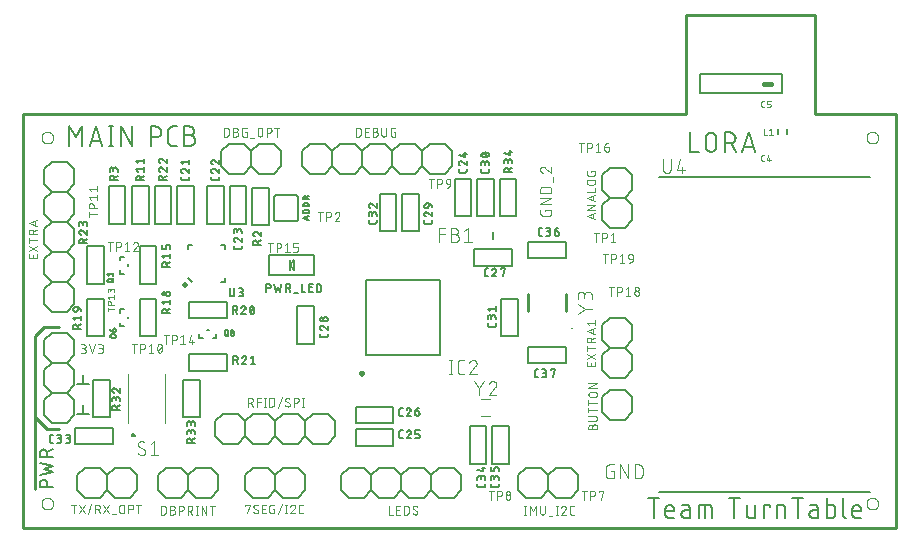
<source format=gto>
G75*
%MOIN*%
%OFA0B0*%
%FSLAX25Y25*%
%IPPOS*%
%LPD*%
%AMOC8*
5,1,8,0,0,1.08239X$1,22.5*
%
%ADD10C,0.01000*%
%ADD11C,0.00600*%
%ADD12C,0.00000*%
%ADD13C,0.00300*%
%ADD14C,0.00500*%
%ADD15C,0.00800*%
%ADD16C,0.00787*%
%ADD17C,0.00984*%
%ADD18C,0.00400*%
%ADD19C,0.00394*%
%ADD20C,0.00232*%
%ADD21C,0.00200*%
%ADD22C,0.02000*%
%ADD23C,0.01600*%
D10*
X0011500Y0010780D02*
X0011500Y0148780D01*
X0232500Y0148780D01*
X0232500Y0181780D01*
X0275500Y0181780D01*
X0275500Y0148780D01*
X0302500Y0148780D01*
X0302500Y0010780D01*
X0011500Y0010780D01*
X0015500Y0023780D02*
X0015500Y0047780D01*
X0019500Y0043780D01*
X0023500Y0043780D01*
X0015500Y0047780D02*
X0015500Y0074780D01*
X0018500Y0077780D01*
X0023500Y0077780D01*
X0179701Y0082827D02*
X0179701Y0088733D01*
X0192299Y0088733D02*
X0192299Y0082827D01*
D11*
X0204500Y0078280D02*
X0207000Y0080780D01*
X0212000Y0080780D01*
X0214500Y0078280D01*
X0214500Y0073280D01*
X0212000Y0070780D01*
X0214500Y0068280D01*
X0214500Y0063280D01*
X0212000Y0060780D01*
X0207000Y0060780D01*
X0204500Y0063280D01*
X0204500Y0068280D01*
X0207000Y0070780D01*
X0204500Y0073280D01*
X0204500Y0078280D01*
X0207000Y0070780D02*
X0212000Y0070780D01*
X0212000Y0056780D02*
X0207000Y0056780D01*
X0204500Y0054280D01*
X0204500Y0049280D01*
X0207000Y0046780D01*
X0212000Y0046780D01*
X0214500Y0049280D01*
X0214500Y0054280D01*
X0212000Y0056780D01*
X0188700Y0063480D02*
X0187978Y0060880D01*
X0187256Y0063191D02*
X0187256Y0063480D01*
X0188700Y0063480D01*
X0185242Y0063480D02*
X0184376Y0063480D01*
X0185242Y0063480D02*
X0185289Y0063478D01*
X0185335Y0063473D01*
X0185380Y0063463D01*
X0185425Y0063450D01*
X0185469Y0063434D01*
X0185511Y0063414D01*
X0185551Y0063391D01*
X0185589Y0063364D01*
X0185625Y0063335D01*
X0185659Y0063302D01*
X0185690Y0063268D01*
X0185718Y0063230D01*
X0185743Y0063191D01*
X0185764Y0063150D01*
X0185782Y0063107D01*
X0185797Y0063063D01*
X0185808Y0063018D01*
X0185816Y0062972D01*
X0185820Y0062925D01*
X0185820Y0062879D01*
X0185816Y0062832D01*
X0185808Y0062786D01*
X0185797Y0062741D01*
X0185782Y0062697D01*
X0185764Y0062654D01*
X0185743Y0062613D01*
X0185718Y0062574D01*
X0185690Y0062536D01*
X0185659Y0062502D01*
X0185625Y0062469D01*
X0185589Y0062440D01*
X0185551Y0062413D01*
X0185511Y0062390D01*
X0185469Y0062370D01*
X0185425Y0062354D01*
X0185380Y0062341D01*
X0185335Y0062331D01*
X0185289Y0062326D01*
X0185242Y0062324D01*
X0184664Y0062324D01*
X0185098Y0062324D02*
X0185151Y0062322D01*
X0185203Y0062316D01*
X0185255Y0062307D01*
X0185306Y0062293D01*
X0185356Y0062276D01*
X0185404Y0062256D01*
X0185451Y0062232D01*
X0185496Y0062204D01*
X0185539Y0062173D01*
X0185580Y0062140D01*
X0185618Y0062103D01*
X0185653Y0062064D01*
X0185685Y0062022D01*
X0185714Y0061978D01*
X0185740Y0061932D01*
X0185762Y0061884D01*
X0185781Y0061835D01*
X0185797Y0061785D01*
X0185808Y0061733D01*
X0185816Y0061681D01*
X0185820Y0061628D01*
X0185820Y0061576D01*
X0185816Y0061523D01*
X0185808Y0061471D01*
X0185797Y0061419D01*
X0185781Y0061369D01*
X0185762Y0061320D01*
X0185740Y0061272D01*
X0185714Y0061226D01*
X0185685Y0061182D01*
X0185653Y0061140D01*
X0185618Y0061101D01*
X0185580Y0061064D01*
X0185539Y0061031D01*
X0185496Y0061000D01*
X0185451Y0060972D01*
X0185404Y0060948D01*
X0185356Y0060928D01*
X0185306Y0060911D01*
X0185255Y0060897D01*
X0185203Y0060888D01*
X0185151Y0060882D01*
X0185098Y0060880D01*
X0184376Y0060880D01*
X0183117Y0060880D02*
X0182539Y0060880D01*
X0182494Y0060882D01*
X0182449Y0060887D01*
X0182404Y0060896D01*
X0182360Y0060908D01*
X0182318Y0060924D01*
X0182277Y0060943D01*
X0182237Y0060965D01*
X0182199Y0060990D01*
X0182164Y0061018D01*
X0182130Y0061049D01*
X0182099Y0061083D01*
X0182071Y0061118D01*
X0182046Y0061156D01*
X0182024Y0061196D01*
X0182005Y0061237D01*
X0181989Y0061279D01*
X0181977Y0061323D01*
X0181968Y0061368D01*
X0181963Y0061413D01*
X0181961Y0061458D01*
X0181962Y0061458D02*
X0181962Y0062902D01*
X0181961Y0062902D02*
X0181963Y0062950D01*
X0181969Y0062997D01*
X0181979Y0063044D01*
X0181992Y0063090D01*
X0182010Y0063134D01*
X0182031Y0063177D01*
X0182055Y0063218D01*
X0182083Y0063257D01*
X0182114Y0063293D01*
X0182148Y0063327D01*
X0182184Y0063358D01*
X0182223Y0063386D01*
X0182264Y0063410D01*
X0182307Y0063431D01*
X0182351Y0063449D01*
X0182397Y0063462D01*
X0182444Y0063472D01*
X0182491Y0063478D01*
X0182539Y0063480D01*
X0183117Y0063480D01*
X0168322Y0077741D02*
X0166878Y0077741D01*
X0166830Y0077743D01*
X0166783Y0077749D01*
X0166736Y0077759D01*
X0166690Y0077772D01*
X0166646Y0077790D01*
X0166603Y0077811D01*
X0166562Y0077835D01*
X0166523Y0077863D01*
X0166487Y0077894D01*
X0166453Y0077928D01*
X0166422Y0077964D01*
X0166394Y0078003D01*
X0166370Y0078044D01*
X0166349Y0078087D01*
X0166331Y0078131D01*
X0166318Y0078177D01*
X0166308Y0078224D01*
X0166302Y0078271D01*
X0166300Y0078319D01*
X0166300Y0078897D01*
X0166300Y0080155D02*
X0166300Y0081022D01*
X0166302Y0081069D01*
X0166307Y0081115D01*
X0166317Y0081160D01*
X0166330Y0081205D01*
X0166346Y0081249D01*
X0166366Y0081291D01*
X0166389Y0081331D01*
X0166416Y0081369D01*
X0166445Y0081405D01*
X0166478Y0081439D01*
X0166512Y0081470D01*
X0166550Y0081498D01*
X0166589Y0081523D01*
X0166630Y0081544D01*
X0166673Y0081562D01*
X0166717Y0081577D01*
X0166762Y0081588D01*
X0166808Y0081596D01*
X0166855Y0081600D01*
X0166901Y0081600D01*
X0166948Y0081596D01*
X0166994Y0081588D01*
X0167039Y0081577D01*
X0167083Y0081562D01*
X0167126Y0081544D01*
X0167167Y0081523D01*
X0167206Y0081498D01*
X0167244Y0081470D01*
X0167278Y0081439D01*
X0167311Y0081405D01*
X0167340Y0081369D01*
X0167367Y0081331D01*
X0167390Y0081291D01*
X0167410Y0081249D01*
X0167426Y0081205D01*
X0167439Y0081160D01*
X0167449Y0081115D01*
X0167454Y0081069D01*
X0167456Y0081022D01*
X0167456Y0080444D01*
X0167456Y0080878D02*
X0167458Y0080931D01*
X0167464Y0080983D01*
X0167473Y0081035D01*
X0167487Y0081086D01*
X0167504Y0081136D01*
X0167524Y0081184D01*
X0167548Y0081231D01*
X0167576Y0081276D01*
X0167607Y0081319D01*
X0167640Y0081360D01*
X0167677Y0081398D01*
X0167716Y0081433D01*
X0167758Y0081465D01*
X0167802Y0081494D01*
X0167848Y0081520D01*
X0167896Y0081542D01*
X0167945Y0081561D01*
X0167995Y0081577D01*
X0168047Y0081588D01*
X0168099Y0081596D01*
X0168152Y0081600D01*
X0168204Y0081600D01*
X0168257Y0081596D01*
X0168309Y0081588D01*
X0168361Y0081577D01*
X0168411Y0081561D01*
X0168460Y0081542D01*
X0168508Y0081520D01*
X0168554Y0081494D01*
X0168598Y0081465D01*
X0168640Y0081433D01*
X0168679Y0081398D01*
X0168716Y0081360D01*
X0168749Y0081319D01*
X0168780Y0081276D01*
X0168808Y0081231D01*
X0168832Y0081184D01*
X0168852Y0081136D01*
X0168869Y0081086D01*
X0168883Y0081035D01*
X0168892Y0080983D01*
X0168898Y0080931D01*
X0168900Y0080878D01*
X0168900Y0080155D01*
X0168900Y0078897D02*
X0168900Y0078319D01*
X0168898Y0078271D01*
X0168892Y0078224D01*
X0168882Y0078177D01*
X0168869Y0078131D01*
X0168851Y0078087D01*
X0168830Y0078044D01*
X0168806Y0078003D01*
X0168778Y0077964D01*
X0168747Y0077928D01*
X0168713Y0077894D01*
X0168677Y0077863D01*
X0168638Y0077835D01*
X0168597Y0077811D01*
X0168554Y0077790D01*
X0168510Y0077772D01*
X0168464Y0077759D01*
X0168417Y0077749D01*
X0168370Y0077743D01*
X0168322Y0077741D01*
X0168900Y0083035D02*
X0168900Y0084480D01*
X0168900Y0083758D02*
X0166300Y0083758D01*
X0166878Y0083035D01*
X0166456Y0094580D02*
X0165878Y0094580D01*
X0165833Y0094582D01*
X0165788Y0094587D01*
X0165743Y0094596D01*
X0165699Y0094608D01*
X0165657Y0094624D01*
X0165616Y0094643D01*
X0165576Y0094665D01*
X0165538Y0094690D01*
X0165503Y0094718D01*
X0165469Y0094749D01*
X0165438Y0094783D01*
X0165410Y0094818D01*
X0165385Y0094856D01*
X0165363Y0094896D01*
X0165344Y0094937D01*
X0165328Y0094979D01*
X0165316Y0095023D01*
X0165307Y0095068D01*
X0165302Y0095113D01*
X0165300Y0095158D01*
X0165300Y0096602D01*
X0165302Y0096650D01*
X0165308Y0096697D01*
X0165318Y0096744D01*
X0165331Y0096790D01*
X0165349Y0096834D01*
X0165370Y0096877D01*
X0165394Y0096918D01*
X0165422Y0096957D01*
X0165453Y0096993D01*
X0165487Y0097027D01*
X0165523Y0097058D01*
X0165562Y0097086D01*
X0165603Y0097110D01*
X0165646Y0097131D01*
X0165690Y0097149D01*
X0165736Y0097162D01*
X0165783Y0097172D01*
X0165830Y0097178D01*
X0165878Y0097180D01*
X0166456Y0097180D01*
X0168941Y0096025D02*
X0168977Y0096061D01*
X0169010Y0096101D01*
X0169040Y0096142D01*
X0169067Y0096186D01*
X0169091Y0096232D01*
X0169111Y0096279D01*
X0169128Y0096327D01*
X0169141Y0096377D01*
X0169150Y0096428D01*
X0169156Y0096479D01*
X0169158Y0096530D01*
X0168942Y0096024D02*
X0167714Y0094580D01*
X0169158Y0094580D01*
X0167714Y0096602D02*
X0167732Y0096654D01*
X0167755Y0096705D01*
X0167780Y0096754D01*
X0167809Y0096801D01*
X0167840Y0096846D01*
X0167875Y0096889D01*
X0167912Y0096930D01*
X0167952Y0096968D01*
X0167995Y0097004D01*
X0168039Y0097036D01*
X0168086Y0097066D01*
X0168135Y0097092D01*
X0168185Y0097115D01*
X0168237Y0097135D01*
X0168290Y0097151D01*
X0168343Y0097164D01*
X0168398Y0097173D01*
X0168453Y0097178D01*
X0168508Y0097180D01*
X0168557Y0097178D01*
X0168605Y0097173D01*
X0168653Y0097164D01*
X0168700Y0097151D01*
X0168745Y0097135D01*
X0168790Y0097116D01*
X0168833Y0097093D01*
X0168874Y0097067D01*
X0168913Y0097038D01*
X0168950Y0097006D01*
X0168984Y0096972D01*
X0169016Y0096935D01*
X0169045Y0096896D01*
X0169071Y0096855D01*
X0169094Y0096812D01*
X0169113Y0096767D01*
X0169129Y0096722D01*
X0169142Y0096675D01*
X0169151Y0096627D01*
X0169156Y0096579D01*
X0169158Y0096530D01*
X0170594Y0096891D02*
X0170594Y0097180D01*
X0172038Y0097180D01*
X0171316Y0094580D01*
X0183878Y0108080D02*
X0184456Y0108080D01*
X0183878Y0108080D02*
X0183833Y0108082D01*
X0183788Y0108087D01*
X0183743Y0108096D01*
X0183699Y0108108D01*
X0183657Y0108124D01*
X0183616Y0108143D01*
X0183576Y0108165D01*
X0183538Y0108190D01*
X0183503Y0108218D01*
X0183469Y0108249D01*
X0183438Y0108283D01*
X0183410Y0108318D01*
X0183385Y0108356D01*
X0183363Y0108396D01*
X0183344Y0108437D01*
X0183328Y0108479D01*
X0183316Y0108523D01*
X0183307Y0108568D01*
X0183302Y0108613D01*
X0183300Y0108658D01*
X0183300Y0110102D01*
X0183302Y0110150D01*
X0183308Y0110197D01*
X0183318Y0110244D01*
X0183331Y0110290D01*
X0183349Y0110334D01*
X0183370Y0110377D01*
X0183394Y0110418D01*
X0183422Y0110457D01*
X0183453Y0110493D01*
X0183487Y0110527D01*
X0183523Y0110558D01*
X0183562Y0110586D01*
X0183603Y0110610D01*
X0183646Y0110631D01*
X0183690Y0110649D01*
X0183736Y0110662D01*
X0183783Y0110672D01*
X0183830Y0110678D01*
X0183878Y0110680D01*
X0184456Y0110680D01*
X0185714Y0110680D02*
X0186581Y0110680D01*
X0186628Y0110678D01*
X0186674Y0110673D01*
X0186719Y0110663D01*
X0186764Y0110650D01*
X0186808Y0110634D01*
X0186850Y0110614D01*
X0186890Y0110591D01*
X0186928Y0110564D01*
X0186964Y0110535D01*
X0186998Y0110502D01*
X0187029Y0110468D01*
X0187057Y0110430D01*
X0187082Y0110391D01*
X0187103Y0110350D01*
X0187121Y0110307D01*
X0187136Y0110263D01*
X0187147Y0110218D01*
X0187155Y0110172D01*
X0187159Y0110125D01*
X0187159Y0110079D01*
X0187155Y0110032D01*
X0187147Y0109986D01*
X0187136Y0109941D01*
X0187121Y0109897D01*
X0187103Y0109854D01*
X0187082Y0109813D01*
X0187057Y0109774D01*
X0187029Y0109736D01*
X0186998Y0109702D01*
X0186964Y0109669D01*
X0186928Y0109640D01*
X0186890Y0109613D01*
X0186850Y0109590D01*
X0186808Y0109570D01*
X0186764Y0109554D01*
X0186719Y0109541D01*
X0186674Y0109531D01*
X0186628Y0109526D01*
X0186581Y0109524D01*
X0186003Y0109524D01*
X0186436Y0109524D02*
X0186489Y0109522D01*
X0186541Y0109516D01*
X0186593Y0109507D01*
X0186644Y0109493D01*
X0186694Y0109476D01*
X0186742Y0109456D01*
X0186789Y0109432D01*
X0186834Y0109404D01*
X0186877Y0109373D01*
X0186918Y0109340D01*
X0186956Y0109303D01*
X0186991Y0109264D01*
X0187023Y0109222D01*
X0187052Y0109178D01*
X0187078Y0109132D01*
X0187100Y0109084D01*
X0187119Y0109035D01*
X0187135Y0108985D01*
X0187146Y0108933D01*
X0187154Y0108881D01*
X0187158Y0108828D01*
X0187158Y0108776D01*
X0187154Y0108723D01*
X0187146Y0108671D01*
X0187135Y0108619D01*
X0187119Y0108569D01*
X0187100Y0108520D01*
X0187078Y0108472D01*
X0187052Y0108426D01*
X0187023Y0108382D01*
X0186991Y0108340D01*
X0186956Y0108301D01*
X0186918Y0108264D01*
X0186877Y0108231D01*
X0186834Y0108200D01*
X0186789Y0108172D01*
X0186742Y0108148D01*
X0186694Y0108128D01*
X0186644Y0108111D01*
X0186593Y0108097D01*
X0186541Y0108088D01*
X0186489Y0108082D01*
X0186436Y0108080D01*
X0185714Y0108080D01*
X0188594Y0108802D02*
X0188594Y0109524D01*
X0189461Y0109524D01*
X0188594Y0109524D02*
X0188596Y0109591D01*
X0188602Y0109658D01*
X0188612Y0109725D01*
X0188625Y0109791D01*
X0188643Y0109856D01*
X0188664Y0109919D01*
X0188689Y0109982D01*
X0188717Y0110043D01*
X0188749Y0110102D01*
X0188784Y0110159D01*
X0188823Y0110214D01*
X0188864Y0110267D01*
X0188909Y0110317D01*
X0188957Y0110365D01*
X0189007Y0110410D01*
X0189060Y0110451D01*
X0189115Y0110490D01*
X0189172Y0110525D01*
X0189231Y0110557D01*
X0189292Y0110585D01*
X0189355Y0110610D01*
X0189418Y0110631D01*
X0189483Y0110649D01*
X0189549Y0110662D01*
X0189616Y0110672D01*
X0189683Y0110678D01*
X0189750Y0110680D01*
X0190038Y0108947D02*
X0190038Y0108802D01*
X0190039Y0108947D02*
X0190037Y0108992D01*
X0190032Y0109037D01*
X0190023Y0109082D01*
X0190011Y0109126D01*
X0189995Y0109168D01*
X0189976Y0109209D01*
X0189954Y0109249D01*
X0189929Y0109287D01*
X0189901Y0109322D01*
X0189870Y0109356D01*
X0189836Y0109387D01*
X0189801Y0109415D01*
X0189763Y0109440D01*
X0189723Y0109462D01*
X0189682Y0109481D01*
X0189640Y0109497D01*
X0189596Y0109509D01*
X0189551Y0109518D01*
X0189506Y0109523D01*
X0189461Y0109525D01*
X0190038Y0108802D02*
X0190036Y0108749D01*
X0190030Y0108697D01*
X0190021Y0108645D01*
X0190007Y0108594D01*
X0189990Y0108544D01*
X0189970Y0108496D01*
X0189946Y0108449D01*
X0189918Y0108404D01*
X0189887Y0108361D01*
X0189854Y0108320D01*
X0189817Y0108282D01*
X0189778Y0108247D01*
X0189736Y0108215D01*
X0189692Y0108186D01*
X0189646Y0108160D01*
X0189598Y0108138D01*
X0189549Y0108119D01*
X0189499Y0108103D01*
X0189447Y0108092D01*
X0189395Y0108084D01*
X0189342Y0108080D01*
X0189290Y0108080D01*
X0189237Y0108084D01*
X0189185Y0108092D01*
X0189133Y0108103D01*
X0189083Y0108119D01*
X0189034Y0108138D01*
X0188986Y0108160D01*
X0188940Y0108186D01*
X0188896Y0108215D01*
X0188854Y0108247D01*
X0188815Y0108282D01*
X0188778Y0108320D01*
X0188745Y0108361D01*
X0188714Y0108404D01*
X0188686Y0108449D01*
X0188662Y0108496D01*
X0188642Y0108544D01*
X0188625Y0108594D01*
X0188611Y0108645D01*
X0188602Y0108697D01*
X0188596Y0108749D01*
X0188594Y0108802D01*
X0204500Y0113280D02*
X0204500Y0118280D01*
X0207000Y0120780D01*
X0204500Y0123280D01*
X0204500Y0128280D01*
X0207000Y0130780D01*
X0212000Y0130780D01*
X0214500Y0128280D01*
X0214500Y0123280D01*
X0212000Y0120780D01*
X0214500Y0118280D01*
X0214500Y0113280D01*
X0212000Y0110780D01*
X0207000Y0110780D01*
X0204500Y0113280D01*
X0207000Y0120780D02*
X0212000Y0120780D01*
X0233800Y0136080D02*
X0236644Y0136080D01*
X0233800Y0136080D02*
X0233800Y0142480D01*
X0238917Y0140702D02*
X0238917Y0137858D01*
X0238916Y0137858D02*
X0238918Y0137775D01*
X0238924Y0137692D01*
X0238934Y0137609D01*
X0238947Y0137526D01*
X0238965Y0137445D01*
X0238986Y0137364D01*
X0239011Y0137285D01*
X0239040Y0137207D01*
X0239072Y0137130D01*
X0239108Y0137055D01*
X0239147Y0136981D01*
X0239190Y0136910D01*
X0239236Y0136840D01*
X0239286Y0136773D01*
X0239338Y0136708D01*
X0239393Y0136646D01*
X0239452Y0136586D01*
X0239513Y0136529D01*
X0239576Y0136475D01*
X0239642Y0136424D01*
X0239711Y0136377D01*
X0239781Y0136332D01*
X0239854Y0136291D01*
X0239928Y0136254D01*
X0240004Y0136219D01*
X0240082Y0136189D01*
X0240160Y0136162D01*
X0240241Y0136139D01*
X0240322Y0136119D01*
X0240404Y0136104D01*
X0240486Y0136092D01*
X0240569Y0136084D01*
X0240652Y0136080D01*
X0240736Y0136080D01*
X0240819Y0136084D01*
X0240902Y0136092D01*
X0240984Y0136104D01*
X0241066Y0136119D01*
X0241147Y0136139D01*
X0241228Y0136162D01*
X0241306Y0136189D01*
X0241384Y0136219D01*
X0241460Y0136254D01*
X0241534Y0136291D01*
X0241607Y0136332D01*
X0241677Y0136377D01*
X0241746Y0136424D01*
X0241812Y0136475D01*
X0241875Y0136529D01*
X0241936Y0136586D01*
X0241995Y0136646D01*
X0242050Y0136708D01*
X0242102Y0136773D01*
X0242152Y0136840D01*
X0242198Y0136910D01*
X0242241Y0136981D01*
X0242280Y0137055D01*
X0242316Y0137130D01*
X0242348Y0137207D01*
X0242377Y0137285D01*
X0242402Y0137364D01*
X0242423Y0137445D01*
X0242441Y0137526D01*
X0242454Y0137609D01*
X0242464Y0137692D01*
X0242470Y0137775D01*
X0242472Y0137858D01*
X0242472Y0140702D01*
X0242470Y0140785D01*
X0242464Y0140868D01*
X0242454Y0140951D01*
X0242441Y0141034D01*
X0242423Y0141115D01*
X0242402Y0141196D01*
X0242377Y0141275D01*
X0242348Y0141353D01*
X0242316Y0141430D01*
X0242280Y0141505D01*
X0242241Y0141579D01*
X0242198Y0141650D01*
X0242152Y0141720D01*
X0242102Y0141787D01*
X0242050Y0141852D01*
X0241995Y0141914D01*
X0241936Y0141974D01*
X0241875Y0142031D01*
X0241812Y0142085D01*
X0241746Y0142136D01*
X0241677Y0142183D01*
X0241607Y0142228D01*
X0241534Y0142269D01*
X0241460Y0142306D01*
X0241384Y0142341D01*
X0241306Y0142371D01*
X0241228Y0142398D01*
X0241147Y0142421D01*
X0241066Y0142441D01*
X0240984Y0142456D01*
X0240902Y0142468D01*
X0240819Y0142476D01*
X0240736Y0142480D01*
X0240652Y0142480D01*
X0240569Y0142476D01*
X0240486Y0142468D01*
X0240404Y0142456D01*
X0240322Y0142441D01*
X0240241Y0142421D01*
X0240160Y0142398D01*
X0240082Y0142371D01*
X0240004Y0142341D01*
X0239928Y0142306D01*
X0239854Y0142269D01*
X0239781Y0142228D01*
X0239711Y0142183D01*
X0239642Y0142136D01*
X0239576Y0142085D01*
X0239513Y0142031D01*
X0239452Y0141974D01*
X0239393Y0141914D01*
X0239338Y0141852D01*
X0239286Y0141787D01*
X0239236Y0141720D01*
X0239190Y0141650D01*
X0239147Y0141579D01*
X0239108Y0141505D01*
X0239072Y0141430D01*
X0239040Y0141353D01*
X0239011Y0141275D01*
X0238986Y0141196D01*
X0238965Y0141115D01*
X0238947Y0141034D01*
X0238934Y0140951D01*
X0238924Y0140868D01*
X0238918Y0140785D01*
X0238916Y0140702D01*
X0245312Y0138924D02*
X0247090Y0138924D01*
X0247445Y0138924D02*
X0248867Y0136080D01*
X0251074Y0136080D02*
X0253208Y0142480D01*
X0255341Y0136080D01*
X0254808Y0137680D02*
X0251608Y0137680D01*
X0247090Y0138924D02*
X0247173Y0138926D01*
X0247256Y0138932D01*
X0247339Y0138942D01*
X0247422Y0138955D01*
X0247503Y0138973D01*
X0247584Y0138994D01*
X0247663Y0139019D01*
X0247741Y0139048D01*
X0247818Y0139080D01*
X0247893Y0139116D01*
X0247967Y0139155D01*
X0248038Y0139198D01*
X0248108Y0139244D01*
X0248175Y0139294D01*
X0248240Y0139346D01*
X0248302Y0139401D01*
X0248362Y0139460D01*
X0248419Y0139521D01*
X0248473Y0139584D01*
X0248524Y0139650D01*
X0248571Y0139719D01*
X0248616Y0139789D01*
X0248657Y0139862D01*
X0248694Y0139936D01*
X0248729Y0140012D01*
X0248759Y0140090D01*
X0248786Y0140168D01*
X0248809Y0140249D01*
X0248829Y0140330D01*
X0248844Y0140412D01*
X0248856Y0140494D01*
X0248864Y0140577D01*
X0248868Y0140660D01*
X0248868Y0140744D01*
X0248864Y0140827D01*
X0248856Y0140910D01*
X0248844Y0140992D01*
X0248829Y0141074D01*
X0248809Y0141155D01*
X0248786Y0141236D01*
X0248759Y0141314D01*
X0248729Y0141392D01*
X0248694Y0141468D01*
X0248657Y0141542D01*
X0248616Y0141615D01*
X0248571Y0141685D01*
X0248524Y0141754D01*
X0248473Y0141820D01*
X0248419Y0141883D01*
X0248362Y0141944D01*
X0248302Y0142003D01*
X0248240Y0142058D01*
X0248175Y0142110D01*
X0248108Y0142160D01*
X0248038Y0142206D01*
X0247967Y0142249D01*
X0247893Y0142288D01*
X0247818Y0142324D01*
X0247741Y0142356D01*
X0247663Y0142385D01*
X0247584Y0142410D01*
X0247503Y0142431D01*
X0247422Y0142449D01*
X0247339Y0142462D01*
X0247256Y0142472D01*
X0247173Y0142478D01*
X0247090Y0142480D01*
X0245312Y0142480D01*
X0245312Y0136080D01*
X0174400Y0136047D02*
X0173244Y0136047D01*
X0173822Y0136480D02*
X0173822Y0135035D01*
X0171800Y0135613D01*
X0171800Y0133022D02*
X0171800Y0132155D01*
X0171800Y0133022D02*
X0171802Y0133069D01*
X0171807Y0133115D01*
X0171817Y0133160D01*
X0171830Y0133205D01*
X0171846Y0133249D01*
X0171866Y0133291D01*
X0171889Y0133331D01*
X0171916Y0133369D01*
X0171945Y0133405D01*
X0171978Y0133439D01*
X0172012Y0133470D01*
X0172050Y0133498D01*
X0172089Y0133523D01*
X0172130Y0133544D01*
X0172173Y0133562D01*
X0172217Y0133577D01*
X0172262Y0133588D01*
X0172308Y0133596D01*
X0172355Y0133600D01*
X0172401Y0133600D01*
X0172448Y0133596D01*
X0172494Y0133588D01*
X0172539Y0133577D01*
X0172583Y0133562D01*
X0172626Y0133544D01*
X0172667Y0133523D01*
X0172706Y0133498D01*
X0172744Y0133470D01*
X0172778Y0133439D01*
X0172811Y0133405D01*
X0172840Y0133369D01*
X0172867Y0133331D01*
X0172890Y0133291D01*
X0172910Y0133249D01*
X0172926Y0133205D01*
X0172939Y0133160D01*
X0172949Y0133115D01*
X0172954Y0133069D01*
X0172956Y0133022D01*
X0172956Y0132444D01*
X0172956Y0132878D02*
X0172958Y0132931D01*
X0172964Y0132983D01*
X0172973Y0133035D01*
X0172987Y0133086D01*
X0173004Y0133136D01*
X0173024Y0133184D01*
X0173048Y0133231D01*
X0173076Y0133276D01*
X0173107Y0133319D01*
X0173140Y0133360D01*
X0173177Y0133398D01*
X0173216Y0133433D01*
X0173258Y0133465D01*
X0173302Y0133494D01*
X0173348Y0133520D01*
X0173396Y0133542D01*
X0173445Y0133561D01*
X0173495Y0133577D01*
X0173547Y0133588D01*
X0173599Y0133596D01*
X0173652Y0133600D01*
X0173704Y0133600D01*
X0173757Y0133596D01*
X0173809Y0133588D01*
X0173861Y0133577D01*
X0173911Y0133561D01*
X0173960Y0133542D01*
X0174008Y0133520D01*
X0174054Y0133494D01*
X0174098Y0133465D01*
X0174140Y0133433D01*
X0174179Y0133398D01*
X0174216Y0133360D01*
X0174249Y0133319D01*
X0174280Y0133276D01*
X0174308Y0133231D01*
X0174332Y0133184D01*
X0174352Y0133136D01*
X0174369Y0133086D01*
X0174383Y0133035D01*
X0174392Y0132983D01*
X0174398Y0132931D01*
X0174400Y0132878D01*
X0174400Y0132155D01*
X0174400Y0130751D02*
X0173244Y0130173D01*
X0173244Y0130029D02*
X0173244Y0129306D01*
X0173244Y0130029D02*
X0173242Y0130082D01*
X0173236Y0130134D01*
X0173227Y0130186D01*
X0173213Y0130237D01*
X0173196Y0130287D01*
X0173176Y0130335D01*
X0173152Y0130382D01*
X0173124Y0130427D01*
X0173093Y0130470D01*
X0173060Y0130511D01*
X0173023Y0130549D01*
X0172984Y0130584D01*
X0172942Y0130616D01*
X0172898Y0130645D01*
X0172852Y0130671D01*
X0172804Y0130693D01*
X0172755Y0130712D01*
X0172705Y0130728D01*
X0172653Y0130739D01*
X0172601Y0130747D01*
X0172548Y0130751D01*
X0172496Y0130751D01*
X0172443Y0130747D01*
X0172391Y0130739D01*
X0172339Y0130728D01*
X0172289Y0130712D01*
X0172240Y0130693D01*
X0172192Y0130671D01*
X0172146Y0130645D01*
X0172102Y0130616D01*
X0172060Y0130584D01*
X0172021Y0130549D01*
X0171984Y0130511D01*
X0171951Y0130470D01*
X0171920Y0130427D01*
X0171892Y0130382D01*
X0171868Y0130335D01*
X0171848Y0130287D01*
X0171831Y0130237D01*
X0171817Y0130186D01*
X0171808Y0130134D01*
X0171802Y0130082D01*
X0171800Y0130029D01*
X0171800Y0129306D01*
X0174400Y0129306D01*
X0166700Y0129658D02*
X0166700Y0130235D01*
X0166700Y0129658D02*
X0166698Y0129610D01*
X0166692Y0129563D01*
X0166682Y0129516D01*
X0166669Y0129470D01*
X0166651Y0129426D01*
X0166630Y0129383D01*
X0166606Y0129342D01*
X0166578Y0129303D01*
X0166547Y0129267D01*
X0166513Y0129233D01*
X0166477Y0129202D01*
X0166438Y0129174D01*
X0166397Y0129150D01*
X0166354Y0129129D01*
X0166310Y0129111D01*
X0166264Y0129098D01*
X0166217Y0129088D01*
X0166170Y0129082D01*
X0166122Y0129080D01*
X0164678Y0129080D01*
X0164630Y0129082D01*
X0164583Y0129088D01*
X0164536Y0129098D01*
X0164490Y0129111D01*
X0164446Y0129129D01*
X0164403Y0129150D01*
X0164362Y0129174D01*
X0164323Y0129202D01*
X0164287Y0129233D01*
X0164253Y0129267D01*
X0164222Y0129303D01*
X0164194Y0129342D01*
X0164170Y0129383D01*
X0164149Y0129426D01*
X0164131Y0129470D01*
X0164118Y0129516D01*
X0164108Y0129563D01*
X0164102Y0129610D01*
X0164100Y0129658D01*
X0164100Y0130235D01*
X0164100Y0131494D02*
X0164100Y0132361D01*
X0164102Y0132408D01*
X0164107Y0132454D01*
X0164117Y0132499D01*
X0164130Y0132544D01*
X0164146Y0132588D01*
X0164166Y0132630D01*
X0164189Y0132670D01*
X0164216Y0132708D01*
X0164245Y0132744D01*
X0164278Y0132778D01*
X0164312Y0132809D01*
X0164350Y0132837D01*
X0164389Y0132862D01*
X0164430Y0132883D01*
X0164473Y0132901D01*
X0164517Y0132916D01*
X0164562Y0132927D01*
X0164608Y0132935D01*
X0164655Y0132939D01*
X0164701Y0132939D01*
X0164748Y0132935D01*
X0164794Y0132927D01*
X0164839Y0132916D01*
X0164883Y0132901D01*
X0164926Y0132883D01*
X0164967Y0132862D01*
X0165006Y0132837D01*
X0165044Y0132809D01*
X0165078Y0132778D01*
X0165111Y0132744D01*
X0165140Y0132708D01*
X0165167Y0132670D01*
X0165190Y0132630D01*
X0165210Y0132588D01*
X0165226Y0132544D01*
X0165239Y0132499D01*
X0165249Y0132454D01*
X0165254Y0132408D01*
X0165256Y0132361D01*
X0165256Y0131783D01*
X0165256Y0132216D02*
X0165258Y0132269D01*
X0165264Y0132321D01*
X0165273Y0132373D01*
X0165287Y0132424D01*
X0165304Y0132474D01*
X0165324Y0132522D01*
X0165348Y0132569D01*
X0165376Y0132614D01*
X0165407Y0132657D01*
X0165440Y0132698D01*
X0165477Y0132736D01*
X0165516Y0132771D01*
X0165558Y0132803D01*
X0165602Y0132832D01*
X0165648Y0132858D01*
X0165696Y0132880D01*
X0165745Y0132899D01*
X0165795Y0132915D01*
X0165847Y0132926D01*
X0165899Y0132934D01*
X0165952Y0132938D01*
X0166004Y0132938D01*
X0166057Y0132934D01*
X0166109Y0132926D01*
X0166161Y0132915D01*
X0166211Y0132899D01*
X0166260Y0132880D01*
X0166308Y0132858D01*
X0166354Y0132832D01*
X0166398Y0132803D01*
X0166440Y0132771D01*
X0166479Y0132736D01*
X0166516Y0132698D01*
X0166549Y0132657D01*
X0166580Y0132614D01*
X0166608Y0132569D01*
X0166632Y0132522D01*
X0166652Y0132474D01*
X0166669Y0132424D01*
X0166683Y0132373D01*
X0166692Y0132321D01*
X0166698Y0132269D01*
X0166700Y0132216D01*
X0166700Y0131494D01*
X0166339Y0135602D02*
X0166259Y0135639D01*
X0166177Y0135673D01*
X0166094Y0135703D01*
X0166010Y0135730D01*
X0165925Y0135754D01*
X0165839Y0135774D01*
X0165752Y0135790D01*
X0165664Y0135803D01*
X0165577Y0135812D01*
X0165488Y0135817D01*
X0165400Y0135819D01*
X0165400Y0134373D02*
X0165312Y0134375D01*
X0165223Y0134380D01*
X0165136Y0134389D01*
X0165048Y0134402D01*
X0164961Y0134418D01*
X0164875Y0134438D01*
X0164790Y0134462D01*
X0164706Y0134489D01*
X0164623Y0134519D01*
X0164541Y0134553D01*
X0164461Y0134590D01*
X0164100Y0135096D02*
X0164102Y0135140D01*
X0164107Y0135184D01*
X0164116Y0135227D01*
X0164129Y0135269D01*
X0164145Y0135311D01*
X0164164Y0135350D01*
X0164187Y0135388D01*
X0164213Y0135424D01*
X0164241Y0135458D01*
X0164272Y0135489D01*
X0164306Y0135518D01*
X0164342Y0135543D01*
X0164380Y0135566D01*
X0164420Y0135585D01*
X0164461Y0135601D01*
X0164678Y0135674D02*
X0166122Y0134518D01*
X0166700Y0135096D02*
X0166698Y0135140D01*
X0166693Y0135184D01*
X0166684Y0135227D01*
X0166671Y0135269D01*
X0166655Y0135311D01*
X0166636Y0135350D01*
X0166613Y0135388D01*
X0166587Y0135424D01*
X0166559Y0135458D01*
X0166528Y0135489D01*
X0166494Y0135517D01*
X0166458Y0135543D01*
X0166420Y0135566D01*
X0166380Y0135585D01*
X0166339Y0135601D01*
X0166700Y0135096D02*
X0166698Y0135052D01*
X0166693Y0135008D01*
X0166684Y0134965D01*
X0166671Y0134923D01*
X0166655Y0134881D01*
X0166636Y0134842D01*
X0166613Y0134804D01*
X0166587Y0134768D01*
X0166559Y0134734D01*
X0166528Y0134703D01*
X0166494Y0134675D01*
X0166458Y0134649D01*
X0166420Y0134626D01*
X0166380Y0134607D01*
X0166339Y0134591D01*
X0165400Y0135819D02*
X0165312Y0135817D01*
X0165223Y0135812D01*
X0165136Y0135803D01*
X0165048Y0135790D01*
X0164961Y0135774D01*
X0164875Y0135754D01*
X0164790Y0135730D01*
X0164706Y0135703D01*
X0164623Y0135673D01*
X0164541Y0135639D01*
X0164461Y0135602D01*
X0164100Y0135096D02*
X0164102Y0135052D01*
X0164107Y0135008D01*
X0164116Y0134965D01*
X0164129Y0134923D01*
X0164145Y0134881D01*
X0164164Y0134842D01*
X0164187Y0134804D01*
X0164213Y0134768D01*
X0164241Y0134734D01*
X0164272Y0134703D01*
X0164306Y0134675D01*
X0164342Y0134649D01*
X0164380Y0134626D01*
X0164420Y0134607D01*
X0164461Y0134591D01*
X0165400Y0134373D02*
X0165488Y0134375D01*
X0165577Y0134380D01*
X0165664Y0134389D01*
X0165752Y0134402D01*
X0165839Y0134418D01*
X0165925Y0134438D01*
X0166010Y0134462D01*
X0166094Y0134489D01*
X0166177Y0134519D01*
X0166259Y0134553D01*
X0166339Y0134590D01*
X0159200Y0135385D02*
X0158044Y0135385D01*
X0158622Y0135818D02*
X0158622Y0134374D01*
X0156600Y0134952D01*
X0154500Y0136280D02*
X0154500Y0131280D01*
X0152000Y0128780D01*
X0147000Y0128780D01*
X0144500Y0131280D01*
X0142000Y0128780D01*
X0137000Y0128780D01*
X0134500Y0131280D01*
X0132000Y0128780D01*
X0127000Y0128780D01*
X0124500Y0131280D01*
X0122000Y0128780D01*
X0117000Y0128780D01*
X0114500Y0131280D01*
X0112000Y0128780D01*
X0107000Y0128780D01*
X0104500Y0131280D01*
X0104500Y0136280D01*
X0107000Y0138780D01*
X0112000Y0138780D01*
X0114500Y0136280D01*
X0117000Y0138780D01*
X0122000Y0138780D01*
X0124500Y0136280D01*
X0124500Y0131280D01*
X0124500Y0136280D02*
X0127000Y0138780D01*
X0132000Y0138780D01*
X0134500Y0136280D01*
X0137000Y0138780D01*
X0142000Y0138780D01*
X0144500Y0136280D01*
X0147000Y0138780D01*
X0152000Y0138780D01*
X0154500Y0136280D01*
X0157756Y0132722D02*
X0159200Y0131494D01*
X0159200Y0132938D01*
X0157178Y0131494D02*
X0157126Y0131512D01*
X0157075Y0131535D01*
X0157026Y0131560D01*
X0156979Y0131589D01*
X0156934Y0131620D01*
X0156891Y0131655D01*
X0156850Y0131692D01*
X0156812Y0131732D01*
X0156776Y0131775D01*
X0156744Y0131819D01*
X0156714Y0131866D01*
X0156688Y0131915D01*
X0156665Y0131965D01*
X0156645Y0132017D01*
X0156629Y0132070D01*
X0156616Y0132123D01*
X0156607Y0132178D01*
X0156602Y0132233D01*
X0156600Y0132288D01*
X0156602Y0132337D01*
X0156607Y0132385D01*
X0156616Y0132433D01*
X0156629Y0132480D01*
X0156645Y0132525D01*
X0156664Y0132570D01*
X0156687Y0132613D01*
X0156713Y0132654D01*
X0156742Y0132693D01*
X0156774Y0132730D01*
X0156808Y0132764D01*
X0156845Y0132796D01*
X0156884Y0132825D01*
X0156925Y0132851D01*
X0156968Y0132874D01*
X0157013Y0132893D01*
X0157058Y0132909D01*
X0157105Y0132922D01*
X0157153Y0132931D01*
X0157201Y0132936D01*
X0157250Y0132938D01*
X0157301Y0132936D01*
X0157352Y0132930D01*
X0157403Y0132921D01*
X0157453Y0132908D01*
X0157501Y0132891D01*
X0157548Y0132871D01*
X0157594Y0132847D01*
X0157638Y0132820D01*
X0157679Y0132790D01*
X0157719Y0132757D01*
X0157755Y0132721D01*
X0156600Y0130235D02*
X0156600Y0129658D01*
X0156602Y0129610D01*
X0156608Y0129563D01*
X0156618Y0129516D01*
X0156631Y0129470D01*
X0156649Y0129426D01*
X0156670Y0129383D01*
X0156694Y0129342D01*
X0156722Y0129303D01*
X0156753Y0129267D01*
X0156787Y0129233D01*
X0156823Y0129202D01*
X0156862Y0129174D01*
X0156903Y0129150D01*
X0156946Y0129129D01*
X0156990Y0129111D01*
X0157036Y0129098D01*
X0157083Y0129088D01*
X0157130Y0129082D01*
X0157178Y0129080D01*
X0158622Y0129080D01*
X0158670Y0129082D01*
X0158717Y0129088D01*
X0158764Y0129098D01*
X0158810Y0129111D01*
X0158854Y0129129D01*
X0158897Y0129150D01*
X0158938Y0129174D01*
X0158977Y0129202D01*
X0159013Y0129233D01*
X0159047Y0129267D01*
X0159078Y0129303D01*
X0159106Y0129342D01*
X0159130Y0129383D01*
X0159151Y0129426D01*
X0159169Y0129470D01*
X0159182Y0129516D01*
X0159192Y0129563D01*
X0159198Y0129610D01*
X0159200Y0129658D01*
X0159200Y0130235D01*
X0144500Y0131280D02*
X0144500Y0136280D01*
X0134500Y0136280D02*
X0134500Y0131280D01*
X0129200Y0118818D02*
X0129200Y0117374D01*
X0127756Y0118602D01*
X0126600Y0118168D02*
X0126602Y0118113D01*
X0126607Y0118058D01*
X0126616Y0118003D01*
X0126629Y0117950D01*
X0126645Y0117897D01*
X0126665Y0117845D01*
X0126688Y0117795D01*
X0126714Y0117746D01*
X0126744Y0117699D01*
X0126776Y0117655D01*
X0126812Y0117612D01*
X0126850Y0117572D01*
X0126891Y0117535D01*
X0126934Y0117500D01*
X0126979Y0117469D01*
X0127026Y0117440D01*
X0127075Y0117415D01*
X0127126Y0117392D01*
X0127178Y0117374D01*
X0127755Y0118601D02*
X0127719Y0118637D01*
X0127679Y0118670D01*
X0127638Y0118700D01*
X0127594Y0118727D01*
X0127548Y0118751D01*
X0127501Y0118771D01*
X0127453Y0118788D01*
X0127403Y0118801D01*
X0127352Y0118810D01*
X0127301Y0118816D01*
X0127250Y0118818D01*
X0127201Y0118816D01*
X0127153Y0118811D01*
X0127105Y0118802D01*
X0127058Y0118789D01*
X0127013Y0118773D01*
X0126968Y0118754D01*
X0126925Y0118731D01*
X0126884Y0118705D01*
X0126845Y0118676D01*
X0126808Y0118644D01*
X0126774Y0118610D01*
X0126742Y0118573D01*
X0126713Y0118534D01*
X0126687Y0118493D01*
X0126664Y0118450D01*
X0126645Y0118405D01*
X0126629Y0118360D01*
X0126616Y0118313D01*
X0126607Y0118265D01*
X0126602Y0118217D01*
X0126600Y0118168D01*
X0126600Y0115361D02*
X0126600Y0114494D01*
X0126600Y0115361D02*
X0126602Y0115408D01*
X0126607Y0115454D01*
X0126617Y0115499D01*
X0126630Y0115544D01*
X0126646Y0115588D01*
X0126666Y0115630D01*
X0126689Y0115670D01*
X0126716Y0115708D01*
X0126745Y0115744D01*
X0126778Y0115778D01*
X0126812Y0115809D01*
X0126850Y0115837D01*
X0126889Y0115862D01*
X0126930Y0115883D01*
X0126973Y0115901D01*
X0127017Y0115916D01*
X0127062Y0115927D01*
X0127108Y0115935D01*
X0127155Y0115939D01*
X0127201Y0115939D01*
X0127248Y0115935D01*
X0127294Y0115927D01*
X0127339Y0115916D01*
X0127383Y0115901D01*
X0127426Y0115883D01*
X0127467Y0115862D01*
X0127506Y0115837D01*
X0127544Y0115809D01*
X0127578Y0115778D01*
X0127611Y0115744D01*
X0127640Y0115708D01*
X0127667Y0115670D01*
X0127690Y0115630D01*
X0127710Y0115588D01*
X0127726Y0115544D01*
X0127739Y0115499D01*
X0127749Y0115454D01*
X0127754Y0115408D01*
X0127756Y0115361D01*
X0127756Y0114783D01*
X0127756Y0115216D02*
X0127758Y0115269D01*
X0127764Y0115321D01*
X0127773Y0115373D01*
X0127787Y0115424D01*
X0127804Y0115474D01*
X0127824Y0115522D01*
X0127848Y0115569D01*
X0127876Y0115614D01*
X0127907Y0115657D01*
X0127940Y0115698D01*
X0127977Y0115736D01*
X0128016Y0115771D01*
X0128058Y0115803D01*
X0128102Y0115832D01*
X0128148Y0115858D01*
X0128196Y0115880D01*
X0128245Y0115899D01*
X0128295Y0115915D01*
X0128347Y0115926D01*
X0128399Y0115934D01*
X0128452Y0115938D01*
X0128504Y0115938D01*
X0128557Y0115934D01*
X0128609Y0115926D01*
X0128661Y0115915D01*
X0128711Y0115899D01*
X0128760Y0115880D01*
X0128808Y0115858D01*
X0128854Y0115832D01*
X0128898Y0115803D01*
X0128940Y0115771D01*
X0128979Y0115736D01*
X0129016Y0115698D01*
X0129049Y0115657D01*
X0129080Y0115614D01*
X0129108Y0115569D01*
X0129132Y0115522D01*
X0129152Y0115474D01*
X0129169Y0115424D01*
X0129183Y0115373D01*
X0129192Y0115321D01*
X0129198Y0115269D01*
X0129200Y0115216D01*
X0129200Y0114494D01*
X0129200Y0113235D02*
X0129200Y0112658D01*
X0129198Y0112610D01*
X0129192Y0112563D01*
X0129182Y0112516D01*
X0129169Y0112470D01*
X0129151Y0112426D01*
X0129130Y0112383D01*
X0129106Y0112342D01*
X0129078Y0112303D01*
X0129047Y0112267D01*
X0129013Y0112233D01*
X0128977Y0112202D01*
X0128938Y0112174D01*
X0128897Y0112150D01*
X0128854Y0112129D01*
X0128810Y0112111D01*
X0128764Y0112098D01*
X0128717Y0112088D01*
X0128670Y0112082D01*
X0128622Y0112080D01*
X0127178Y0112080D01*
X0127130Y0112082D01*
X0127083Y0112088D01*
X0127036Y0112098D01*
X0126990Y0112111D01*
X0126946Y0112129D01*
X0126903Y0112150D01*
X0126862Y0112174D01*
X0126823Y0112202D01*
X0126787Y0112233D01*
X0126753Y0112267D01*
X0126722Y0112303D01*
X0126694Y0112342D01*
X0126670Y0112383D01*
X0126649Y0112426D01*
X0126631Y0112470D01*
X0126618Y0112516D01*
X0126608Y0112563D01*
X0126602Y0112610D01*
X0126600Y0112658D01*
X0126600Y0113235D01*
X0145100Y0113235D02*
X0145100Y0112658D01*
X0145102Y0112610D01*
X0145108Y0112563D01*
X0145118Y0112516D01*
X0145131Y0112470D01*
X0145149Y0112426D01*
X0145170Y0112383D01*
X0145194Y0112342D01*
X0145222Y0112303D01*
X0145253Y0112267D01*
X0145287Y0112233D01*
X0145323Y0112202D01*
X0145362Y0112174D01*
X0145403Y0112150D01*
X0145446Y0112129D01*
X0145490Y0112111D01*
X0145536Y0112098D01*
X0145583Y0112088D01*
X0145630Y0112082D01*
X0145678Y0112080D01*
X0147122Y0112080D01*
X0147170Y0112082D01*
X0147217Y0112088D01*
X0147264Y0112098D01*
X0147310Y0112111D01*
X0147354Y0112129D01*
X0147397Y0112150D01*
X0147438Y0112174D01*
X0147477Y0112202D01*
X0147513Y0112233D01*
X0147547Y0112267D01*
X0147578Y0112303D01*
X0147606Y0112342D01*
X0147630Y0112383D01*
X0147651Y0112426D01*
X0147669Y0112470D01*
X0147682Y0112516D01*
X0147692Y0112563D01*
X0147698Y0112610D01*
X0147700Y0112658D01*
X0147700Y0113235D01*
X0147700Y0114494D02*
X0147700Y0115938D01*
X0147700Y0114494D02*
X0146256Y0115722D01*
X0145100Y0115288D02*
X0145102Y0115233D01*
X0145107Y0115178D01*
X0145116Y0115123D01*
X0145129Y0115070D01*
X0145145Y0115017D01*
X0145165Y0114965D01*
X0145188Y0114915D01*
X0145214Y0114866D01*
X0145244Y0114819D01*
X0145276Y0114775D01*
X0145312Y0114732D01*
X0145350Y0114692D01*
X0145391Y0114655D01*
X0145434Y0114620D01*
X0145479Y0114589D01*
X0145526Y0114560D01*
X0145575Y0114535D01*
X0145626Y0114512D01*
X0145678Y0114494D01*
X0146255Y0115721D02*
X0146219Y0115757D01*
X0146179Y0115790D01*
X0146138Y0115820D01*
X0146094Y0115847D01*
X0146048Y0115871D01*
X0146001Y0115891D01*
X0145953Y0115908D01*
X0145903Y0115921D01*
X0145852Y0115930D01*
X0145801Y0115936D01*
X0145750Y0115938D01*
X0145701Y0115936D01*
X0145653Y0115931D01*
X0145605Y0115922D01*
X0145558Y0115909D01*
X0145513Y0115893D01*
X0145468Y0115874D01*
X0145425Y0115851D01*
X0145384Y0115825D01*
X0145345Y0115796D01*
X0145308Y0115764D01*
X0145274Y0115730D01*
X0145242Y0115693D01*
X0145213Y0115654D01*
X0145187Y0115613D01*
X0145164Y0115570D01*
X0145145Y0115525D01*
X0145129Y0115480D01*
X0145116Y0115433D01*
X0145107Y0115385D01*
X0145102Y0115337D01*
X0145100Y0115288D01*
X0145822Y0117374D02*
X0145967Y0117374D01*
X0146012Y0117376D01*
X0146057Y0117381D01*
X0146102Y0117390D01*
X0146146Y0117402D01*
X0146188Y0117418D01*
X0146229Y0117437D01*
X0146269Y0117459D01*
X0146307Y0117484D01*
X0146342Y0117512D01*
X0146376Y0117543D01*
X0146407Y0117577D01*
X0146435Y0117612D01*
X0146460Y0117650D01*
X0146482Y0117690D01*
X0146501Y0117731D01*
X0146517Y0117773D01*
X0146529Y0117817D01*
X0146538Y0117862D01*
X0146543Y0117907D01*
X0146545Y0117952D01*
X0146544Y0117952D02*
X0146544Y0118818D01*
X0145822Y0118818D01*
X0145769Y0118816D01*
X0145717Y0118810D01*
X0145665Y0118801D01*
X0145614Y0118787D01*
X0145564Y0118770D01*
X0145516Y0118750D01*
X0145469Y0118726D01*
X0145424Y0118698D01*
X0145381Y0118667D01*
X0145340Y0118634D01*
X0145302Y0118597D01*
X0145267Y0118558D01*
X0145235Y0118516D01*
X0145206Y0118472D01*
X0145180Y0118426D01*
X0145158Y0118378D01*
X0145139Y0118329D01*
X0145123Y0118279D01*
X0145112Y0118227D01*
X0145104Y0118175D01*
X0145100Y0118122D01*
X0145100Y0118070D01*
X0145104Y0118017D01*
X0145112Y0117965D01*
X0145123Y0117913D01*
X0145139Y0117863D01*
X0145158Y0117814D01*
X0145180Y0117766D01*
X0145206Y0117720D01*
X0145235Y0117676D01*
X0145267Y0117634D01*
X0145302Y0117595D01*
X0145340Y0117558D01*
X0145381Y0117525D01*
X0145424Y0117494D01*
X0145469Y0117466D01*
X0145516Y0117442D01*
X0145564Y0117422D01*
X0145614Y0117405D01*
X0145665Y0117391D01*
X0145717Y0117382D01*
X0145769Y0117376D01*
X0145822Y0117374D01*
X0146544Y0118819D02*
X0146611Y0118817D01*
X0146678Y0118811D01*
X0146745Y0118801D01*
X0146811Y0118788D01*
X0146876Y0118770D01*
X0146939Y0118749D01*
X0147002Y0118724D01*
X0147063Y0118696D01*
X0147122Y0118664D01*
X0147179Y0118629D01*
X0147234Y0118590D01*
X0147287Y0118549D01*
X0147337Y0118504D01*
X0147385Y0118456D01*
X0147430Y0118406D01*
X0147471Y0118353D01*
X0147510Y0118298D01*
X0147545Y0118241D01*
X0147577Y0118182D01*
X0147605Y0118121D01*
X0147630Y0118058D01*
X0147651Y0117995D01*
X0147669Y0117930D01*
X0147682Y0117864D01*
X0147692Y0117797D01*
X0147698Y0117730D01*
X0147700Y0117663D01*
X0114500Y0131280D02*
X0114500Y0136280D01*
X0097500Y0136280D02*
X0097500Y0131280D01*
X0095000Y0128780D01*
X0090000Y0128780D01*
X0087500Y0131280D01*
X0085000Y0128780D01*
X0080000Y0128780D01*
X0077500Y0131280D01*
X0077500Y0136280D01*
X0080000Y0138780D01*
X0085000Y0138780D01*
X0087500Y0136280D01*
X0090000Y0138780D01*
X0095000Y0138780D01*
X0097500Y0136280D01*
X0087500Y0136280D02*
X0087500Y0131280D01*
X0076700Y0131874D02*
X0076700Y0133318D01*
X0076700Y0131874D02*
X0075256Y0133102D01*
X0074100Y0132668D02*
X0074102Y0132613D01*
X0074107Y0132558D01*
X0074116Y0132503D01*
X0074129Y0132450D01*
X0074145Y0132397D01*
X0074165Y0132345D01*
X0074188Y0132295D01*
X0074214Y0132246D01*
X0074244Y0132199D01*
X0074276Y0132155D01*
X0074312Y0132112D01*
X0074350Y0132072D01*
X0074391Y0132035D01*
X0074434Y0132000D01*
X0074479Y0131969D01*
X0074526Y0131940D01*
X0074575Y0131915D01*
X0074626Y0131892D01*
X0074678Y0131874D01*
X0075255Y0133101D02*
X0075219Y0133137D01*
X0075179Y0133170D01*
X0075138Y0133200D01*
X0075094Y0133227D01*
X0075048Y0133251D01*
X0075001Y0133271D01*
X0074953Y0133288D01*
X0074903Y0133301D01*
X0074852Y0133310D01*
X0074801Y0133316D01*
X0074750Y0133318D01*
X0074701Y0133316D01*
X0074653Y0133311D01*
X0074605Y0133302D01*
X0074558Y0133289D01*
X0074513Y0133273D01*
X0074468Y0133254D01*
X0074425Y0133231D01*
X0074384Y0133205D01*
X0074345Y0133176D01*
X0074308Y0133144D01*
X0074274Y0133110D01*
X0074242Y0133073D01*
X0074213Y0133034D01*
X0074187Y0132993D01*
X0074164Y0132950D01*
X0074145Y0132905D01*
X0074129Y0132860D01*
X0074116Y0132813D01*
X0074107Y0132765D01*
X0074102Y0132717D01*
X0074100Y0132668D01*
X0075256Y0130222D02*
X0076700Y0128994D01*
X0076700Y0130438D01*
X0074678Y0128994D02*
X0074626Y0129012D01*
X0074575Y0129035D01*
X0074526Y0129060D01*
X0074479Y0129089D01*
X0074434Y0129120D01*
X0074391Y0129155D01*
X0074350Y0129192D01*
X0074312Y0129232D01*
X0074276Y0129275D01*
X0074244Y0129319D01*
X0074214Y0129366D01*
X0074188Y0129415D01*
X0074165Y0129465D01*
X0074145Y0129517D01*
X0074129Y0129570D01*
X0074116Y0129623D01*
X0074107Y0129678D01*
X0074102Y0129733D01*
X0074100Y0129788D01*
X0074102Y0129837D01*
X0074107Y0129885D01*
X0074116Y0129933D01*
X0074129Y0129980D01*
X0074145Y0130025D01*
X0074164Y0130070D01*
X0074187Y0130113D01*
X0074213Y0130154D01*
X0074242Y0130193D01*
X0074274Y0130230D01*
X0074308Y0130264D01*
X0074345Y0130296D01*
X0074384Y0130325D01*
X0074425Y0130351D01*
X0074468Y0130374D01*
X0074513Y0130393D01*
X0074558Y0130409D01*
X0074605Y0130422D01*
X0074653Y0130431D01*
X0074701Y0130436D01*
X0074750Y0130438D01*
X0074801Y0130436D01*
X0074852Y0130430D01*
X0074903Y0130421D01*
X0074953Y0130408D01*
X0075001Y0130391D01*
X0075048Y0130371D01*
X0075094Y0130347D01*
X0075138Y0130320D01*
X0075179Y0130290D01*
X0075219Y0130257D01*
X0075255Y0130221D01*
X0074100Y0127735D02*
X0074100Y0127158D01*
X0074102Y0127110D01*
X0074108Y0127063D01*
X0074118Y0127016D01*
X0074131Y0126970D01*
X0074149Y0126926D01*
X0074170Y0126883D01*
X0074194Y0126842D01*
X0074222Y0126803D01*
X0074253Y0126767D01*
X0074287Y0126733D01*
X0074323Y0126702D01*
X0074362Y0126674D01*
X0074403Y0126650D01*
X0074446Y0126629D01*
X0074490Y0126611D01*
X0074536Y0126598D01*
X0074583Y0126588D01*
X0074630Y0126582D01*
X0074678Y0126580D01*
X0076122Y0126580D01*
X0076170Y0126582D01*
X0076217Y0126588D01*
X0076264Y0126598D01*
X0076310Y0126611D01*
X0076354Y0126629D01*
X0076397Y0126650D01*
X0076438Y0126674D01*
X0076477Y0126702D01*
X0076513Y0126733D01*
X0076547Y0126767D01*
X0076578Y0126803D01*
X0076606Y0126842D01*
X0076630Y0126883D01*
X0076651Y0126926D01*
X0076669Y0126970D01*
X0076682Y0127016D01*
X0076692Y0127063D01*
X0076698Y0127110D01*
X0076700Y0127158D01*
X0076700Y0127735D01*
X0066700Y0127735D02*
X0066700Y0127158D01*
X0066698Y0127110D01*
X0066692Y0127063D01*
X0066682Y0127016D01*
X0066669Y0126970D01*
X0066651Y0126926D01*
X0066630Y0126883D01*
X0066606Y0126842D01*
X0066578Y0126803D01*
X0066547Y0126767D01*
X0066513Y0126733D01*
X0066477Y0126702D01*
X0066438Y0126674D01*
X0066397Y0126650D01*
X0066354Y0126629D01*
X0066310Y0126611D01*
X0066264Y0126598D01*
X0066217Y0126588D01*
X0066170Y0126582D01*
X0066122Y0126580D01*
X0064678Y0126580D01*
X0064630Y0126582D01*
X0064583Y0126588D01*
X0064536Y0126598D01*
X0064490Y0126611D01*
X0064446Y0126629D01*
X0064403Y0126650D01*
X0064362Y0126674D01*
X0064323Y0126702D01*
X0064287Y0126733D01*
X0064253Y0126767D01*
X0064222Y0126803D01*
X0064194Y0126842D01*
X0064170Y0126883D01*
X0064149Y0126926D01*
X0064131Y0126970D01*
X0064118Y0127016D01*
X0064108Y0127063D01*
X0064102Y0127110D01*
X0064100Y0127158D01*
X0064100Y0127735D01*
X0065255Y0130221D02*
X0065219Y0130257D01*
X0065179Y0130290D01*
X0065138Y0130320D01*
X0065094Y0130347D01*
X0065048Y0130371D01*
X0065001Y0130391D01*
X0064953Y0130408D01*
X0064903Y0130421D01*
X0064852Y0130430D01*
X0064801Y0130436D01*
X0064750Y0130438D01*
X0065256Y0130222D02*
X0066700Y0128994D01*
X0066700Y0130438D01*
X0066700Y0131874D02*
X0066700Y0133318D01*
X0066700Y0132596D02*
X0064100Y0132596D01*
X0064678Y0131874D01*
X0064750Y0130438D02*
X0064701Y0130436D01*
X0064653Y0130431D01*
X0064605Y0130422D01*
X0064558Y0130409D01*
X0064513Y0130393D01*
X0064468Y0130374D01*
X0064425Y0130351D01*
X0064384Y0130325D01*
X0064345Y0130296D01*
X0064308Y0130264D01*
X0064274Y0130230D01*
X0064242Y0130193D01*
X0064213Y0130154D01*
X0064187Y0130113D01*
X0064164Y0130070D01*
X0064145Y0130025D01*
X0064129Y0129980D01*
X0064116Y0129933D01*
X0064107Y0129885D01*
X0064102Y0129837D01*
X0064100Y0129788D01*
X0064102Y0129733D01*
X0064107Y0129678D01*
X0064116Y0129623D01*
X0064129Y0129570D01*
X0064145Y0129517D01*
X0064165Y0129465D01*
X0064188Y0129415D01*
X0064214Y0129366D01*
X0064244Y0129319D01*
X0064276Y0129275D01*
X0064312Y0129232D01*
X0064350Y0129192D01*
X0064391Y0129155D01*
X0064434Y0129120D01*
X0064479Y0129089D01*
X0064526Y0129060D01*
X0064575Y0129035D01*
X0064626Y0129012D01*
X0064678Y0128994D01*
X0059200Y0129429D02*
X0059200Y0130873D01*
X0059200Y0132309D02*
X0057756Y0133537D01*
X0056600Y0133103D02*
X0056602Y0133048D01*
X0056607Y0132993D01*
X0056616Y0132938D01*
X0056629Y0132885D01*
X0056645Y0132832D01*
X0056665Y0132780D01*
X0056688Y0132730D01*
X0056714Y0132681D01*
X0056744Y0132634D01*
X0056776Y0132590D01*
X0056812Y0132547D01*
X0056850Y0132507D01*
X0056891Y0132470D01*
X0056934Y0132435D01*
X0056979Y0132404D01*
X0057026Y0132375D01*
X0057075Y0132350D01*
X0057126Y0132327D01*
X0057178Y0132309D01*
X0057755Y0133536D02*
X0057719Y0133572D01*
X0057679Y0133605D01*
X0057638Y0133635D01*
X0057594Y0133662D01*
X0057548Y0133686D01*
X0057501Y0133706D01*
X0057453Y0133723D01*
X0057403Y0133736D01*
X0057352Y0133745D01*
X0057301Y0133751D01*
X0057250Y0133753D01*
X0057201Y0133751D01*
X0057153Y0133746D01*
X0057105Y0133737D01*
X0057058Y0133724D01*
X0057013Y0133708D01*
X0056968Y0133689D01*
X0056925Y0133666D01*
X0056884Y0133640D01*
X0056845Y0133611D01*
X0056808Y0133579D01*
X0056774Y0133545D01*
X0056742Y0133508D01*
X0056713Y0133469D01*
X0056687Y0133428D01*
X0056664Y0133385D01*
X0056645Y0133340D01*
X0056629Y0133295D01*
X0056616Y0133248D01*
X0056607Y0133200D01*
X0056602Y0133152D01*
X0056600Y0133103D01*
X0059200Y0133753D02*
X0059200Y0132309D01*
X0057756Y0130657D02*
X0059200Y0129429D01*
X0059200Y0128024D02*
X0058044Y0127447D01*
X0058044Y0127302D02*
X0058044Y0126580D01*
X0058044Y0127302D02*
X0058042Y0127355D01*
X0058036Y0127407D01*
X0058027Y0127459D01*
X0058013Y0127510D01*
X0057996Y0127560D01*
X0057976Y0127608D01*
X0057952Y0127655D01*
X0057924Y0127700D01*
X0057893Y0127743D01*
X0057860Y0127784D01*
X0057823Y0127822D01*
X0057784Y0127857D01*
X0057742Y0127889D01*
X0057698Y0127918D01*
X0057652Y0127944D01*
X0057604Y0127966D01*
X0057555Y0127985D01*
X0057505Y0128001D01*
X0057453Y0128012D01*
X0057401Y0128020D01*
X0057348Y0128024D01*
X0057296Y0128024D01*
X0057243Y0128020D01*
X0057191Y0128012D01*
X0057139Y0128001D01*
X0057089Y0127985D01*
X0057040Y0127966D01*
X0056992Y0127944D01*
X0056946Y0127918D01*
X0056902Y0127889D01*
X0056860Y0127857D01*
X0056821Y0127822D01*
X0056784Y0127784D01*
X0056751Y0127743D01*
X0056720Y0127700D01*
X0056692Y0127655D01*
X0056668Y0127608D01*
X0056648Y0127560D01*
X0056631Y0127510D01*
X0056617Y0127459D01*
X0056608Y0127407D01*
X0056602Y0127355D01*
X0056600Y0127302D01*
X0056600Y0126580D01*
X0059200Y0126580D01*
X0057178Y0129429D02*
X0057126Y0129447D01*
X0057075Y0129470D01*
X0057026Y0129495D01*
X0056979Y0129524D01*
X0056934Y0129555D01*
X0056891Y0129590D01*
X0056850Y0129627D01*
X0056812Y0129667D01*
X0056776Y0129710D01*
X0056744Y0129754D01*
X0056714Y0129801D01*
X0056688Y0129850D01*
X0056665Y0129900D01*
X0056645Y0129952D01*
X0056629Y0130005D01*
X0056616Y0130058D01*
X0056607Y0130113D01*
X0056602Y0130168D01*
X0056600Y0130223D01*
X0056602Y0130272D01*
X0056607Y0130320D01*
X0056616Y0130368D01*
X0056629Y0130415D01*
X0056645Y0130460D01*
X0056664Y0130505D01*
X0056687Y0130548D01*
X0056713Y0130589D01*
X0056742Y0130628D01*
X0056774Y0130665D01*
X0056808Y0130699D01*
X0056845Y0130731D01*
X0056884Y0130760D01*
X0056925Y0130786D01*
X0056968Y0130809D01*
X0057013Y0130828D01*
X0057058Y0130844D01*
X0057105Y0130857D01*
X0057153Y0130866D01*
X0057201Y0130871D01*
X0057250Y0130873D01*
X0057301Y0130871D01*
X0057352Y0130865D01*
X0057403Y0130856D01*
X0057453Y0130843D01*
X0057501Y0130826D01*
X0057548Y0130806D01*
X0057594Y0130782D01*
X0057638Y0130755D01*
X0057679Y0130725D01*
X0057719Y0130692D01*
X0057755Y0130656D01*
X0051700Y0130873D02*
X0051700Y0129429D01*
X0051700Y0130151D02*
X0049100Y0130151D01*
X0049678Y0129429D01*
X0049100Y0127302D02*
X0049102Y0127355D01*
X0049108Y0127407D01*
X0049117Y0127459D01*
X0049131Y0127510D01*
X0049148Y0127560D01*
X0049168Y0127608D01*
X0049192Y0127655D01*
X0049220Y0127700D01*
X0049251Y0127743D01*
X0049284Y0127784D01*
X0049321Y0127822D01*
X0049360Y0127857D01*
X0049402Y0127889D01*
X0049446Y0127918D01*
X0049492Y0127944D01*
X0049540Y0127966D01*
X0049589Y0127985D01*
X0049639Y0128001D01*
X0049691Y0128012D01*
X0049743Y0128020D01*
X0049796Y0128024D01*
X0049848Y0128024D01*
X0049901Y0128020D01*
X0049953Y0128012D01*
X0050005Y0128001D01*
X0050055Y0127985D01*
X0050104Y0127966D01*
X0050152Y0127944D01*
X0050198Y0127918D01*
X0050242Y0127889D01*
X0050284Y0127857D01*
X0050323Y0127822D01*
X0050360Y0127784D01*
X0050393Y0127743D01*
X0050424Y0127700D01*
X0050452Y0127655D01*
X0050476Y0127608D01*
X0050496Y0127560D01*
X0050513Y0127510D01*
X0050527Y0127459D01*
X0050536Y0127407D01*
X0050542Y0127355D01*
X0050544Y0127302D01*
X0050544Y0126580D01*
X0050544Y0127447D02*
X0051700Y0128024D01*
X0051700Y0126580D02*
X0049100Y0126580D01*
X0049100Y0127302D01*
X0042877Y0126585D02*
X0040277Y0126585D01*
X0040277Y0127307D01*
X0040279Y0127360D01*
X0040285Y0127412D01*
X0040294Y0127464D01*
X0040308Y0127515D01*
X0040325Y0127565D01*
X0040345Y0127613D01*
X0040369Y0127660D01*
X0040397Y0127705D01*
X0040428Y0127748D01*
X0040461Y0127789D01*
X0040498Y0127827D01*
X0040537Y0127862D01*
X0040579Y0127894D01*
X0040623Y0127923D01*
X0040669Y0127949D01*
X0040717Y0127971D01*
X0040766Y0127990D01*
X0040816Y0128006D01*
X0040868Y0128017D01*
X0040920Y0128025D01*
X0040973Y0128029D01*
X0041025Y0128029D01*
X0041078Y0128025D01*
X0041130Y0128017D01*
X0041182Y0128006D01*
X0041232Y0127990D01*
X0041281Y0127971D01*
X0041329Y0127949D01*
X0041375Y0127923D01*
X0041419Y0127894D01*
X0041461Y0127862D01*
X0041500Y0127827D01*
X0041537Y0127789D01*
X0041570Y0127748D01*
X0041601Y0127705D01*
X0041629Y0127660D01*
X0041653Y0127613D01*
X0041673Y0127565D01*
X0041690Y0127515D01*
X0041704Y0127464D01*
X0041713Y0127412D01*
X0041719Y0127360D01*
X0041721Y0127307D01*
X0041721Y0126585D01*
X0041721Y0127451D02*
X0042877Y0128029D01*
X0042877Y0129434D02*
X0042877Y0130156D01*
X0042875Y0130209D01*
X0042869Y0130261D01*
X0042860Y0130313D01*
X0042846Y0130364D01*
X0042829Y0130414D01*
X0042809Y0130462D01*
X0042785Y0130509D01*
X0042757Y0130554D01*
X0042726Y0130597D01*
X0042693Y0130638D01*
X0042656Y0130676D01*
X0042617Y0130711D01*
X0042575Y0130743D01*
X0042531Y0130772D01*
X0042485Y0130798D01*
X0042437Y0130820D01*
X0042388Y0130839D01*
X0042338Y0130855D01*
X0042286Y0130866D01*
X0042234Y0130874D01*
X0042181Y0130878D01*
X0042129Y0130878D01*
X0042076Y0130874D01*
X0042024Y0130866D01*
X0041972Y0130855D01*
X0041922Y0130839D01*
X0041873Y0130820D01*
X0041825Y0130798D01*
X0041779Y0130772D01*
X0041735Y0130743D01*
X0041693Y0130711D01*
X0041654Y0130676D01*
X0041617Y0130638D01*
X0041584Y0130597D01*
X0041553Y0130554D01*
X0041525Y0130509D01*
X0041501Y0130462D01*
X0041481Y0130414D01*
X0041464Y0130364D01*
X0041450Y0130313D01*
X0041441Y0130261D01*
X0041435Y0130209D01*
X0041433Y0130156D01*
X0041432Y0130300D02*
X0041432Y0129722D01*
X0041433Y0130300D02*
X0041431Y0130347D01*
X0041426Y0130393D01*
X0041416Y0130438D01*
X0041403Y0130483D01*
X0041387Y0130527D01*
X0041367Y0130569D01*
X0041344Y0130609D01*
X0041317Y0130647D01*
X0041288Y0130683D01*
X0041255Y0130717D01*
X0041221Y0130748D01*
X0041183Y0130776D01*
X0041144Y0130801D01*
X0041103Y0130822D01*
X0041060Y0130840D01*
X0041016Y0130855D01*
X0040971Y0130866D01*
X0040925Y0130874D01*
X0040878Y0130878D01*
X0040832Y0130878D01*
X0040785Y0130874D01*
X0040739Y0130866D01*
X0040694Y0130855D01*
X0040650Y0130840D01*
X0040607Y0130822D01*
X0040566Y0130801D01*
X0040527Y0130776D01*
X0040489Y0130748D01*
X0040455Y0130717D01*
X0040422Y0130683D01*
X0040393Y0130647D01*
X0040366Y0130609D01*
X0040343Y0130569D01*
X0040323Y0130527D01*
X0040307Y0130483D01*
X0040294Y0130438D01*
X0040284Y0130393D01*
X0040279Y0130347D01*
X0040277Y0130300D01*
X0040277Y0129434D01*
X0049100Y0133031D02*
X0051700Y0133031D01*
X0051700Y0132309D02*
X0051700Y0133753D01*
X0049678Y0132309D02*
X0049100Y0133031D01*
X0047532Y0138080D02*
X0047532Y0144480D01*
X0043977Y0144480D02*
X0047532Y0138080D01*
X0043977Y0138080D02*
X0043977Y0144480D01*
X0041337Y0144480D02*
X0039915Y0144480D01*
X0040626Y0144480D02*
X0040626Y0138080D01*
X0039915Y0138080D02*
X0041337Y0138080D01*
X0037836Y0138080D02*
X0035703Y0144480D01*
X0033569Y0138080D01*
X0034103Y0139680D02*
X0037303Y0139680D01*
X0031067Y0138080D02*
X0031067Y0144480D01*
X0028933Y0140924D01*
X0026800Y0144480D01*
X0026800Y0138080D01*
X0026000Y0132780D02*
X0021000Y0132780D01*
X0018500Y0130280D01*
X0018500Y0125280D01*
X0021000Y0122780D01*
X0018500Y0120280D01*
X0018500Y0115280D01*
X0021000Y0112780D01*
X0026000Y0112780D01*
X0028500Y0115280D01*
X0028500Y0120280D01*
X0026000Y0122780D01*
X0021000Y0122780D01*
X0026000Y0122780D02*
X0028500Y0125280D01*
X0028500Y0130280D01*
X0026000Y0132780D01*
X0053906Y0138080D02*
X0053906Y0144480D01*
X0055684Y0144480D01*
X0055767Y0144478D01*
X0055850Y0144472D01*
X0055933Y0144462D01*
X0056016Y0144449D01*
X0056097Y0144431D01*
X0056178Y0144410D01*
X0056257Y0144385D01*
X0056335Y0144356D01*
X0056412Y0144324D01*
X0056487Y0144288D01*
X0056561Y0144249D01*
X0056632Y0144206D01*
X0056702Y0144160D01*
X0056769Y0144110D01*
X0056834Y0144058D01*
X0056896Y0144003D01*
X0056956Y0143944D01*
X0057013Y0143883D01*
X0057067Y0143820D01*
X0057118Y0143754D01*
X0057165Y0143685D01*
X0057210Y0143615D01*
X0057251Y0143542D01*
X0057288Y0143468D01*
X0057323Y0143392D01*
X0057353Y0143314D01*
X0057380Y0143236D01*
X0057403Y0143155D01*
X0057423Y0143074D01*
X0057438Y0142992D01*
X0057450Y0142910D01*
X0057458Y0142827D01*
X0057462Y0142744D01*
X0057462Y0142660D01*
X0057458Y0142577D01*
X0057450Y0142494D01*
X0057438Y0142412D01*
X0057423Y0142330D01*
X0057403Y0142249D01*
X0057380Y0142168D01*
X0057353Y0142090D01*
X0057323Y0142012D01*
X0057288Y0141936D01*
X0057251Y0141862D01*
X0057210Y0141789D01*
X0057165Y0141719D01*
X0057118Y0141650D01*
X0057067Y0141584D01*
X0057013Y0141521D01*
X0056956Y0141460D01*
X0056896Y0141401D01*
X0056834Y0141346D01*
X0056769Y0141294D01*
X0056702Y0141244D01*
X0056632Y0141198D01*
X0056561Y0141155D01*
X0056487Y0141116D01*
X0056412Y0141080D01*
X0056335Y0141048D01*
X0056257Y0141019D01*
X0056178Y0140994D01*
X0056097Y0140973D01*
X0056016Y0140955D01*
X0055933Y0140942D01*
X0055850Y0140932D01*
X0055767Y0140926D01*
X0055684Y0140924D01*
X0053906Y0140924D01*
X0059756Y0139502D02*
X0059756Y0143058D01*
X0059757Y0143058D02*
X0059759Y0143132D01*
X0059765Y0143207D01*
X0059775Y0143280D01*
X0059788Y0143354D01*
X0059805Y0143426D01*
X0059827Y0143497D01*
X0059851Y0143568D01*
X0059880Y0143636D01*
X0059912Y0143704D01*
X0059948Y0143769D01*
X0059986Y0143832D01*
X0060029Y0143894D01*
X0060074Y0143953D01*
X0060122Y0144009D01*
X0060173Y0144064D01*
X0060227Y0144115D01*
X0060284Y0144163D01*
X0060343Y0144208D01*
X0060405Y0144251D01*
X0060468Y0144289D01*
X0060533Y0144325D01*
X0060601Y0144357D01*
X0060669Y0144386D01*
X0060740Y0144410D01*
X0060811Y0144432D01*
X0060883Y0144449D01*
X0060957Y0144462D01*
X0061030Y0144472D01*
X0061105Y0144478D01*
X0061179Y0144480D01*
X0062601Y0144480D01*
X0065188Y0144480D02*
X0066966Y0144480D01*
X0067040Y0144478D01*
X0067115Y0144472D01*
X0067188Y0144462D01*
X0067262Y0144449D01*
X0067334Y0144432D01*
X0067405Y0144410D01*
X0067476Y0144386D01*
X0067544Y0144357D01*
X0067612Y0144325D01*
X0067677Y0144289D01*
X0067740Y0144251D01*
X0067802Y0144208D01*
X0067861Y0144163D01*
X0067918Y0144115D01*
X0067972Y0144064D01*
X0068023Y0144010D01*
X0068071Y0143953D01*
X0068116Y0143894D01*
X0068159Y0143832D01*
X0068197Y0143769D01*
X0068233Y0143704D01*
X0068265Y0143636D01*
X0068294Y0143568D01*
X0068318Y0143497D01*
X0068340Y0143426D01*
X0068357Y0143354D01*
X0068370Y0143280D01*
X0068380Y0143207D01*
X0068386Y0143132D01*
X0068388Y0143058D01*
X0068386Y0142984D01*
X0068380Y0142909D01*
X0068370Y0142836D01*
X0068357Y0142762D01*
X0068340Y0142690D01*
X0068318Y0142619D01*
X0068294Y0142548D01*
X0068265Y0142480D01*
X0068233Y0142412D01*
X0068197Y0142347D01*
X0068159Y0142284D01*
X0068116Y0142222D01*
X0068071Y0142163D01*
X0068023Y0142106D01*
X0067972Y0142052D01*
X0067918Y0142001D01*
X0067861Y0141953D01*
X0067802Y0141908D01*
X0067740Y0141865D01*
X0067677Y0141827D01*
X0067612Y0141791D01*
X0067544Y0141759D01*
X0067476Y0141730D01*
X0067405Y0141706D01*
X0067334Y0141684D01*
X0067262Y0141667D01*
X0067188Y0141654D01*
X0067115Y0141644D01*
X0067040Y0141638D01*
X0066966Y0141636D01*
X0066966Y0141635D02*
X0065188Y0141635D01*
X0066966Y0141636D02*
X0067049Y0141634D01*
X0067132Y0141628D01*
X0067215Y0141618D01*
X0067298Y0141605D01*
X0067379Y0141587D01*
X0067460Y0141566D01*
X0067539Y0141541D01*
X0067617Y0141512D01*
X0067694Y0141480D01*
X0067769Y0141444D01*
X0067843Y0141405D01*
X0067914Y0141362D01*
X0067984Y0141316D01*
X0068051Y0141266D01*
X0068116Y0141214D01*
X0068178Y0141159D01*
X0068238Y0141100D01*
X0068295Y0141039D01*
X0068349Y0140976D01*
X0068400Y0140910D01*
X0068447Y0140841D01*
X0068492Y0140771D01*
X0068533Y0140698D01*
X0068570Y0140624D01*
X0068605Y0140548D01*
X0068635Y0140470D01*
X0068662Y0140392D01*
X0068685Y0140311D01*
X0068705Y0140230D01*
X0068720Y0140148D01*
X0068732Y0140066D01*
X0068740Y0139983D01*
X0068744Y0139900D01*
X0068744Y0139816D01*
X0068740Y0139733D01*
X0068732Y0139650D01*
X0068720Y0139568D01*
X0068705Y0139486D01*
X0068685Y0139405D01*
X0068662Y0139324D01*
X0068635Y0139246D01*
X0068605Y0139168D01*
X0068570Y0139092D01*
X0068533Y0139018D01*
X0068492Y0138945D01*
X0068447Y0138875D01*
X0068400Y0138806D01*
X0068349Y0138740D01*
X0068295Y0138677D01*
X0068238Y0138616D01*
X0068178Y0138557D01*
X0068116Y0138502D01*
X0068051Y0138450D01*
X0067984Y0138400D01*
X0067914Y0138354D01*
X0067843Y0138311D01*
X0067769Y0138272D01*
X0067694Y0138236D01*
X0067617Y0138204D01*
X0067539Y0138175D01*
X0067460Y0138150D01*
X0067379Y0138129D01*
X0067298Y0138111D01*
X0067215Y0138098D01*
X0067132Y0138088D01*
X0067049Y0138082D01*
X0066966Y0138080D01*
X0065188Y0138080D01*
X0065188Y0144480D01*
X0059757Y0139502D02*
X0059759Y0139428D01*
X0059765Y0139353D01*
X0059775Y0139280D01*
X0059788Y0139206D01*
X0059805Y0139134D01*
X0059827Y0139063D01*
X0059851Y0138992D01*
X0059880Y0138924D01*
X0059912Y0138856D01*
X0059948Y0138791D01*
X0059986Y0138728D01*
X0060029Y0138666D01*
X0060074Y0138607D01*
X0060122Y0138550D01*
X0060173Y0138496D01*
X0060227Y0138445D01*
X0060284Y0138397D01*
X0060343Y0138352D01*
X0060405Y0138309D01*
X0060468Y0138271D01*
X0060533Y0138235D01*
X0060601Y0138203D01*
X0060669Y0138174D01*
X0060740Y0138150D01*
X0060811Y0138128D01*
X0060883Y0138111D01*
X0060957Y0138098D01*
X0061030Y0138088D01*
X0061105Y0138082D01*
X0061179Y0138080D01*
X0062601Y0138080D01*
X0032700Y0112031D02*
X0032700Y0111309D01*
X0032700Y0112031D02*
X0032698Y0112084D01*
X0032692Y0112136D01*
X0032683Y0112188D01*
X0032669Y0112239D01*
X0032652Y0112289D01*
X0032632Y0112337D01*
X0032608Y0112384D01*
X0032580Y0112429D01*
X0032549Y0112472D01*
X0032516Y0112513D01*
X0032479Y0112551D01*
X0032440Y0112586D01*
X0032398Y0112618D01*
X0032354Y0112647D01*
X0032308Y0112673D01*
X0032260Y0112695D01*
X0032211Y0112714D01*
X0032161Y0112730D01*
X0032109Y0112741D01*
X0032057Y0112749D01*
X0032004Y0112753D01*
X0031952Y0112753D01*
X0031899Y0112749D01*
X0031847Y0112741D01*
X0031795Y0112730D01*
X0031745Y0112714D01*
X0031696Y0112695D01*
X0031648Y0112673D01*
X0031602Y0112647D01*
X0031558Y0112618D01*
X0031516Y0112586D01*
X0031477Y0112551D01*
X0031440Y0112513D01*
X0031407Y0112472D01*
X0031376Y0112429D01*
X0031348Y0112384D01*
X0031324Y0112337D01*
X0031304Y0112289D01*
X0031287Y0112239D01*
X0031273Y0112188D01*
X0031264Y0112136D01*
X0031258Y0112084D01*
X0031256Y0112031D01*
X0031256Y0112176D02*
X0031256Y0111598D01*
X0031256Y0112176D02*
X0031254Y0112223D01*
X0031249Y0112269D01*
X0031239Y0112314D01*
X0031226Y0112359D01*
X0031210Y0112403D01*
X0031190Y0112445D01*
X0031167Y0112485D01*
X0031140Y0112523D01*
X0031111Y0112559D01*
X0031078Y0112593D01*
X0031044Y0112624D01*
X0031006Y0112652D01*
X0030967Y0112677D01*
X0030926Y0112698D01*
X0030883Y0112716D01*
X0030839Y0112731D01*
X0030794Y0112742D01*
X0030748Y0112750D01*
X0030701Y0112754D01*
X0030655Y0112754D01*
X0030608Y0112750D01*
X0030562Y0112742D01*
X0030517Y0112731D01*
X0030473Y0112716D01*
X0030430Y0112698D01*
X0030389Y0112677D01*
X0030350Y0112652D01*
X0030312Y0112624D01*
X0030278Y0112593D01*
X0030245Y0112559D01*
X0030216Y0112523D01*
X0030189Y0112485D01*
X0030166Y0112445D01*
X0030146Y0112403D01*
X0030130Y0112359D01*
X0030117Y0112314D01*
X0030107Y0112269D01*
X0030102Y0112223D01*
X0030100Y0112176D01*
X0030100Y0111309D01*
X0028500Y0110280D02*
X0028500Y0105280D01*
X0026000Y0102780D01*
X0028500Y0100280D01*
X0028500Y0095280D01*
X0026000Y0092780D01*
X0028500Y0090280D01*
X0028500Y0085280D01*
X0026000Y0082780D01*
X0021000Y0082780D01*
X0018500Y0085280D01*
X0018500Y0090280D01*
X0021000Y0092780D01*
X0018500Y0095280D01*
X0018500Y0100280D01*
X0021000Y0102780D01*
X0018500Y0105280D01*
X0018500Y0110280D01*
X0021000Y0112780D01*
X0026000Y0112780D02*
X0028500Y0110280D01*
X0030100Y0109223D02*
X0030102Y0109272D01*
X0030107Y0109320D01*
X0030116Y0109368D01*
X0030129Y0109415D01*
X0030145Y0109460D01*
X0030164Y0109505D01*
X0030187Y0109548D01*
X0030213Y0109589D01*
X0030242Y0109628D01*
X0030274Y0109665D01*
X0030308Y0109699D01*
X0030345Y0109731D01*
X0030384Y0109760D01*
X0030425Y0109786D01*
X0030468Y0109809D01*
X0030513Y0109828D01*
X0030558Y0109844D01*
X0030605Y0109857D01*
X0030653Y0109866D01*
X0030701Y0109871D01*
X0030750Y0109873D01*
X0031256Y0109657D02*
X0032700Y0108429D01*
X0032700Y0109873D01*
X0030678Y0108429D02*
X0030626Y0108447D01*
X0030575Y0108470D01*
X0030526Y0108495D01*
X0030479Y0108524D01*
X0030434Y0108555D01*
X0030391Y0108590D01*
X0030350Y0108627D01*
X0030312Y0108667D01*
X0030276Y0108710D01*
X0030244Y0108754D01*
X0030214Y0108801D01*
X0030188Y0108850D01*
X0030165Y0108900D01*
X0030145Y0108952D01*
X0030129Y0109005D01*
X0030116Y0109058D01*
X0030107Y0109113D01*
X0030102Y0109168D01*
X0030100Y0109223D01*
X0030750Y0109873D02*
X0030801Y0109871D01*
X0030852Y0109865D01*
X0030903Y0109856D01*
X0030953Y0109843D01*
X0031001Y0109826D01*
X0031048Y0109806D01*
X0031094Y0109782D01*
X0031138Y0109755D01*
X0031179Y0109725D01*
X0031219Y0109692D01*
X0031255Y0109656D01*
X0032700Y0107024D02*
X0031544Y0106447D01*
X0031544Y0106302D02*
X0031544Y0105580D01*
X0031544Y0106302D02*
X0031542Y0106355D01*
X0031536Y0106407D01*
X0031527Y0106459D01*
X0031513Y0106510D01*
X0031496Y0106560D01*
X0031476Y0106608D01*
X0031452Y0106655D01*
X0031424Y0106700D01*
X0031393Y0106743D01*
X0031360Y0106784D01*
X0031323Y0106822D01*
X0031284Y0106857D01*
X0031242Y0106889D01*
X0031198Y0106918D01*
X0031152Y0106944D01*
X0031104Y0106966D01*
X0031055Y0106985D01*
X0031005Y0107001D01*
X0030953Y0107012D01*
X0030901Y0107020D01*
X0030848Y0107024D01*
X0030796Y0107024D01*
X0030743Y0107020D01*
X0030691Y0107012D01*
X0030639Y0107001D01*
X0030589Y0106985D01*
X0030540Y0106966D01*
X0030492Y0106944D01*
X0030446Y0106918D01*
X0030402Y0106889D01*
X0030360Y0106857D01*
X0030321Y0106822D01*
X0030284Y0106784D01*
X0030251Y0106743D01*
X0030220Y0106700D01*
X0030192Y0106655D01*
X0030168Y0106608D01*
X0030148Y0106560D01*
X0030131Y0106510D01*
X0030117Y0106459D01*
X0030108Y0106407D01*
X0030102Y0106355D01*
X0030100Y0106302D01*
X0030100Y0105580D01*
X0032700Y0105580D01*
X0026000Y0102780D02*
X0021000Y0102780D01*
X0021000Y0092780D02*
X0026000Y0092780D01*
X0028822Y0084253D02*
X0029544Y0084253D01*
X0029544Y0083387D01*
X0029544Y0084254D02*
X0029611Y0084252D01*
X0029678Y0084246D01*
X0029745Y0084236D01*
X0029811Y0084223D01*
X0029876Y0084205D01*
X0029939Y0084184D01*
X0030002Y0084159D01*
X0030063Y0084131D01*
X0030122Y0084099D01*
X0030179Y0084064D01*
X0030234Y0084025D01*
X0030287Y0083984D01*
X0030337Y0083939D01*
X0030385Y0083891D01*
X0030430Y0083841D01*
X0030471Y0083788D01*
X0030510Y0083733D01*
X0030545Y0083676D01*
X0030577Y0083617D01*
X0030605Y0083556D01*
X0030630Y0083493D01*
X0030651Y0083430D01*
X0030669Y0083365D01*
X0030682Y0083299D01*
X0030692Y0083232D01*
X0030698Y0083165D01*
X0030700Y0083098D01*
X0030700Y0081373D02*
X0030700Y0079929D01*
X0030700Y0080651D02*
X0028100Y0080651D01*
X0028678Y0079929D01*
X0028100Y0077802D02*
X0028102Y0077855D01*
X0028108Y0077907D01*
X0028117Y0077959D01*
X0028131Y0078010D01*
X0028148Y0078060D01*
X0028168Y0078108D01*
X0028192Y0078155D01*
X0028220Y0078200D01*
X0028251Y0078243D01*
X0028284Y0078284D01*
X0028321Y0078322D01*
X0028360Y0078357D01*
X0028402Y0078389D01*
X0028446Y0078418D01*
X0028492Y0078444D01*
X0028540Y0078466D01*
X0028589Y0078485D01*
X0028639Y0078501D01*
X0028691Y0078512D01*
X0028743Y0078520D01*
X0028796Y0078524D01*
X0028848Y0078524D01*
X0028901Y0078520D01*
X0028953Y0078512D01*
X0029005Y0078501D01*
X0029055Y0078485D01*
X0029104Y0078466D01*
X0029152Y0078444D01*
X0029198Y0078418D01*
X0029242Y0078389D01*
X0029284Y0078357D01*
X0029323Y0078322D01*
X0029360Y0078284D01*
X0029393Y0078243D01*
X0029424Y0078200D01*
X0029452Y0078155D01*
X0029476Y0078108D01*
X0029496Y0078060D01*
X0029513Y0078010D01*
X0029527Y0077959D01*
X0029536Y0077907D01*
X0029542Y0077855D01*
X0029544Y0077802D01*
X0029544Y0077080D01*
X0029544Y0077947D02*
X0030700Y0078524D01*
X0030700Y0077080D02*
X0028100Y0077080D01*
X0028100Y0077802D01*
X0026000Y0075780D02*
X0028500Y0073280D01*
X0028500Y0068280D01*
X0026000Y0065780D01*
X0028500Y0063280D01*
X0028500Y0058280D01*
X0026000Y0055780D01*
X0028500Y0053280D01*
X0028500Y0048280D01*
X0026000Y0045780D01*
X0021000Y0045780D01*
X0018500Y0048280D01*
X0018500Y0053280D01*
X0021000Y0055780D01*
X0018500Y0058280D01*
X0018500Y0063280D01*
X0021000Y0065780D01*
X0018500Y0068280D01*
X0018500Y0073280D01*
X0021000Y0075780D01*
X0026000Y0075780D01*
X0028822Y0082809D02*
X0028967Y0082809D01*
X0029012Y0082811D01*
X0029057Y0082816D01*
X0029102Y0082825D01*
X0029146Y0082837D01*
X0029188Y0082853D01*
X0029229Y0082872D01*
X0029269Y0082894D01*
X0029307Y0082919D01*
X0029342Y0082947D01*
X0029376Y0082978D01*
X0029407Y0083012D01*
X0029435Y0083047D01*
X0029460Y0083085D01*
X0029482Y0083125D01*
X0029501Y0083166D01*
X0029517Y0083208D01*
X0029529Y0083252D01*
X0029538Y0083297D01*
X0029543Y0083342D01*
X0029545Y0083387D01*
X0028822Y0082809D02*
X0028769Y0082811D01*
X0028717Y0082817D01*
X0028665Y0082826D01*
X0028614Y0082840D01*
X0028564Y0082857D01*
X0028516Y0082877D01*
X0028469Y0082901D01*
X0028424Y0082929D01*
X0028381Y0082960D01*
X0028340Y0082993D01*
X0028302Y0083030D01*
X0028267Y0083069D01*
X0028235Y0083111D01*
X0028206Y0083155D01*
X0028180Y0083201D01*
X0028158Y0083249D01*
X0028139Y0083298D01*
X0028123Y0083348D01*
X0028112Y0083400D01*
X0028104Y0083452D01*
X0028100Y0083505D01*
X0028100Y0083557D01*
X0028104Y0083610D01*
X0028112Y0083662D01*
X0028123Y0083714D01*
X0028139Y0083764D01*
X0028158Y0083813D01*
X0028180Y0083861D01*
X0028206Y0083907D01*
X0028235Y0083951D01*
X0028267Y0083993D01*
X0028302Y0084032D01*
X0028340Y0084069D01*
X0028381Y0084102D01*
X0028424Y0084133D01*
X0028469Y0084161D01*
X0028516Y0084185D01*
X0028564Y0084205D01*
X0028614Y0084222D01*
X0028665Y0084236D01*
X0028717Y0084245D01*
X0028769Y0084251D01*
X0028822Y0084253D01*
X0057800Y0083029D02*
X0057800Y0082306D01*
X0060400Y0082306D01*
X0059244Y0082306D02*
X0059244Y0083029D01*
X0059244Y0083173D02*
X0060400Y0083751D01*
X0060400Y0085155D02*
X0060400Y0086600D01*
X0060400Y0085878D02*
X0057800Y0085878D01*
X0058378Y0085155D01*
X0057800Y0083029D02*
X0057802Y0083082D01*
X0057808Y0083134D01*
X0057817Y0083186D01*
X0057831Y0083237D01*
X0057848Y0083287D01*
X0057868Y0083335D01*
X0057892Y0083382D01*
X0057920Y0083427D01*
X0057951Y0083470D01*
X0057984Y0083511D01*
X0058021Y0083549D01*
X0058060Y0083584D01*
X0058102Y0083616D01*
X0058146Y0083645D01*
X0058192Y0083671D01*
X0058240Y0083693D01*
X0058289Y0083712D01*
X0058339Y0083728D01*
X0058391Y0083739D01*
X0058443Y0083747D01*
X0058496Y0083751D01*
X0058548Y0083751D01*
X0058601Y0083747D01*
X0058653Y0083739D01*
X0058705Y0083728D01*
X0058755Y0083712D01*
X0058804Y0083693D01*
X0058852Y0083671D01*
X0058898Y0083645D01*
X0058942Y0083616D01*
X0058984Y0083584D01*
X0059023Y0083549D01*
X0059060Y0083511D01*
X0059093Y0083470D01*
X0059124Y0083427D01*
X0059152Y0083382D01*
X0059176Y0083335D01*
X0059196Y0083287D01*
X0059213Y0083237D01*
X0059227Y0083186D01*
X0059236Y0083134D01*
X0059242Y0083082D01*
X0059244Y0083029D01*
X0059678Y0088036D02*
X0059731Y0088038D01*
X0059783Y0088044D01*
X0059835Y0088053D01*
X0059886Y0088067D01*
X0059936Y0088084D01*
X0059984Y0088104D01*
X0060031Y0088128D01*
X0060076Y0088156D01*
X0060119Y0088187D01*
X0060160Y0088220D01*
X0060198Y0088257D01*
X0060233Y0088296D01*
X0060265Y0088338D01*
X0060294Y0088382D01*
X0060320Y0088428D01*
X0060342Y0088476D01*
X0060361Y0088525D01*
X0060377Y0088575D01*
X0060388Y0088627D01*
X0060396Y0088679D01*
X0060400Y0088732D01*
X0060400Y0088784D01*
X0060396Y0088837D01*
X0060388Y0088889D01*
X0060377Y0088941D01*
X0060361Y0088991D01*
X0060342Y0089040D01*
X0060320Y0089088D01*
X0060294Y0089134D01*
X0060265Y0089178D01*
X0060233Y0089220D01*
X0060198Y0089259D01*
X0060160Y0089296D01*
X0060119Y0089329D01*
X0060076Y0089360D01*
X0060031Y0089388D01*
X0059984Y0089412D01*
X0059936Y0089432D01*
X0059886Y0089449D01*
X0059835Y0089463D01*
X0059783Y0089472D01*
X0059731Y0089478D01*
X0059678Y0089480D01*
X0059625Y0089478D01*
X0059573Y0089472D01*
X0059521Y0089463D01*
X0059470Y0089449D01*
X0059420Y0089432D01*
X0059372Y0089412D01*
X0059325Y0089388D01*
X0059280Y0089360D01*
X0059237Y0089329D01*
X0059196Y0089296D01*
X0059158Y0089259D01*
X0059123Y0089220D01*
X0059091Y0089178D01*
X0059062Y0089134D01*
X0059036Y0089088D01*
X0059014Y0089040D01*
X0058995Y0088991D01*
X0058979Y0088941D01*
X0058968Y0088889D01*
X0058960Y0088837D01*
X0058956Y0088784D01*
X0058956Y0088732D01*
X0058960Y0088679D01*
X0058968Y0088627D01*
X0058979Y0088575D01*
X0058995Y0088525D01*
X0059014Y0088476D01*
X0059036Y0088428D01*
X0059062Y0088382D01*
X0059091Y0088338D01*
X0059123Y0088296D01*
X0059158Y0088257D01*
X0059196Y0088220D01*
X0059237Y0088187D01*
X0059280Y0088156D01*
X0059325Y0088128D01*
X0059372Y0088104D01*
X0059420Y0088084D01*
X0059470Y0088067D01*
X0059521Y0088053D01*
X0059573Y0088044D01*
X0059625Y0088038D01*
X0059678Y0088036D01*
X0058378Y0088180D02*
X0058425Y0088182D01*
X0058471Y0088187D01*
X0058516Y0088197D01*
X0058561Y0088210D01*
X0058605Y0088226D01*
X0058647Y0088246D01*
X0058687Y0088269D01*
X0058725Y0088296D01*
X0058761Y0088325D01*
X0058795Y0088358D01*
X0058826Y0088392D01*
X0058854Y0088430D01*
X0058879Y0088469D01*
X0058900Y0088510D01*
X0058918Y0088553D01*
X0058933Y0088597D01*
X0058944Y0088642D01*
X0058952Y0088688D01*
X0058956Y0088735D01*
X0058956Y0088781D01*
X0058952Y0088828D01*
X0058944Y0088874D01*
X0058933Y0088919D01*
X0058918Y0088963D01*
X0058900Y0089006D01*
X0058879Y0089047D01*
X0058854Y0089086D01*
X0058826Y0089124D01*
X0058795Y0089158D01*
X0058761Y0089191D01*
X0058725Y0089220D01*
X0058687Y0089247D01*
X0058647Y0089270D01*
X0058605Y0089290D01*
X0058561Y0089306D01*
X0058516Y0089319D01*
X0058471Y0089329D01*
X0058425Y0089334D01*
X0058378Y0089336D01*
X0058331Y0089334D01*
X0058285Y0089329D01*
X0058240Y0089319D01*
X0058195Y0089306D01*
X0058151Y0089290D01*
X0058109Y0089270D01*
X0058069Y0089247D01*
X0058031Y0089220D01*
X0057995Y0089191D01*
X0057961Y0089158D01*
X0057930Y0089124D01*
X0057902Y0089086D01*
X0057877Y0089047D01*
X0057856Y0089006D01*
X0057838Y0088963D01*
X0057823Y0088919D01*
X0057812Y0088874D01*
X0057804Y0088828D01*
X0057800Y0088781D01*
X0057800Y0088735D01*
X0057804Y0088688D01*
X0057812Y0088642D01*
X0057823Y0088597D01*
X0057838Y0088553D01*
X0057856Y0088510D01*
X0057877Y0088469D01*
X0057902Y0088430D01*
X0057930Y0088392D01*
X0057961Y0088358D01*
X0057995Y0088325D01*
X0058031Y0088296D01*
X0058069Y0088269D01*
X0058109Y0088246D01*
X0058151Y0088226D01*
X0058195Y0088210D01*
X0058240Y0088197D01*
X0058285Y0088187D01*
X0058331Y0088182D01*
X0058378Y0088180D01*
X0057800Y0097806D02*
X0057800Y0098529D01*
X0057802Y0098582D01*
X0057808Y0098634D01*
X0057817Y0098686D01*
X0057831Y0098737D01*
X0057848Y0098787D01*
X0057868Y0098835D01*
X0057892Y0098882D01*
X0057920Y0098927D01*
X0057951Y0098970D01*
X0057984Y0099011D01*
X0058021Y0099049D01*
X0058060Y0099084D01*
X0058102Y0099116D01*
X0058146Y0099145D01*
X0058192Y0099171D01*
X0058240Y0099193D01*
X0058289Y0099212D01*
X0058339Y0099228D01*
X0058391Y0099239D01*
X0058443Y0099247D01*
X0058496Y0099251D01*
X0058548Y0099251D01*
X0058601Y0099247D01*
X0058653Y0099239D01*
X0058705Y0099228D01*
X0058755Y0099212D01*
X0058804Y0099193D01*
X0058852Y0099171D01*
X0058898Y0099145D01*
X0058942Y0099116D01*
X0058984Y0099084D01*
X0059023Y0099049D01*
X0059060Y0099011D01*
X0059093Y0098970D01*
X0059124Y0098927D01*
X0059152Y0098882D01*
X0059176Y0098835D01*
X0059196Y0098787D01*
X0059213Y0098737D01*
X0059227Y0098686D01*
X0059236Y0098634D01*
X0059242Y0098582D01*
X0059244Y0098529D01*
X0059244Y0097806D01*
X0059244Y0098673D02*
X0060400Y0099251D01*
X0060400Y0100655D02*
X0060400Y0102100D01*
X0060400Y0101378D02*
X0057800Y0101378D01*
X0058378Y0100655D01*
X0057800Y0097806D02*
X0060400Y0097806D01*
X0060400Y0103535D02*
X0060400Y0104402D01*
X0060398Y0104450D01*
X0060392Y0104497D01*
X0060382Y0104544D01*
X0060369Y0104590D01*
X0060351Y0104634D01*
X0060330Y0104677D01*
X0060306Y0104718D01*
X0060278Y0104757D01*
X0060247Y0104793D01*
X0060213Y0104827D01*
X0060177Y0104858D01*
X0060138Y0104886D01*
X0060097Y0104910D01*
X0060054Y0104931D01*
X0060010Y0104949D01*
X0059964Y0104962D01*
X0059917Y0104972D01*
X0059870Y0104978D01*
X0059822Y0104980D01*
X0059533Y0104980D01*
X0059488Y0104978D01*
X0059443Y0104973D01*
X0059398Y0104964D01*
X0059354Y0104952D01*
X0059312Y0104936D01*
X0059271Y0104917D01*
X0059231Y0104895D01*
X0059193Y0104870D01*
X0059158Y0104842D01*
X0059124Y0104811D01*
X0059093Y0104777D01*
X0059065Y0104742D01*
X0059040Y0104704D01*
X0059018Y0104664D01*
X0058999Y0104623D01*
X0058983Y0104581D01*
X0058971Y0104537D01*
X0058962Y0104492D01*
X0058957Y0104447D01*
X0058955Y0104402D01*
X0058956Y0104402D02*
X0058956Y0103535D01*
X0057800Y0103535D01*
X0057800Y0104980D01*
X0081600Y0104735D02*
X0081600Y0104158D01*
X0081602Y0104110D01*
X0081608Y0104063D01*
X0081618Y0104016D01*
X0081631Y0103970D01*
X0081649Y0103926D01*
X0081670Y0103883D01*
X0081694Y0103842D01*
X0081722Y0103803D01*
X0081753Y0103767D01*
X0081787Y0103733D01*
X0081823Y0103702D01*
X0081862Y0103674D01*
X0081903Y0103650D01*
X0081946Y0103629D01*
X0081990Y0103611D01*
X0082036Y0103598D01*
X0082083Y0103588D01*
X0082130Y0103582D01*
X0082178Y0103580D01*
X0083622Y0103580D01*
X0083670Y0103582D01*
X0083717Y0103588D01*
X0083764Y0103598D01*
X0083810Y0103611D01*
X0083854Y0103629D01*
X0083897Y0103650D01*
X0083938Y0103674D01*
X0083977Y0103702D01*
X0084013Y0103733D01*
X0084047Y0103767D01*
X0084078Y0103803D01*
X0084106Y0103842D01*
X0084130Y0103883D01*
X0084151Y0103926D01*
X0084169Y0103970D01*
X0084182Y0104016D01*
X0084192Y0104063D01*
X0084198Y0104110D01*
X0084200Y0104158D01*
X0084200Y0104735D01*
X0084200Y0105994D02*
X0084200Y0107438D01*
X0084200Y0108874D02*
X0084200Y0109596D01*
X0084198Y0109649D01*
X0084192Y0109701D01*
X0084183Y0109753D01*
X0084169Y0109804D01*
X0084152Y0109854D01*
X0084132Y0109902D01*
X0084108Y0109949D01*
X0084080Y0109994D01*
X0084049Y0110037D01*
X0084016Y0110078D01*
X0083979Y0110116D01*
X0083940Y0110151D01*
X0083898Y0110183D01*
X0083854Y0110212D01*
X0083808Y0110238D01*
X0083760Y0110260D01*
X0083711Y0110279D01*
X0083661Y0110295D01*
X0083609Y0110306D01*
X0083557Y0110314D01*
X0083504Y0110318D01*
X0083452Y0110318D01*
X0083399Y0110314D01*
X0083347Y0110306D01*
X0083295Y0110295D01*
X0083245Y0110279D01*
X0083196Y0110260D01*
X0083148Y0110238D01*
X0083102Y0110212D01*
X0083058Y0110183D01*
X0083016Y0110151D01*
X0082977Y0110116D01*
X0082940Y0110078D01*
X0082907Y0110037D01*
X0082876Y0109994D01*
X0082848Y0109949D01*
X0082824Y0109902D01*
X0082804Y0109854D01*
X0082787Y0109804D01*
X0082773Y0109753D01*
X0082764Y0109701D01*
X0082758Y0109649D01*
X0082756Y0109596D01*
X0082756Y0109741D02*
X0082756Y0109163D01*
X0082756Y0109741D02*
X0082754Y0109788D01*
X0082749Y0109834D01*
X0082739Y0109879D01*
X0082726Y0109924D01*
X0082710Y0109968D01*
X0082690Y0110010D01*
X0082667Y0110050D01*
X0082640Y0110088D01*
X0082611Y0110124D01*
X0082578Y0110158D01*
X0082544Y0110189D01*
X0082506Y0110217D01*
X0082467Y0110242D01*
X0082426Y0110263D01*
X0082383Y0110281D01*
X0082339Y0110296D01*
X0082294Y0110307D01*
X0082248Y0110315D01*
X0082201Y0110319D01*
X0082155Y0110319D01*
X0082108Y0110315D01*
X0082062Y0110307D01*
X0082017Y0110296D01*
X0081973Y0110281D01*
X0081930Y0110263D01*
X0081889Y0110242D01*
X0081850Y0110217D01*
X0081812Y0110189D01*
X0081778Y0110158D01*
X0081745Y0110124D01*
X0081716Y0110088D01*
X0081689Y0110050D01*
X0081666Y0110010D01*
X0081646Y0109968D01*
X0081630Y0109924D01*
X0081617Y0109879D01*
X0081607Y0109834D01*
X0081602Y0109788D01*
X0081600Y0109741D01*
X0081600Y0108874D01*
X0082756Y0107222D02*
X0084200Y0105994D01*
X0082178Y0105994D02*
X0082126Y0106012D01*
X0082075Y0106035D01*
X0082026Y0106060D01*
X0081979Y0106089D01*
X0081934Y0106120D01*
X0081891Y0106155D01*
X0081850Y0106192D01*
X0081812Y0106232D01*
X0081776Y0106275D01*
X0081744Y0106319D01*
X0081714Y0106366D01*
X0081688Y0106415D01*
X0081665Y0106465D01*
X0081645Y0106517D01*
X0081629Y0106570D01*
X0081616Y0106623D01*
X0081607Y0106678D01*
X0081602Y0106733D01*
X0081600Y0106788D01*
X0081602Y0106837D01*
X0081607Y0106885D01*
X0081616Y0106933D01*
X0081629Y0106980D01*
X0081645Y0107025D01*
X0081664Y0107070D01*
X0081687Y0107113D01*
X0081713Y0107154D01*
X0081742Y0107193D01*
X0081774Y0107230D01*
X0081808Y0107264D01*
X0081845Y0107296D01*
X0081884Y0107325D01*
X0081925Y0107351D01*
X0081968Y0107374D01*
X0082013Y0107393D01*
X0082058Y0107409D01*
X0082105Y0107422D01*
X0082153Y0107431D01*
X0082201Y0107436D01*
X0082250Y0107438D01*
X0082301Y0107436D01*
X0082352Y0107430D01*
X0082403Y0107421D01*
X0082453Y0107408D01*
X0082501Y0107391D01*
X0082548Y0107371D01*
X0082594Y0107347D01*
X0082638Y0107320D01*
X0082679Y0107290D01*
X0082719Y0107257D01*
X0082755Y0107221D01*
X0088100Y0105802D02*
X0088100Y0105080D01*
X0090700Y0105080D01*
X0089544Y0105080D02*
X0089544Y0105802D01*
X0089544Y0105947D02*
X0090700Y0106524D01*
X0090700Y0107929D02*
X0090700Y0109373D01*
X0090700Y0107929D02*
X0089256Y0109157D01*
X0088100Y0108723D02*
X0088102Y0108668D01*
X0088107Y0108613D01*
X0088116Y0108558D01*
X0088129Y0108505D01*
X0088145Y0108452D01*
X0088165Y0108400D01*
X0088188Y0108350D01*
X0088214Y0108301D01*
X0088244Y0108254D01*
X0088276Y0108210D01*
X0088312Y0108167D01*
X0088350Y0108127D01*
X0088391Y0108090D01*
X0088434Y0108055D01*
X0088479Y0108024D01*
X0088526Y0107995D01*
X0088575Y0107970D01*
X0088626Y0107947D01*
X0088678Y0107929D01*
X0089255Y0109156D02*
X0089219Y0109192D01*
X0089179Y0109225D01*
X0089138Y0109255D01*
X0089094Y0109282D01*
X0089048Y0109306D01*
X0089001Y0109326D01*
X0088953Y0109343D01*
X0088903Y0109356D01*
X0088852Y0109365D01*
X0088801Y0109371D01*
X0088750Y0109373D01*
X0088701Y0109371D01*
X0088653Y0109366D01*
X0088605Y0109357D01*
X0088558Y0109344D01*
X0088513Y0109328D01*
X0088468Y0109309D01*
X0088425Y0109286D01*
X0088384Y0109260D01*
X0088345Y0109231D01*
X0088308Y0109199D01*
X0088274Y0109165D01*
X0088242Y0109128D01*
X0088213Y0109089D01*
X0088187Y0109048D01*
X0088164Y0109005D01*
X0088145Y0108960D01*
X0088129Y0108915D01*
X0088116Y0108868D01*
X0088107Y0108820D01*
X0088102Y0108772D01*
X0088100Y0108723D01*
X0088100Y0105802D02*
X0088102Y0105855D01*
X0088108Y0105907D01*
X0088117Y0105959D01*
X0088131Y0106010D01*
X0088148Y0106060D01*
X0088168Y0106108D01*
X0088192Y0106155D01*
X0088220Y0106200D01*
X0088251Y0106243D01*
X0088284Y0106284D01*
X0088321Y0106322D01*
X0088360Y0106357D01*
X0088402Y0106389D01*
X0088446Y0106418D01*
X0088492Y0106444D01*
X0088540Y0106466D01*
X0088589Y0106485D01*
X0088639Y0106501D01*
X0088691Y0106512D01*
X0088743Y0106520D01*
X0088796Y0106524D01*
X0088848Y0106524D01*
X0088901Y0106520D01*
X0088953Y0106512D01*
X0089005Y0106501D01*
X0089055Y0106485D01*
X0089104Y0106466D01*
X0089152Y0106444D01*
X0089198Y0106418D01*
X0089242Y0106389D01*
X0089284Y0106357D01*
X0089323Y0106322D01*
X0089360Y0106284D01*
X0089393Y0106243D01*
X0089424Y0106200D01*
X0089452Y0106155D01*
X0089476Y0106108D01*
X0089496Y0106060D01*
X0089513Y0106010D01*
X0089527Y0105959D01*
X0089536Y0105907D01*
X0089542Y0105855D01*
X0089544Y0105802D01*
X0092527Y0091980D02*
X0093249Y0091980D01*
X0092527Y0091980D02*
X0092527Y0089380D01*
X0092527Y0090535D02*
X0093249Y0090535D01*
X0093249Y0090536D02*
X0093302Y0090538D01*
X0093354Y0090544D01*
X0093406Y0090553D01*
X0093457Y0090567D01*
X0093507Y0090584D01*
X0093555Y0090604D01*
X0093602Y0090628D01*
X0093647Y0090656D01*
X0093690Y0090687D01*
X0093731Y0090720D01*
X0093769Y0090757D01*
X0093804Y0090796D01*
X0093836Y0090838D01*
X0093865Y0090882D01*
X0093891Y0090928D01*
X0093913Y0090976D01*
X0093932Y0091025D01*
X0093948Y0091075D01*
X0093959Y0091127D01*
X0093967Y0091179D01*
X0093971Y0091232D01*
X0093971Y0091284D01*
X0093967Y0091337D01*
X0093959Y0091389D01*
X0093948Y0091441D01*
X0093932Y0091491D01*
X0093913Y0091540D01*
X0093891Y0091588D01*
X0093865Y0091634D01*
X0093836Y0091678D01*
X0093804Y0091720D01*
X0093769Y0091759D01*
X0093731Y0091796D01*
X0093690Y0091829D01*
X0093647Y0091860D01*
X0093602Y0091888D01*
X0093555Y0091912D01*
X0093507Y0091932D01*
X0093457Y0091949D01*
X0093406Y0091963D01*
X0093354Y0091972D01*
X0093302Y0091978D01*
X0093249Y0091980D01*
X0095190Y0091980D02*
X0095768Y0089380D01*
X0096346Y0091113D01*
X0096924Y0089380D01*
X0097501Y0091980D01*
X0099015Y0091980D02*
X0099737Y0091980D01*
X0099790Y0091978D01*
X0099842Y0091972D01*
X0099894Y0091963D01*
X0099945Y0091949D01*
X0099995Y0091932D01*
X0100043Y0091912D01*
X0100090Y0091888D01*
X0100135Y0091860D01*
X0100178Y0091829D01*
X0100219Y0091796D01*
X0100257Y0091759D01*
X0100292Y0091720D01*
X0100324Y0091678D01*
X0100353Y0091634D01*
X0100379Y0091588D01*
X0100401Y0091540D01*
X0100420Y0091491D01*
X0100436Y0091441D01*
X0100447Y0091389D01*
X0100455Y0091337D01*
X0100459Y0091284D01*
X0100459Y0091232D01*
X0100455Y0091179D01*
X0100447Y0091127D01*
X0100436Y0091075D01*
X0100420Y0091025D01*
X0100401Y0090976D01*
X0100379Y0090928D01*
X0100353Y0090882D01*
X0100324Y0090838D01*
X0100292Y0090796D01*
X0100257Y0090757D01*
X0100219Y0090720D01*
X0100178Y0090687D01*
X0100135Y0090656D01*
X0100090Y0090628D01*
X0100043Y0090604D01*
X0099995Y0090584D01*
X0099945Y0090567D01*
X0099894Y0090553D01*
X0099842Y0090544D01*
X0099790Y0090538D01*
X0099737Y0090536D01*
X0099737Y0090535D02*
X0099015Y0090535D01*
X0099881Y0090535D02*
X0100459Y0089380D01*
X0101720Y0089091D02*
X0102876Y0089091D01*
X0104273Y0089380D02*
X0105429Y0089380D01*
X0104273Y0089380D02*
X0104273Y0091980D01*
X0106769Y0091980D02*
X0107925Y0091980D01*
X0106769Y0091980D02*
X0106769Y0089380D01*
X0107925Y0089380D01*
X0109256Y0089380D02*
X0109978Y0089380D01*
X0110030Y0089382D01*
X0110081Y0089387D01*
X0110131Y0089396D01*
X0110181Y0089409D01*
X0110230Y0089426D01*
X0110278Y0089445D01*
X0110324Y0089468D01*
X0110368Y0089495D01*
X0110411Y0089524D01*
X0110451Y0089556D01*
X0110489Y0089591D01*
X0110524Y0089629D01*
X0110556Y0089669D01*
X0110585Y0089712D01*
X0110612Y0089756D01*
X0110635Y0089802D01*
X0110654Y0089850D01*
X0110671Y0089899D01*
X0110684Y0089949D01*
X0110693Y0089999D01*
X0110698Y0090050D01*
X0110700Y0090102D01*
X0110700Y0091258D01*
X0110698Y0091310D01*
X0110693Y0091361D01*
X0110684Y0091411D01*
X0110671Y0091461D01*
X0110654Y0091510D01*
X0110635Y0091558D01*
X0110612Y0091604D01*
X0110585Y0091648D01*
X0110556Y0091691D01*
X0110524Y0091731D01*
X0110489Y0091769D01*
X0110451Y0091804D01*
X0110411Y0091836D01*
X0110368Y0091865D01*
X0110324Y0091892D01*
X0110278Y0091915D01*
X0110230Y0091934D01*
X0110181Y0091951D01*
X0110131Y0091964D01*
X0110081Y0091973D01*
X0110030Y0091978D01*
X0109978Y0091980D01*
X0109256Y0091980D01*
X0109256Y0089380D01*
X0107636Y0090824D02*
X0106769Y0090824D01*
X0099015Y0091980D02*
X0099015Y0089380D01*
X0087029Y0083380D02*
X0087031Y0083292D01*
X0087036Y0083203D01*
X0087045Y0083116D01*
X0087058Y0083028D01*
X0087074Y0082941D01*
X0087094Y0082855D01*
X0087118Y0082770D01*
X0087145Y0082686D01*
X0087175Y0082603D01*
X0087209Y0082521D01*
X0087246Y0082441D01*
X0087173Y0082658D02*
X0088329Y0084102D01*
X0088256Y0084318D02*
X0088240Y0084359D01*
X0088221Y0084399D01*
X0088198Y0084437D01*
X0088173Y0084473D01*
X0088144Y0084507D01*
X0088113Y0084538D01*
X0088079Y0084566D01*
X0088043Y0084592D01*
X0088005Y0084615D01*
X0087966Y0084634D01*
X0087924Y0084650D01*
X0087882Y0084663D01*
X0087839Y0084672D01*
X0087795Y0084677D01*
X0087751Y0084679D01*
X0087707Y0084677D01*
X0087663Y0084672D01*
X0087620Y0084663D01*
X0087578Y0084650D01*
X0087536Y0084634D01*
X0087497Y0084615D01*
X0087459Y0084592D01*
X0087423Y0084566D01*
X0087389Y0084538D01*
X0087358Y0084507D01*
X0087330Y0084473D01*
X0087304Y0084437D01*
X0087281Y0084399D01*
X0087262Y0084359D01*
X0087246Y0084318D01*
X0088257Y0084319D02*
X0088294Y0084239D01*
X0088328Y0084157D01*
X0088358Y0084074D01*
X0088385Y0083990D01*
X0088409Y0083905D01*
X0088429Y0083819D01*
X0088445Y0083732D01*
X0088458Y0083644D01*
X0088467Y0083557D01*
X0088472Y0083468D01*
X0088474Y0083380D01*
X0087029Y0083380D02*
X0087031Y0083468D01*
X0087036Y0083557D01*
X0087045Y0083644D01*
X0087058Y0083732D01*
X0087074Y0083819D01*
X0087094Y0083905D01*
X0087118Y0083990D01*
X0087145Y0084074D01*
X0087175Y0084157D01*
X0087209Y0084239D01*
X0087246Y0084319D01*
X0088474Y0083380D02*
X0088472Y0083292D01*
X0088467Y0083203D01*
X0088458Y0083116D01*
X0088445Y0083028D01*
X0088429Y0082941D01*
X0088409Y0082855D01*
X0088385Y0082770D01*
X0088358Y0082686D01*
X0088328Y0082603D01*
X0088294Y0082521D01*
X0088257Y0082441D01*
X0088256Y0082441D02*
X0088240Y0082400D01*
X0088221Y0082360D01*
X0088198Y0082322D01*
X0088173Y0082286D01*
X0088144Y0082252D01*
X0088113Y0082221D01*
X0088079Y0082193D01*
X0088043Y0082167D01*
X0088005Y0082144D01*
X0087966Y0082125D01*
X0087924Y0082109D01*
X0087882Y0082096D01*
X0087839Y0082087D01*
X0087795Y0082082D01*
X0087751Y0082080D01*
X0087707Y0082082D01*
X0087663Y0082087D01*
X0087620Y0082096D01*
X0087578Y0082109D01*
X0087536Y0082125D01*
X0087497Y0082144D01*
X0087459Y0082167D01*
X0087423Y0082193D01*
X0087389Y0082221D01*
X0087358Y0082252D01*
X0087330Y0082286D01*
X0087304Y0082322D01*
X0087281Y0082360D01*
X0087262Y0082400D01*
X0087246Y0082441D01*
X0085593Y0082080D02*
X0084149Y0082080D01*
X0085377Y0083524D01*
X0084943Y0084680D02*
X0084888Y0084678D01*
X0084833Y0084673D01*
X0084778Y0084664D01*
X0084725Y0084651D01*
X0084672Y0084635D01*
X0084620Y0084615D01*
X0084570Y0084592D01*
X0084521Y0084566D01*
X0084474Y0084536D01*
X0084430Y0084504D01*
X0084387Y0084468D01*
X0084347Y0084430D01*
X0084310Y0084389D01*
X0084275Y0084346D01*
X0084244Y0084301D01*
X0084215Y0084254D01*
X0084190Y0084205D01*
X0084167Y0084154D01*
X0084149Y0084102D01*
X0085376Y0083525D02*
X0085412Y0083561D01*
X0085445Y0083601D01*
X0085475Y0083642D01*
X0085502Y0083686D01*
X0085526Y0083732D01*
X0085546Y0083779D01*
X0085563Y0083827D01*
X0085576Y0083877D01*
X0085585Y0083928D01*
X0085591Y0083979D01*
X0085593Y0084030D01*
X0085591Y0084079D01*
X0085586Y0084127D01*
X0085577Y0084175D01*
X0085564Y0084222D01*
X0085548Y0084267D01*
X0085529Y0084312D01*
X0085506Y0084355D01*
X0085480Y0084396D01*
X0085451Y0084435D01*
X0085419Y0084472D01*
X0085385Y0084506D01*
X0085348Y0084538D01*
X0085309Y0084567D01*
X0085268Y0084593D01*
X0085225Y0084616D01*
X0085180Y0084635D01*
X0085135Y0084651D01*
X0085088Y0084664D01*
X0085040Y0084673D01*
X0084992Y0084678D01*
X0084943Y0084680D01*
X0082022Y0084680D02*
X0081300Y0084680D01*
X0081300Y0082080D01*
X0081300Y0083235D02*
X0082022Y0083235D01*
X0082167Y0083235D02*
X0082744Y0082080D01*
X0082022Y0083236D02*
X0082075Y0083238D01*
X0082127Y0083244D01*
X0082179Y0083253D01*
X0082230Y0083267D01*
X0082280Y0083284D01*
X0082328Y0083304D01*
X0082375Y0083328D01*
X0082420Y0083356D01*
X0082463Y0083387D01*
X0082504Y0083420D01*
X0082542Y0083457D01*
X0082577Y0083496D01*
X0082609Y0083538D01*
X0082638Y0083582D01*
X0082664Y0083628D01*
X0082686Y0083676D01*
X0082705Y0083725D01*
X0082721Y0083775D01*
X0082732Y0083827D01*
X0082740Y0083879D01*
X0082744Y0083932D01*
X0082744Y0083984D01*
X0082740Y0084037D01*
X0082732Y0084089D01*
X0082721Y0084141D01*
X0082705Y0084191D01*
X0082686Y0084240D01*
X0082664Y0084288D01*
X0082638Y0084334D01*
X0082609Y0084378D01*
X0082577Y0084420D01*
X0082542Y0084459D01*
X0082504Y0084496D01*
X0082463Y0084529D01*
X0082420Y0084560D01*
X0082375Y0084588D01*
X0082328Y0084612D01*
X0082280Y0084632D01*
X0082230Y0084649D01*
X0082179Y0084663D01*
X0082127Y0084672D01*
X0082075Y0084678D01*
X0082022Y0084680D01*
X0083266Y0087880D02*
X0083988Y0087880D01*
X0084041Y0087882D01*
X0084093Y0087888D01*
X0084145Y0087897D01*
X0084196Y0087911D01*
X0084246Y0087928D01*
X0084294Y0087948D01*
X0084341Y0087972D01*
X0084386Y0088000D01*
X0084429Y0088031D01*
X0084470Y0088064D01*
X0084508Y0088101D01*
X0084543Y0088140D01*
X0084575Y0088182D01*
X0084604Y0088226D01*
X0084630Y0088272D01*
X0084652Y0088320D01*
X0084671Y0088369D01*
X0084687Y0088419D01*
X0084698Y0088471D01*
X0084706Y0088523D01*
X0084710Y0088576D01*
X0084710Y0088628D01*
X0084706Y0088681D01*
X0084698Y0088733D01*
X0084687Y0088785D01*
X0084671Y0088835D01*
X0084652Y0088884D01*
X0084630Y0088932D01*
X0084604Y0088978D01*
X0084575Y0089022D01*
X0084543Y0089064D01*
X0084508Y0089103D01*
X0084470Y0089140D01*
X0084429Y0089173D01*
X0084386Y0089204D01*
X0084341Y0089232D01*
X0084294Y0089256D01*
X0084246Y0089276D01*
X0084196Y0089293D01*
X0084145Y0089307D01*
X0084093Y0089316D01*
X0084041Y0089322D01*
X0083988Y0089324D01*
X0084132Y0089324D02*
X0083555Y0089324D01*
X0084132Y0089324D02*
X0084179Y0089326D01*
X0084225Y0089331D01*
X0084270Y0089341D01*
X0084315Y0089354D01*
X0084359Y0089370D01*
X0084401Y0089390D01*
X0084441Y0089413D01*
X0084479Y0089440D01*
X0084515Y0089469D01*
X0084549Y0089502D01*
X0084580Y0089536D01*
X0084608Y0089574D01*
X0084633Y0089613D01*
X0084654Y0089654D01*
X0084672Y0089697D01*
X0084687Y0089741D01*
X0084698Y0089786D01*
X0084706Y0089832D01*
X0084710Y0089879D01*
X0084710Y0089925D01*
X0084706Y0089972D01*
X0084698Y0090018D01*
X0084687Y0090063D01*
X0084672Y0090107D01*
X0084654Y0090150D01*
X0084633Y0090191D01*
X0084608Y0090230D01*
X0084580Y0090268D01*
X0084549Y0090302D01*
X0084515Y0090335D01*
X0084479Y0090364D01*
X0084441Y0090391D01*
X0084401Y0090414D01*
X0084359Y0090434D01*
X0084315Y0090450D01*
X0084270Y0090463D01*
X0084225Y0090473D01*
X0084179Y0090478D01*
X0084132Y0090480D01*
X0083266Y0090480D01*
X0081734Y0090480D02*
X0081734Y0088602D01*
X0081732Y0088549D01*
X0081726Y0088497D01*
X0081717Y0088445D01*
X0081703Y0088394D01*
X0081686Y0088344D01*
X0081666Y0088296D01*
X0081642Y0088249D01*
X0081614Y0088204D01*
X0081583Y0088161D01*
X0081550Y0088120D01*
X0081513Y0088082D01*
X0081474Y0088047D01*
X0081432Y0088015D01*
X0081388Y0087986D01*
X0081342Y0087960D01*
X0081294Y0087938D01*
X0081245Y0087919D01*
X0081195Y0087903D01*
X0081143Y0087892D01*
X0081091Y0087884D01*
X0081038Y0087880D01*
X0080986Y0087880D01*
X0080933Y0087884D01*
X0080881Y0087892D01*
X0080829Y0087903D01*
X0080779Y0087919D01*
X0080730Y0087938D01*
X0080682Y0087960D01*
X0080636Y0087986D01*
X0080592Y0088015D01*
X0080550Y0088047D01*
X0080511Y0088082D01*
X0080474Y0088120D01*
X0080441Y0088161D01*
X0080410Y0088204D01*
X0080382Y0088249D01*
X0080358Y0088296D01*
X0080338Y0088344D01*
X0080321Y0088394D01*
X0080307Y0088445D01*
X0080298Y0088497D01*
X0080292Y0088549D01*
X0080290Y0088602D01*
X0080290Y0090480D01*
X0110878Y0080836D02*
X0110925Y0080834D01*
X0110971Y0080829D01*
X0111016Y0080819D01*
X0111061Y0080806D01*
X0111105Y0080790D01*
X0111147Y0080770D01*
X0111187Y0080747D01*
X0111225Y0080720D01*
X0111261Y0080691D01*
X0111295Y0080658D01*
X0111326Y0080624D01*
X0111354Y0080586D01*
X0111379Y0080547D01*
X0111400Y0080506D01*
X0111418Y0080463D01*
X0111433Y0080419D01*
X0111444Y0080374D01*
X0111452Y0080328D01*
X0111456Y0080281D01*
X0111456Y0080235D01*
X0111452Y0080188D01*
X0111444Y0080142D01*
X0111433Y0080097D01*
X0111418Y0080053D01*
X0111400Y0080010D01*
X0111379Y0079969D01*
X0111354Y0079930D01*
X0111326Y0079892D01*
X0111295Y0079858D01*
X0111261Y0079825D01*
X0111225Y0079796D01*
X0111187Y0079769D01*
X0111147Y0079746D01*
X0111105Y0079726D01*
X0111061Y0079710D01*
X0111016Y0079697D01*
X0110971Y0079687D01*
X0110925Y0079682D01*
X0110878Y0079680D01*
X0110831Y0079682D01*
X0110785Y0079687D01*
X0110740Y0079697D01*
X0110695Y0079710D01*
X0110651Y0079726D01*
X0110609Y0079746D01*
X0110569Y0079769D01*
X0110531Y0079796D01*
X0110495Y0079825D01*
X0110461Y0079858D01*
X0110430Y0079892D01*
X0110402Y0079930D01*
X0110377Y0079969D01*
X0110356Y0080010D01*
X0110338Y0080053D01*
X0110323Y0080097D01*
X0110312Y0080142D01*
X0110304Y0080188D01*
X0110300Y0080235D01*
X0110300Y0080281D01*
X0110304Y0080328D01*
X0110312Y0080374D01*
X0110323Y0080419D01*
X0110338Y0080463D01*
X0110356Y0080506D01*
X0110377Y0080547D01*
X0110402Y0080586D01*
X0110430Y0080624D01*
X0110461Y0080658D01*
X0110495Y0080691D01*
X0110531Y0080720D01*
X0110569Y0080747D01*
X0110609Y0080770D01*
X0110651Y0080790D01*
X0110695Y0080806D01*
X0110740Y0080819D01*
X0110785Y0080829D01*
X0110831Y0080834D01*
X0110878Y0080836D01*
X0112178Y0080980D02*
X0112231Y0080978D01*
X0112283Y0080972D01*
X0112335Y0080963D01*
X0112386Y0080949D01*
X0112436Y0080932D01*
X0112484Y0080912D01*
X0112531Y0080888D01*
X0112576Y0080860D01*
X0112619Y0080829D01*
X0112660Y0080796D01*
X0112698Y0080759D01*
X0112733Y0080720D01*
X0112765Y0080678D01*
X0112794Y0080634D01*
X0112820Y0080588D01*
X0112842Y0080540D01*
X0112861Y0080491D01*
X0112877Y0080441D01*
X0112888Y0080389D01*
X0112896Y0080337D01*
X0112900Y0080284D01*
X0112900Y0080232D01*
X0112896Y0080179D01*
X0112888Y0080127D01*
X0112877Y0080075D01*
X0112861Y0080025D01*
X0112842Y0079976D01*
X0112820Y0079928D01*
X0112794Y0079882D01*
X0112765Y0079838D01*
X0112733Y0079796D01*
X0112698Y0079757D01*
X0112660Y0079720D01*
X0112619Y0079687D01*
X0112576Y0079656D01*
X0112531Y0079628D01*
X0112484Y0079604D01*
X0112436Y0079584D01*
X0112386Y0079567D01*
X0112335Y0079553D01*
X0112283Y0079544D01*
X0112231Y0079538D01*
X0112178Y0079536D01*
X0112125Y0079538D01*
X0112073Y0079544D01*
X0112021Y0079553D01*
X0111970Y0079567D01*
X0111920Y0079584D01*
X0111872Y0079604D01*
X0111825Y0079628D01*
X0111780Y0079656D01*
X0111737Y0079687D01*
X0111696Y0079720D01*
X0111658Y0079757D01*
X0111623Y0079796D01*
X0111591Y0079838D01*
X0111562Y0079882D01*
X0111536Y0079928D01*
X0111514Y0079976D01*
X0111495Y0080025D01*
X0111479Y0080075D01*
X0111468Y0080127D01*
X0111460Y0080179D01*
X0111456Y0080232D01*
X0111456Y0080284D01*
X0111460Y0080337D01*
X0111468Y0080389D01*
X0111479Y0080441D01*
X0111495Y0080491D01*
X0111514Y0080540D01*
X0111536Y0080588D01*
X0111562Y0080634D01*
X0111591Y0080678D01*
X0111623Y0080720D01*
X0111658Y0080759D01*
X0111696Y0080796D01*
X0111737Y0080829D01*
X0111780Y0080860D01*
X0111825Y0080888D01*
X0111872Y0080912D01*
X0111920Y0080932D01*
X0111970Y0080949D01*
X0112021Y0080963D01*
X0112073Y0080972D01*
X0112125Y0080978D01*
X0112178Y0080980D01*
X0112900Y0078100D02*
X0112900Y0076655D01*
X0111456Y0077883D01*
X0110300Y0077450D02*
X0110302Y0077395D01*
X0110307Y0077340D01*
X0110316Y0077285D01*
X0110329Y0077232D01*
X0110345Y0077179D01*
X0110365Y0077127D01*
X0110388Y0077077D01*
X0110414Y0077028D01*
X0110444Y0076981D01*
X0110476Y0076937D01*
X0110512Y0076894D01*
X0110550Y0076854D01*
X0110591Y0076817D01*
X0110634Y0076782D01*
X0110679Y0076751D01*
X0110726Y0076722D01*
X0110775Y0076697D01*
X0110826Y0076674D01*
X0110878Y0076656D01*
X0111455Y0077883D02*
X0111419Y0077919D01*
X0111379Y0077952D01*
X0111338Y0077982D01*
X0111294Y0078009D01*
X0111248Y0078033D01*
X0111201Y0078053D01*
X0111153Y0078070D01*
X0111103Y0078083D01*
X0111052Y0078092D01*
X0111001Y0078098D01*
X0110950Y0078100D01*
X0110901Y0078098D01*
X0110853Y0078093D01*
X0110805Y0078084D01*
X0110758Y0078071D01*
X0110713Y0078055D01*
X0110668Y0078036D01*
X0110625Y0078013D01*
X0110584Y0077987D01*
X0110545Y0077958D01*
X0110508Y0077926D01*
X0110474Y0077892D01*
X0110442Y0077855D01*
X0110413Y0077816D01*
X0110387Y0077775D01*
X0110364Y0077732D01*
X0110345Y0077687D01*
X0110329Y0077642D01*
X0110316Y0077595D01*
X0110307Y0077547D01*
X0110302Y0077499D01*
X0110300Y0077450D01*
X0110300Y0075397D02*
X0110300Y0074819D01*
X0110302Y0074771D01*
X0110308Y0074724D01*
X0110318Y0074677D01*
X0110331Y0074631D01*
X0110349Y0074587D01*
X0110370Y0074544D01*
X0110394Y0074503D01*
X0110422Y0074464D01*
X0110453Y0074428D01*
X0110487Y0074394D01*
X0110523Y0074363D01*
X0110562Y0074335D01*
X0110603Y0074311D01*
X0110646Y0074290D01*
X0110690Y0074272D01*
X0110736Y0074259D01*
X0110783Y0074249D01*
X0110830Y0074243D01*
X0110878Y0074241D01*
X0112322Y0074241D01*
X0112370Y0074243D01*
X0112417Y0074249D01*
X0112464Y0074259D01*
X0112510Y0074272D01*
X0112554Y0074290D01*
X0112597Y0074311D01*
X0112638Y0074335D01*
X0112677Y0074363D01*
X0112713Y0074394D01*
X0112747Y0074428D01*
X0112778Y0074464D01*
X0112806Y0074503D01*
X0112830Y0074544D01*
X0112851Y0074587D01*
X0112869Y0074631D01*
X0112882Y0074677D01*
X0112892Y0074724D01*
X0112898Y0074771D01*
X0112900Y0074819D01*
X0112900Y0075397D01*
X0087978Y0067980D02*
X0087978Y0065380D01*
X0087256Y0065380D02*
X0088700Y0065380D01*
X0087256Y0067402D02*
X0087978Y0067980D01*
X0085603Y0066824D02*
X0084376Y0065380D01*
X0085820Y0065380D01*
X0084376Y0067402D02*
X0084394Y0067454D01*
X0084417Y0067505D01*
X0084442Y0067554D01*
X0084471Y0067601D01*
X0084502Y0067646D01*
X0084537Y0067689D01*
X0084574Y0067730D01*
X0084614Y0067768D01*
X0084657Y0067804D01*
X0084701Y0067836D01*
X0084748Y0067866D01*
X0084797Y0067892D01*
X0084847Y0067915D01*
X0084899Y0067935D01*
X0084952Y0067951D01*
X0085005Y0067964D01*
X0085060Y0067973D01*
X0085115Y0067978D01*
X0085170Y0067980D01*
X0085219Y0067978D01*
X0085267Y0067973D01*
X0085315Y0067964D01*
X0085362Y0067951D01*
X0085407Y0067935D01*
X0085452Y0067916D01*
X0085495Y0067893D01*
X0085536Y0067867D01*
X0085575Y0067838D01*
X0085612Y0067806D01*
X0085646Y0067772D01*
X0085678Y0067735D01*
X0085707Y0067696D01*
X0085733Y0067655D01*
X0085756Y0067612D01*
X0085775Y0067567D01*
X0085791Y0067522D01*
X0085804Y0067475D01*
X0085813Y0067427D01*
X0085818Y0067379D01*
X0085820Y0067330D01*
X0085818Y0067279D01*
X0085812Y0067228D01*
X0085803Y0067177D01*
X0085790Y0067127D01*
X0085773Y0067079D01*
X0085753Y0067032D01*
X0085729Y0066986D01*
X0085702Y0066942D01*
X0085672Y0066901D01*
X0085639Y0066861D01*
X0085603Y0066825D01*
X0082971Y0065380D02*
X0082393Y0066535D01*
X0082249Y0066535D02*
X0081527Y0066535D01*
X0082249Y0066536D02*
X0082302Y0066538D01*
X0082354Y0066544D01*
X0082406Y0066553D01*
X0082457Y0066567D01*
X0082507Y0066584D01*
X0082555Y0066604D01*
X0082602Y0066628D01*
X0082647Y0066656D01*
X0082690Y0066687D01*
X0082731Y0066720D01*
X0082769Y0066757D01*
X0082804Y0066796D01*
X0082836Y0066838D01*
X0082865Y0066882D01*
X0082891Y0066928D01*
X0082913Y0066976D01*
X0082932Y0067025D01*
X0082948Y0067075D01*
X0082959Y0067127D01*
X0082967Y0067179D01*
X0082971Y0067232D01*
X0082971Y0067284D01*
X0082967Y0067337D01*
X0082959Y0067389D01*
X0082948Y0067441D01*
X0082932Y0067491D01*
X0082913Y0067540D01*
X0082891Y0067588D01*
X0082865Y0067634D01*
X0082836Y0067678D01*
X0082804Y0067720D01*
X0082769Y0067759D01*
X0082731Y0067796D01*
X0082690Y0067829D01*
X0082647Y0067860D01*
X0082602Y0067888D01*
X0082555Y0067912D01*
X0082507Y0067932D01*
X0082457Y0067949D01*
X0082406Y0067963D01*
X0082354Y0067972D01*
X0082302Y0067978D01*
X0082249Y0067980D01*
X0081527Y0067980D01*
X0081527Y0065380D01*
X0083000Y0048780D02*
X0078000Y0048780D01*
X0075500Y0046280D01*
X0075500Y0041280D01*
X0078000Y0038780D01*
X0083000Y0038780D01*
X0085500Y0041280D01*
X0088000Y0038780D01*
X0093000Y0038780D01*
X0095500Y0041280D01*
X0095500Y0046280D01*
X0093000Y0048780D01*
X0088000Y0048780D01*
X0085500Y0046280D01*
X0085500Y0041280D01*
X0085500Y0046280D02*
X0083000Y0048780D01*
X0095500Y0046280D02*
X0098000Y0048780D01*
X0103000Y0048780D01*
X0105500Y0046280D01*
X0108000Y0048780D01*
X0113000Y0048780D01*
X0115500Y0046280D01*
X0115500Y0041280D01*
X0113000Y0038780D01*
X0108000Y0038780D01*
X0105500Y0041280D01*
X0103000Y0038780D01*
X0098000Y0038780D01*
X0095500Y0041280D01*
X0105500Y0041280D02*
X0105500Y0046280D01*
X0103000Y0030780D02*
X0098000Y0030780D01*
X0095500Y0028280D01*
X0093000Y0030780D01*
X0088000Y0030780D01*
X0085500Y0028280D01*
X0085500Y0023280D01*
X0088000Y0020780D01*
X0093000Y0020780D01*
X0095500Y0023280D01*
X0095500Y0028280D01*
X0095500Y0023280D02*
X0098000Y0020780D01*
X0103000Y0020780D01*
X0105500Y0023280D01*
X0105500Y0028280D01*
X0103000Y0030780D01*
X0117500Y0028280D02*
X0117500Y0023280D01*
X0120000Y0020780D01*
X0125000Y0020780D01*
X0127500Y0023280D01*
X0130000Y0020780D01*
X0135000Y0020780D01*
X0137500Y0023280D01*
X0137500Y0028280D01*
X0135000Y0030780D01*
X0130000Y0030780D01*
X0127500Y0028280D01*
X0127500Y0023280D01*
X0127500Y0028280D02*
X0125000Y0030780D01*
X0120000Y0030780D01*
X0117500Y0028280D01*
X0137500Y0028280D02*
X0140000Y0030780D01*
X0145000Y0030780D01*
X0147500Y0028280D01*
X0150000Y0030780D01*
X0155000Y0030780D01*
X0157500Y0028280D01*
X0157500Y0023280D01*
X0155000Y0020780D01*
X0150000Y0020780D01*
X0147500Y0023280D01*
X0145000Y0020780D01*
X0140000Y0020780D01*
X0137500Y0023280D01*
X0147500Y0023280D02*
X0147500Y0028280D01*
X0162800Y0027522D02*
X0162800Y0026655D01*
X0162800Y0027522D02*
X0162802Y0027569D01*
X0162807Y0027615D01*
X0162817Y0027660D01*
X0162830Y0027705D01*
X0162846Y0027749D01*
X0162866Y0027791D01*
X0162889Y0027831D01*
X0162916Y0027869D01*
X0162945Y0027905D01*
X0162978Y0027939D01*
X0163012Y0027970D01*
X0163050Y0027998D01*
X0163089Y0028023D01*
X0163130Y0028044D01*
X0163173Y0028062D01*
X0163217Y0028077D01*
X0163262Y0028088D01*
X0163308Y0028096D01*
X0163355Y0028100D01*
X0163401Y0028100D01*
X0163448Y0028096D01*
X0163494Y0028088D01*
X0163539Y0028077D01*
X0163583Y0028062D01*
X0163626Y0028044D01*
X0163667Y0028023D01*
X0163706Y0027998D01*
X0163744Y0027970D01*
X0163778Y0027939D01*
X0163811Y0027905D01*
X0163840Y0027869D01*
X0163867Y0027831D01*
X0163890Y0027791D01*
X0163910Y0027749D01*
X0163926Y0027705D01*
X0163939Y0027660D01*
X0163949Y0027615D01*
X0163954Y0027569D01*
X0163956Y0027522D01*
X0163956Y0026944D01*
X0163956Y0027378D02*
X0163958Y0027431D01*
X0163964Y0027483D01*
X0163973Y0027535D01*
X0163987Y0027586D01*
X0164004Y0027636D01*
X0164024Y0027684D01*
X0164048Y0027731D01*
X0164076Y0027776D01*
X0164107Y0027819D01*
X0164140Y0027860D01*
X0164177Y0027898D01*
X0164216Y0027933D01*
X0164258Y0027965D01*
X0164302Y0027994D01*
X0164348Y0028020D01*
X0164396Y0028042D01*
X0164445Y0028061D01*
X0164495Y0028077D01*
X0164547Y0028088D01*
X0164599Y0028096D01*
X0164652Y0028100D01*
X0164704Y0028100D01*
X0164757Y0028096D01*
X0164809Y0028088D01*
X0164861Y0028077D01*
X0164911Y0028061D01*
X0164960Y0028042D01*
X0165008Y0028020D01*
X0165054Y0027994D01*
X0165098Y0027965D01*
X0165140Y0027933D01*
X0165179Y0027898D01*
X0165216Y0027860D01*
X0165249Y0027819D01*
X0165280Y0027776D01*
X0165308Y0027731D01*
X0165332Y0027684D01*
X0165352Y0027636D01*
X0165369Y0027586D01*
X0165383Y0027535D01*
X0165392Y0027483D01*
X0165398Y0027431D01*
X0165400Y0027378D01*
X0165400Y0026655D01*
X0165400Y0025397D02*
X0165400Y0024819D01*
X0165398Y0024771D01*
X0165392Y0024724D01*
X0165382Y0024677D01*
X0165369Y0024631D01*
X0165351Y0024587D01*
X0165330Y0024544D01*
X0165306Y0024503D01*
X0165278Y0024464D01*
X0165247Y0024428D01*
X0165213Y0024394D01*
X0165177Y0024363D01*
X0165138Y0024335D01*
X0165097Y0024311D01*
X0165054Y0024290D01*
X0165010Y0024272D01*
X0164964Y0024259D01*
X0164917Y0024249D01*
X0164870Y0024243D01*
X0164822Y0024241D01*
X0163378Y0024241D01*
X0163330Y0024243D01*
X0163283Y0024249D01*
X0163236Y0024259D01*
X0163190Y0024272D01*
X0163146Y0024290D01*
X0163103Y0024311D01*
X0163062Y0024335D01*
X0163023Y0024363D01*
X0162987Y0024394D01*
X0162953Y0024428D01*
X0162922Y0024464D01*
X0162894Y0024503D01*
X0162870Y0024544D01*
X0162849Y0024587D01*
X0162831Y0024631D01*
X0162818Y0024677D01*
X0162808Y0024724D01*
X0162802Y0024771D01*
X0162800Y0024819D01*
X0162800Y0025397D01*
X0167300Y0025397D02*
X0167300Y0024819D01*
X0167302Y0024771D01*
X0167308Y0024724D01*
X0167318Y0024677D01*
X0167331Y0024631D01*
X0167349Y0024587D01*
X0167370Y0024544D01*
X0167394Y0024503D01*
X0167422Y0024464D01*
X0167453Y0024428D01*
X0167487Y0024394D01*
X0167523Y0024363D01*
X0167562Y0024335D01*
X0167603Y0024311D01*
X0167646Y0024290D01*
X0167690Y0024272D01*
X0167736Y0024259D01*
X0167783Y0024249D01*
X0167830Y0024243D01*
X0167878Y0024241D01*
X0169322Y0024241D01*
X0169370Y0024243D01*
X0169417Y0024249D01*
X0169464Y0024259D01*
X0169510Y0024272D01*
X0169554Y0024290D01*
X0169597Y0024311D01*
X0169638Y0024335D01*
X0169677Y0024363D01*
X0169713Y0024394D01*
X0169747Y0024428D01*
X0169778Y0024464D01*
X0169806Y0024503D01*
X0169830Y0024544D01*
X0169851Y0024587D01*
X0169869Y0024631D01*
X0169882Y0024677D01*
X0169892Y0024724D01*
X0169898Y0024771D01*
X0169900Y0024819D01*
X0169900Y0025397D01*
X0169900Y0026655D02*
X0169900Y0027378D01*
X0169898Y0027431D01*
X0169892Y0027483D01*
X0169883Y0027535D01*
X0169869Y0027586D01*
X0169852Y0027636D01*
X0169832Y0027684D01*
X0169808Y0027731D01*
X0169780Y0027776D01*
X0169749Y0027819D01*
X0169716Y0027860D01*
X0169679Y0027898D01*
X0169640Y0027933D01*
X0169598Y0027965D01*
X0169554Y0027994D01*
X0169508Y0028020D01*
X0169460Y0028042D01*
X0169411Y0028061D01*
X0169361Y0028077D01*
X0169309Y0028088D01*
X0169257Y0028096D01*
X0169204Y0028100D01*
X0169152Y0028100D01*
X0169099Y0028096D01*
X0169047Y0028088D01*
X0168995Y0028077D01*
X0168945Y0028061D01*
X0168896Y0028042D01*
X0168848Y0028020D01*
X0168802Y0027994D01*
X0168758Y0027965D01*
X0168716Y0027933D01*
X0168677Y0027898D01*
X0168640Y0027860D01*
X0168607Y0027819D01*
X0168576Y0027776D01*
X0168548Y0027731D01*
X0168524Y0027684D01*
X0168504Y0027636D01*
X0168487Y0027586D01*
X0168473Y0027535D01*
X0168464Y0027483D01*
X0168458Y0027431D01*
X0168456Y0027378D01*
X0168456Y0027522D02*
X0168456Y0026944D01*
X0168456Y0027522D02*
X0168454Y0027569D01*
X0168449Y0027615D01*
X0168439Y0027660D01*
X0168426Y0027705D01*
X0168410Y0027749D01*
X0168390Y0027791D01*
X0168367Y0027831D01*
X0168340Y0027869D01*
X0168311Y0027905D01*
X0168278Y0027939D01*
X0168244Y0027970D01*
X0168206Y0027998D01*
X0168167Y0028023D01*
X0168126Y0028044D01*
X0168083Y0028062D01*
X0168039Y0028077D01*
X0167994Y0028088D01*
X0167948Y0028096D01*
X0167901Y0028100D01*
X0167855Y0028100D01*
X0167808Y0028096D01*
X0167762Y0028088D01*
X0167717Y0028077D01*
X0167673Y0028062D01*
X0167630Y0028044D01*
X0167589Y0028023D01*
X0167550Y0027998D01*
X0167512Y0027970D01*
X0167478Y0027939D01*
X0167445Y0027905D01*
X0167416Y0027869D01*
X0167389Y0027831D01*
X0167366Y0027791D01*
X0167346Y0027749D01*
X0167330Y0027705D01*
X0167317Y0027660D01*
X0167307Y0027615D01*
X0167302Y0027569D01*
X0167300Y0027522D01*
X0167300Y0026655D01*
X0167300Y0029535D02*
X0167300Y0030980D01*
X0168456Y0030402D02*
X0168456Y0029535D01*
X0167300Y0029535D01*
X0168455Y0030402D02*
X0168457Y0030447D01*
X0168462Y0030492D01*
X0168471Y0030537D01*
X0168483Y0030581D01*
X0168499Y0030623D01*
X0168518Y0030664D01*
X0168540Y0030704D01*
X0168565Y0030742D01*
X0168593Y0030777D01*
X0168624Y0030811D01*
X0168658Y0030842D01*
X0168693Y0030870D01*
X0168731Y0030895D01*
X0168771Y0030917D01*
X0168812Y0030936D01*
X0168854Y0030952D01*
X0168898Y0030964D01*
X0168943Y0030973D01*
X0168988Y0030978D01*
X0169033Y0030980D01*
X0169322Y0030980D01*
X0169370Y0030978D01*
X0169417Y0030972D01*
X0169464Y0030962D01*
X0169510Y0030949D01*
X0169554Y0030931D01*
X0169597Y0030910D01*
X0169638Y0030886D01*
X0169677Y0030858D01*
X0169713Y0030827D01*
X0169747Y0030793D01*
X0169778Y0030757D01*
X0169806Y0030718D01*
X0169830Y0030677D01*
X0169851Y0030634D01*
X0169869Y0030590D01*
X0169882Y0030544D01*
X0169892Y0030497D01*
X0169898Y0030450D01*
X0169900Y0030402D01*
X0169900Y0029535D01*
X0165400Y0030547D02*
X0164244Y0030547D01*
X0164822Y0030980D02*
X0164822Y0029535D01*
X0162800Y0030113D01*
X0176500Y0028280D02*
X0176500Y0023280D01*
X0179000Y0020780D01*
X0184000Y0020780D01*
X0186500Y0023280D01*
X0189000Y0020780D01*
X0194000Y0020780D01*
X0196500Y0023280D01*
X0196500Y0028280D01*
X0194000Y0030780D01*
X0189000Y0030780D01*
X0186500Y0028280D01*
X0186500Y0023280D01*
X0186500Y0028280D02*
X0184000Y0030780D01*
X0179000Y0030780D01*
X0176500Y0028280D01*
X0143538Y0041158D02*
X0143538Y0041447D01*
X0143539Y0041447D02*
X0143537Y0041492D01*
X0143532Y0041537D01*
X0143523Y0041582D01*
X0143511Y0041626D01*
X0143495Y0041668D01*
X0143476Y0041709D01*
X0143454Y0041749D01*
X0143429Y0041787D01*
X0143401Y0041822D01*
X0143370Y0041856D01*
X0143336Y0041887D01*
X0143301Y0041915D01*
X0143263Y0041940D01*
X0143223Y0041962D01*
X0143182Y0041981D01*
X0143140Y0041997D01*
X0143096Y0042009D01*
X0143051Y0042018D01*
X0143006Y0042023D01*
X0142961Y0042025D01*
X0142961Y0042024D02*
X0142094Y0042024D01*
X0142094Y0043180D01*
X0143538Y0043180D01*
X0143539Y0041158D02*
X0143537Y0041110D01*
X0143531Y0041063D01*
X0143521Y0041016D01*
X0143508Y0040970D01*
X0143490Y0040926D01*
X0143469Y0040883D01*
X0143445Y0040842D01*
X0143417Y0040803D01*
X0143386Y0040767D01*
X0143352Y0040733D01*
X0143316Y0040702D01*
X0143277Y0040674D01*
X0143236Y0040650D01*
X0143193Y0040629D01*
X0143149Y0040611D01*
X0143103Y0040598D01*
X0143056Y0040588D01*
X0143009Y0040582D01*
X0142961Y0040580D01*
X0142094Y0040580D01*
X0140658Y0040580D02*
X0139214Y0040580D01*
X0140442Y0042024D01*
X0140008Y0043180D02*
X0139953Y0043178D01*
X0139898Y0043173D01*
X0139843Y0043164D01*
X0139790Y0043151D01*
X0139737Y0043135D01*
X0139685Y0043115D01*
X0139635Y0043092D01*
X0139586Y0043066D01*
X0139539Y0043036D01*
X0139495Y0043004D01*
X0139452Y0042968D01*
X0139412Y0042930D01*
X0139375Y0042889D01*
X0139340Y0042846D01*
X0139309Y0042801D01*
X0139280Y0042754D01*
X0139255Y0042705D01*
X0139232Y0042654D01*
X0139214Y0042602D01*
X0140441Y0042025D02*
X0140477Y0042061D01*
X0140510Y0042101D01*
X0140540Y0042142D01*
X0140567Y0042186D01*
X0140591Y0042232D01*
X0140611Y0042279D01*
X0140628Y0042327D01*
X0140641Y0042377D01*
X0140650Y0042428D01*
X0140656Y0042479D01*
X0140658Y0042530D01*
X0140656Y0042579D01*
X0140651Y0042627D01*
X0140642Y0042675D01*
X0140629Y0042722D01*
X0140613Y0042767D01*
X0140594Y0042812D01*
X0140571Y0042855D01*
X0140545Y0042896D01*
X0140516Y0042935D01*
X0140484Y0042972D01*
X0140450Y0043006D01*
X0140413Y0043038D01*
X0140374Y0043067D01*
X0140333Y0043093D01*
X0140290Y0043116D01*
X0140245Y0043135D01*
X0140200Y0043151D01*
X0140153Y0043164D01*
X0140105Y0043173D01*
X0140057Y0043178D01*
X0140008Y0043180D01*
X0137956Y0043180D02*
X0137378Y0043180D01*
X0137330Y0043178D01*
X0137283Y0043172D01*
X0137236Y0043162D01*
X0137190Y0043149D01*
X0137146Y0043131D01*
X0137103Y0043110D01*
X0137062Y0043086D01*
X0137023Y0043058D01*
X0136987Y0043027D01*
X0136953Y0042993D01*
X0136922Y0042957D01*
X0136894Y0042918D01*
X0136870Y0042877D01*
X0136849Y0042834D01*
X0136831Y0042790D01*
X0136818Y0042744D01*
X0136808Y0042697D01*
X0136802Y0042650D01*
X0136800Y0042602D01*
X0136800Y0041158D01*
X0136802Y0041113D01*
X0136807Y0041068D01*
X0136816Y0041023D01*
X0136828Y0040979D01*
X0136844Y0040937D01*
X0136863Y0040896D01*
X0136885Y0040856D01*
X0136910Y0040818D01*
X0136938Y0040783D01*
X0136969Y0040749D01*
X0137003Y0040718D01*
X0137038Y0040690D01*
X0137076Y0040665D01*
X0137116Y0040643D01*
X0137157Y0040624D01*
X0137199Y0040608D01*
X0137243Y0040596D01*
X0137288Y0040587D01*
X0137333Y0040582D01*
X0137378Y0040580D01*
X0137956Y0040580D01*
X0137956Y0048080D02*
X0137378Y0048080D01*
X0137333Y0048082D01*
X0137288Y0048087D01*
X0137243Y0048096D01*
X0137199Y0048108D01*
X0137157Y0048124D01*
X0137116Y0048143D01*
X0137076Y0048165D01*
X0137038Y0048190D01*
X0137003Y0048218D01*
X0136969Y0048249D01*
X0136938Y0048283D01*
X0136910Y0048318D01*
X0136885Y0048356D01*
X0136863Y0048396D01*
X0136844Y0048437D01*
X0136828Y0048479D01*
X0136816Y0048523D01*
X0136807Y0048568D01*
X0136802Y0048613D01*
X0136800Y0048658D01*
X0136800Y0050102D01*
X0136802Y0050150D01*
X0136808Y0050197D01*
X0136818Y0050244D01*
X0136831Y0050290D01*
X0136849Y0050334D01*
X0136870Y0050377D01*
X0136894Y0050418D01*
X0136922Y0050457D01*
X0136953Y0050493D01*
X0136987Y0050527D01*
X0137023Y0050558D01*
X0137062Y0050586D01*
X0137103Y0050610D01*
X0137146Y0050631D01*
X0137190Y0050649D01*
X0137236Y0050662D01*
X0137283Y0050672D01*
X0137330Y0050678D01*
X0137378Y0050680D01*
X0137956Y0050680D01*
X0140441Y0049525D02*
X0140477Y0049561D01*
X0140510Y0049601D01*
X0140540Y0049642D01*
X0140567Y0049686D01*
X0140591Y0049732D01*
X0140611Y0049779D01*
X0140628Y0049827D01*
X0140641Y0049877D01*
X0140650Y0049928D01*
X0140656Y0049979D01*
X0140658Y0050030D01*
X0140442Y0049524D02*
X0139214Y0048080D01*
X0140658Y0048080D01*
X0142094Y0048802D02*
X0142094Y0049524D01*
X0142961Y0049524D01*
X0142094Y0049524D02*
X0142096Y0049591D01*
X0142102Y0049658D01*
X0142112Y0049725D01*
X0142125Y0049791D01*
X0142143Y0049856D01*
X0142164Y0049919D01*
X0142189Y0049982D01*
X0142217Y0050043D01*
X0142249Y0050102D01*
X0142284Y0050159D01*
X0142323Y0050214D01*
X0142364Y0050267D01*
X0142409Y0050317D01*
X0142457Y0050365D01*
X0142507Y0050410D01*
X0142560Y0050451D01*
X0142615Y0050490D01*
X0142672Y0050525D01*
X0142731Y0050557D01*
X0142792Y0050585D01*
X0142855Y0050610D01*
X0142918Y0050631D01*
X0142983Y0050649D01*
X0143049Y0050662D01*
X0143116Y0050672D01*
X0143183Y0050678D01*
X0143250Y0050680D01*
X0143538Y0048947D02*
X0143538Y0048802D01*
X0143539Y0048947D02*
X0143537Y0048992D01*
X0143532Y0049037D01*
X0143523Y0049082D01*
X0143511Y0049126D01*
X0143495Y0049168D01*
X0143476Y0049209D01*
X0143454Y0049249D01*
X0143429Y0049287D01*
X0143401Y0049322D01*
X0143370Y0049356D01*
X0143336Y0049387D01*
X0143301Y0049415D01*
X0143263Y0049440D01*
X0143223Y0049462D01*
X0143182Y0049481D01*
X0143140Y0049497D01*
X0143096Y0049509D01*
X0143051Y0049518D01*
X0143006Y0049523D01*
X0142961Y0049525D01*
X0143538Y0048802D02*
X0143536Y0048749D01*
X0143530Y0048697D01*
X0143521Y0048645D01*
X0143507Y0048594D01*
X0143490Y0048544D01*
X0143470Y0048496D01*
X0143446Y0048449D01*
X0143418Y0048404D01*
X0143387Y0048361D01*
X0143354Y0048320D01*
X0143317Y0048282D01*
X0143278Y0048247D01*
X0143236Y0048215D01*
X0143192Y0048186D01*
X0143146Y0048160D01*
X0143098Y0048138D01*
X0143049Y0048119D01*
X0142999Y0048103D01*
X0142947Y0048092D01*
X0142895Y0048084D01*
X0142842Y0048080D01*
X0142790Y0048080D01*
X0142737Y0048084D01*
X0142685Y0048092D01*
X0142633Y0048103D01*
X0142583Y0048119D01*
X0142534Y0048138D01*
X0142486Y0048160D01*
X0142440Y0048186D01*
X0142396Y0048215D01*
X0142354Y0048247D01*
X0142315Y0048282D01*
X0142278Y0048320D01*
X0142245Y0048361D01*
X0142214Y0048404D01*
X0142186Y0048449D01*
X0142162Y0048496D01*
X0142142Y0048544D01*
X0142125Y0048594D01*
X0142111Y0048645D01*
X0142102Y0048697D01*
X0142096Y0048749D01*
X0142094Y0048802D01*
X0140008Y0050680D02*
X0139953Y0050678D01*
X0139898Y0050673D01*
X0139843Y0050664D01*
X0139790Y0050651D01*
X0139737Y0050635D01*
X0139685Y0050615D01*
X0139635Y0050592D01*
X0139586Y0050566D01*
X0139539Y0050536D01*
X0139495Y0050504D01*
X0139452Y0050468D01*
X0139412Y0050430D01*
X0139375Y0050389D01*
X0139340Y0050346D01*
X0139309Y0050301D01*
X0139280Y0050254D01*
X0139255Y0050205D01*
X0139232Y0050154D01*
X0139214Y0050102D01*
X0140008Y0050680D02*
X0140057Y0050678D01*
X0140105Y0050673D01*
X0140153Y0050664D01*
X0140200Y0050651D01*
X0140245Y0050635D01*
X0140290Y0050616D01*
X0140333Y0050593D01*
X0140374Y0050567D01*
X0140413Y0050538D01*
X0140450Y0050506D01*
X0140484Y0050472D01*
X0140516Y0050435D01*
X0140545Y0050396D01*
X0140571Y0050355D01*
X0140594Y0050312D01*
X0140613Y0050267D01*
X0140629Y0050222D01*
X0140642Y0050175D01*
X0140651Y0050127D01*
X0140656Y0050079D01*
X0140658Y0050030D01*
X0076500Y0028280D02*
X0076500Y0023280D01*
X0074000Y0020780D01*
X0069000Y0020780D01*
X0066500Y0023280D01*
X0064000Y0020780D01*
X0059000Y0020780D01*
X0056500Y0023280D01*
X0056500Y0028280D01*
X0059000Y0030780D01*
X0064000Y0030780D01*
X0066500Y0028280D01*
X0069000Y0030780D01*
X0074000Y0030780D01*
X0076500Y0028280D01*
X0066500Y0028280D02*
X0066500Y0023280D01*
X0049500Y0023280D02*
X0047000Y0020780D01*
X0042000Y0020780D01*
X0039500Y0023280D01*
X0037000Y0020780D01*
X0032000Y0020780D01*
X0029500Y0023280D01*
X0029500Y0028280D01*
X0032000Y0030780D01*
X0037000Y0030780D01*
X0039500Y0028280D01*
X0042000Y0030780D01*
X0047000Y0030780D01*
X0049500Y0028280D01*
X0049500Y0023280D01*
X0039500Y0023280D02*
X0039500Y0028280D01*
X0026316Y0039080D02*
X0025594Y0039080D01*
X0026316Y0039080D02*
X0026369Y0039082D01*
X0026421Y0039088D01*
X0026473Y0039097D01*
X0026524Y0039111D01*
X0026574Y0039128D01*
X0026622Y0039148D01*
X0026669Y0039172D01*
X0026714Y0039200D01*
X0026757Y0039231D01*
X0026798Y0039264D01*
X0026836Y0039301D01*
X0026871Y0039340D01*
X0026903Y0039382D01*
X0026932Y0039426D01*
X0026958Y0039472D01*
X0026980Y0039520D01*
X0026999Y0039569D01*
X0027015Y0039619D01*
X0027026Y0039671D01*
X0027034Y0039723D01*
X0027038Y0039776D01*
X0027038Y0039828D01*
X0027034Y0039881D01*
X0027026Y0039933D01*
X0027015Y0039985D01*
X0026999Y0040035D01*
X0026980Y0040084D01*
X0026958Y0040132D01*
X0026932Y0040178D01*
X0026903Y0040222D01*
X0026871Y0040264D01*
X0026836Y0040303D01*
X0026798Y0040340D01*
X0026757Y0040373D01*
X0026714Y0040404D01*
X0026669Y0040432D01*
X0026622Y0040456D01*
X0026574Y0040476D01*
X0026524Y0040493D01*
X0026473Y0040507D01*
X0026421Y0040516D01*
X0026369Y0040522D01*
X0026316Y0040524D01*
X0026461Y0040524D02*
X0025883Y0040524D01*
X0026461Y0040524D02*
X0026508Y0040526D01*
X0026554Y0040531D01*
X0026599Y0040541D01*
X0026644Y0040554D01*
X0026688Y0040570D01*
X0026730Y0040590D01*
X0026770Y0040613D01*
X0026808Y0040640D01*
X0026844Y0040669D01*
X0026878Y0040702D01*
X0026909Y0040736D01*
X0026937Y0040774D01*
X0026962Y0040813D01*
X0026983Y0040854D01*
X0027001Y0040897D01*
X0027016Y0040941D01*
X0027027Y0040986D01*
X0027035Y0041032D01*
X0027039Y0041079D01*
X0027039Y0041125D01*
X0027035Y0041172D01*
X0027027Y0041218D01*
X0027016Y0041263D01*
X0027001Y0041307D01*
X0026983Y0041350D01*
X0026962Y0041391D01*
X0026937Y0041430D01*
X0026909Y0041468D01*
X0026878Y0041502D01*
X0026844Y0041535D01*
X0026808Y0041564D01*
X0026770Y0041591D01*
X0026730Y0041614D01*
X0026688Y0041634D01*
X0026644Y0041650D01*
X0026599Y0041663D01*
X0026554Y0041673D01*
X0026508Y0041678D01*
X0026461Y0041680D01*
X0025594Y0041680D01*
X0023581Y0041680D02*
X0022714Y0041680D01*
X0023581Y0041680D02*
X0023628Y0041678D01*
X0023674Y0041673D01*
X0023719Y0041663D01*
X0023764Y0041650D01*
X0023808Y0041634D01*
X0023850Y0041614D01*
X0023890Y0041591D01*
X0023928Y0041564D01*
X0023964Y0041535D01*
X0023998Y0041502D01*
X0024029Y0041468D01*
X0024057Y0041430D01*
X0024082Y0041391D01*
X0024103Y0041350D01*
X0024121Y0041307D01*
X0024136Y0041263D01*
X0024147Y0041218D01*
X0024155Y0041172D01*
X0024159Y0041125D01*
X0024159Y0041079D01*
X0024155Y0041032D01*
X0024147Y0040986D01*
X0024136Y0040941D01*
X0024121Y0040897D01*
X0024103Y0040854D01*
X0024082Y0040813D01*
X0024057Y0040774D01*
X0024029Y0040736D01*
X0023998Y0040702D01*
X0023964Y0040669D01*
X0023928Y0040640D01*
X0023890Y0040613D01*
X0023850Y0040590D01*
X0023808Y0040570D01*
X0023764Y0040554D01*
X0023719Y0040541D01*
X0023674Y0040531D01*
X0023628Y0040526D01*
X0023581Y0040524D01*
X0023003Y0040524D01*
X0023436Y0040524D02*
X0023489Y0040522D01*
X0023541Y0040516D01*
X0023593Y0040507D01*
X0023644Y0040493D01*
X0023694Y0040476D01*
X0023742Y0040456D01*
X0023789Y0040432D01*
X0023834Y0040404D01*
X0023877Y0040373D01*
X0023918Y0040340D01*
X0023956Y0040303D01*
X0023991Y0040264D01*
X0024023Y0040222D01*
X0024052Y0040178D01*
X0024078Y0040132D01*
X0024100Y0040084D01*
X0024119Y0040035D01*
X0024135Y0039985D01*
X0024146Y0039933D01*
X0024154Y0039881D01*
X0024158Y0039828D01*
X0024158Y0039776D01*
X0024154Y0039723D01*
X0024146Y0039671D01*
X0024135Y0039619D01*
X0024119Y0039569D01*
X0024100Y0039520D01*
X0024078Y0039472D01*
X0024052Y0039426D01*
X0024023Y0039382D01*
X0023991Y0039340D01*
X0023956Y0039301D01*
X0023918Y0039264D01*
X0023877Y0039231D01*
X0023834Y0039200D01*
X0023789Y0039172D01*
X0023742Y0039148D01*
X0023694Y0039128D01*
X0023644Y0039111D01*
X0023593Y0039097D01*
X0023541Y0039088D01*
X0023489Y0039082D01*
X0023436Y0039080D01*
X0022714Y0039080D01*
X0021456Y0039080D02*
X0020878Y0039080D01*
X0020833Y0039082D01*
X0020788Y0039087D01*
X0020743Y0039096D01*
X0020699Y0039108D01*
X0020657Y0039124D01*
X0020616Y0039143D01*
X0020576Y0039165D01*
X0020538Y0039190D01*
X0020503Y0039218D01*
X0020469Y0039249D01*
X0020438Y0039283D01*
X0020410Y0039318D01*
X0020385Y0039356D01*
X0020363Y0039396D01*
X0020344Y0039437D01*
X0020328Y0039479D01*
X0020316Y0039523D01*
X0020307Y0039568D01*
X0020302Y0039613D01*
X0020300Y0039658D01*
X0020300Y0041102D01*
X0020302Y0041150D01*
X0020308Y0041197D01*
X0020318Y0041244D01*
X0020331Y0041290D01*
X0020349Y0041334D01*
X0020370Y0041377D01*
X0020394Y0041418D01*
X0020422Y0041457D01*
X0020453Y0041493D01*
X0020487Y0041527D01*
X0020523Y0041558D01*
X0020562Y0041586D01*
X0020603Y0041610D01*
X0020646Y0041631D01*
X0020690Y0041649D01*
X0020736Y0041662D01*
X0020783Y0041672D01*
X0020830Y0041678D01*
X0020878Y0041680D01*
X0021456Y0041680D01*
X0041100Y0050080D02*
X0041100Y0050802D01*
X0041100Y0050080D02*
X0043700Y0050080D01*
X0042544Y0050080D02*
X0042544Y0050802D01*
X0042544Y0050947D02*
X0043700Y0051524D01*
X0043700Y0052929D02*
X0043700Y0053651D01*
X0043698Y0053704D01*
X0043692Y0053756D01*
X0043683Y0053808D01*
X0043669Y0053859D01*
X0043652Y0053909D01*
X0043632Y0053957D01*
X0043608Y0054004D01*
X0043580Y0054049D01*
X0043549Y0054092D01*
X0043516Y0054133D01*
X0043479Y0054171D01*
X0043440Y0054206D01*
X0043398Y0054238D01*
X0043354Y0054267D01*
X0043308Y0054293D01*
X0043260Y0054315D01*
X0043211Y0054334D01*
X0043161Y0054350D01*
X0043109Y0054361D01*
X0043057Y0054369D01*
X0043004Y0054373D01*
X0042952Y0054373D01*
X0042899Y0054369D01*
X0042847Y0054361D01*
X0042795Y0054350D01*
X0042745Y0054334D01*
X0042696Y0054315D01*
X0042648Y0054293D01*
X0042602Y0054267D01*
X0042558Y0054238D01*
X0042516Y0054206D01*
X0042477Y0054171D01*
X0042440Y0054133D01*
X0042407Y0054092D01*
X0042376Y0054049D01*
X0042348Y0054004D01*
X0042324Y0053957D01*
X0042304Y0053909D01*
X0042287Y0053859D01*
X0042273Y0053808D01*
X0042264Y0053756D01*
X0042258Y0053704D01*
X0042256Y0053651D01*
X0042256Y0053796D02*
X0042256Y0053218D01*
X0042256Y0053796D02*
X0042254Y0053843D01*
X0042249Y0053889D01*
X0042239Y0053934D01*
X0042226Y0053979D01*
X0042210Y0054023D01*
X0042190Y0054065D01*
X0042167Y0054105D01*
X0042140Y0054143D01*
X0042111Y0054179D01*
X0042078Y0054213D01*
X0042044Y0054244D01*
X0042006Y0054272D01*
X0041967Y0054297D01*
X0041926Y0054318D01*
X0041883Y0054336D01*
X0041839Y0054351D01*
X0041794Y0054362D01*
X0041748Y0054370D01*
X0041701Y0054374D01*
X0041655Y0054374D01*
X0041608Y0054370D01*
X0041562Y0054362D01*
X0041517Y0054351D01*
X0041473Y0054336D01*
X0041430Y0054318D01*
X0041389Y0054297D01*
X0041350Y0054272D01*
X0041312Y0054244D01*
X0041278Y0054213D01*
X0041245Y0054179D01*
X0041216Y0054143D01*
X0041189Y0054105D01*
X0041166Y0054065D01*
X0041146Y0054023D01*
X0041130Y0053979D01*
X0041117Y0053934D01*
X0041107Y0053889D01*
X0041102Y0053843D01*
X0041100Y0053796D01*
X0041100Y0052929D01*
X0041100Y0050802D02*
X0041102Y0050855D01*
X0041108Y0050907D01*
X0041117Y0050959D01*
X0041131Y0051010D01*
X0041148Y0051060D01*
X0041168Y0051108D01*
X0041192Y0051155D01*
X0041220Y0051200D01*
X0041251Y0051243D01*
X0041284Y0051284D01*
X0041321Y0051322D01*
X0041360Y0051357D01*
X0041402Y0051389D01*
X0041446Y0051418D01*
X0041492Y0051444D01*
X0041540Y0051466D01*
X0041589Y0051485D01*
X0041639Y0051501D01*
X0041691Y0051512D01*
X0041743Y0051520D01*
X0041796Y0051524D01*
X0041848Y0051524D01*
X0041901Y0051520D01*
X0041953Y0051512D01*
X0042005Y0051501D01*
X0042055Y0051485D01*
X0042104Y0051466D01*
X0042152Y0051444D01*
X0042198Y0051418D01*
X0042242Y0051389D01*
X0042284Y0051357D01*
X0042323Y0051322D01*
X0042360Y0051284D01*
X0042393Y0051243D01*
X0042424Y0051200D01*
X0042452Y0051155D01*
X0042476Y0051108D01*
X0042496Y0051060D01*
X0042513Y0051010D01*
X0042527Y0050959D01*
X0042536Y0050907D01*
X0042542Y0050855D01*
X0042544Y0050802D01*
X0043700Y0055809D02*
X0043700Y0057253D01*
X0043700Y0055809D02*
X0042256Y0057037D01*
X0041100Y0056603D02*
X0041102Y0056548D01*
X0041107Y0056493D01*
X0041116Y0056438D01*
X0041129Y0056385D01*
X0041145Y0056332D01*
X0041165Y0056280D01*
X0041188Y0056230D01*
X0041214Y0056181D01*
X0041244Y0056134D01*
X0041276Y0056090D01*
X0041312Y0056047D01*
X0041350Y0056007D01*
X0041391Y0055970D01*
X0041434Y0055935D01*
X0041479Y0055904D01*
X0041526Y0055875D01*
X0041575Y0055850D01*
X0041626Y0055827D01*
X0041678Y0055809D01*
X0042255Y0057036D02*
X0042219Y0057072D01*
X0042179Y0057105D01*
X0042138Y0057135D01*
X0042094Y0057162D01*
X0042048Y0057186D01*
X0042001Y0057206D01*
X0041953Y0057223D01*
X0041903Y0057236D01*
X0041852Y0057245D01*
X0041801Y0057251D01*
X0041750Y0057253D01*
X0041701Y0057251D01*
X0041653Y0057246D01*
X0041605Y0057237D01*
X0041558Y0057224D01*
X0041513Y0057208D01*
X0041468Y0057189D01*
X0041425Y0057166D01*
X0041384Y0057140D01*
X0041345Y0057111D01*
X0041308Y0057079D01*
X0041274Y0057045D01*
X0041242Y0057008D01*
X0041213Y0056969D01*
X0041187Y0056928D01*
X0041164Y0056885D01*
X0041145Y0056840D01*
X0041129Y0056795D01*
X0041116Y0056748D01*
X0041107Y0056700D01*
X0041102Y0056652D01*
X0041100Y0056603D01*
X0026000Y0055780D02*
X0021000Y0055780D01*
X0021000Y0065780D02*
X0026000Y0065780D01*
X0066100Y0045676D02*
X0066100Y0044809D01*
X0066100Y0045676D02*
X0066102Y0045723D01*
X0066107Y0045769D01*
X0066117Y0045814D01*
X0066130Y0045859D01*
X0066146Y0045903D01*
X0066166Y0045945D01*
X0066189Y0045985D01*
X0066216Y0046023D01*
X0066245Y0046059D01*
X0066278Y0046093D01*
X0066312Y0046124D01*
X0066350Y0046152D01*
X0066389Y0046177D01*
X0066430Y0046198D01*
X0066473Y0046216D01*
X0066517Y0046231D01*
X0066562Y0046242D01*
X0066608Y0046250D01*
X0066655Y0046254D01*
X0066701Y0046254D01*
X0066748Y0046250D01*
X0066794Y0046242D01*
X0066839Y0046231D01*
X0066883Y0046216D01*
X0066926Y0046198D01*
X0066967Y0046177D01*
X0067006Y0046152D01*
X0067044Y0046124D01*
X0067078Y0046093D01*
X0067111Y0046059D01*
X0067140Y0046023D01*
X0067167Y0045985D01*
X0067190Y0045945D01*
X0067210Y0045903D01*
X0067226Y0045859D01*
X0067239Y0045814D01*
X0067249Y0045769D01*
X0067254Y0045723D01*
X0067256Y0045676D01*
X0067256Y0045098D01*
X0067256Y0045531D02*
X0067258Y0045584D01*
X0067264Y0045636D01*
X0067273Y0045688D01*
X0067287Y0045739D01*
X0067304Y0045789D01*
X0067324Y0045837D01*
X0067348Y0045884D01*
X0067376Y0045929D01*
X0067407Y0045972D01*
X0067440Y0046013D01*
X0067477Y0046051D01*
X0067516Y0046086D01*
X0067558Y0046118D01*
X0067602Y0046147D01*
X0067648Y0046173D01*
X0067696Y0046195D01*
X0067745Y0046214D01*
X0067795Y0046230D01*
X0067847Y0046241D01*
X0067899Y0046249D01*
X0067952Y0046253D01*
X0068004Y0046253D01*
X0068057Y0046249D01*
X0068109Y0046241D01*
X0068161Y0046230D01*
X0068211Y0046214D01*
X0068260Y0046195D01*
X0068308Y0046173D01*
X0068354Y0046147D01*
X0068398Y0046118D01*
X0068440Y0046086D01*
X0068479Y0046051D01*
X0068516Y0046013D01*
X0068549Y0045972D01*
X0068580Y0045929D01*
X0068608Y0045884D01*
X0068632Y0045837D01*
X0068652Y0045789D01*
X0068669Y0045739D01*
X0068683Y0045688D01*
X0068692Y0045636D01*
X0068698Y0045584D01*
X0068700Y0045531D01*
X0068700Y0044809D01*
X0068700Y0042651D02*
X0068700Y0041929D01*
X0068700Y0042651D02*
X0068698Y0042704D01*
X0068692Y0042756D01*
X0068683Y0042808D01*
X0068669Y0042859D01*
X0068652Y0042909D01*
X0068632Y0042957D01*
X0068608Y0043004D01*
X0068580Y0043049D01*
X0068549Y0043092D01*
X0068516Y0043133D01*
X0068479Y0043171D01*
X0068440Y0043206D01*
X0068398Y0043238D01*
X0068354Y0043267D01*
X0068308Y0043293D01*
X0068260Y0043315D01*
X0068211Y0043334D01*
X0068161Y0043350D01*
X0068109Y0043361D01*
X0068057Y0043369D01*
X0068004Y0043373D01*
X0067952Y0043373D01*
X0067899Y0043369D01*
X0067847Y0043361D01*
X0067795Y0043350D01*
X0067745Y0043334D01*
X0067696Y0043315D01*
X0067648Y0043293D01*
X0067602Y0043267D01*
X0067558Y0043238D01*
X0067516Y0043206D01*
X0067477Y0043171D01*
X0067440Y0043133D01*
X0067407Y0043092D01*
X0067376Y0043049D01*
X0067348Y0043004D01*
X0067324Y0042957D01*
X0067304Y0042909D01*
X0067287Y0042859D01*
X0067273Y0042808D01*
X0067264Y0042756D01*
X0067258Y0042704D01*
X0067256Y0042651D01*
X0067256Y0042796D02*
X0067256Y0042218D01*
X0067256Y0042796D02*
X0067254Y0042843D01*
X0067249Y0042889D01*
X0067239Y0042934D01*
X0067226Y0042979D01*
X0067210Y0043023D01*
X0067190Y0043065D01*
X0067167Y0043105D01*
X0067140Y0043143D01*
X0067111Y0043179D01*
X0067078Y0043213D01*
X0067044Y0043244D01*
X0067006Y0043272D01*
X0066967Y0043297D01*
X0066926Y0043318D01*
X0066883Y0043336D01*
X0066839Y0043351D01*
X0066794Y0043362D01*
X0066748Y0043370D01*
X0066701Y0043374D01*
X0066655Y0043374D01*
X0066608Y0043370D01*
X0066562Y0043362D01*
X0066517Y0043351D01*
X0066473Y0043336D01*
X0066430Y0043318D01*
X0066389Y0043297D01*
X0066350Y0043272D01*
X0066312Y0043244D01*
X0066278Y0043213D01*
X0066245Y0043179D01*
X0066216Y0043143D01*
X0066189Y0043105D01*
X0066166Y0043065D01*
X0066146Y0043023D01*
X0066130Y0042979D01*
X0066117Y0042934D01*
X0066107Y0042889D01*
X0066102Y0042843D01*
X0066100Y0042796D01*
X0066100Y0041929D01*
X0066100Y0039802D02*
X0066100Y0039080D01*
X0068700Y0039080D01*
X0067544Y0039080D02*
X0067544Y0039802D01*
X0067544Y0039947D02*
X0068700Y0040524D01*
X0067544Y0039802D02*
X0067542Y0039855D01*
X0067536Y0039907D01*
X0067527Y0039959D01*
X0067513Y0040010D01*
X0067496Y0040060D01*
X0067476Y0040108D01*
X0067452Y0040155D01*
X0067424Y0040200D01*
X0067393Y0040243D01*
X0067360Y0040284D01*
X0067323Y0040322D01*
X0067284Y0040357D01*
X0067242Y0040389D01*
X0067198Y0040418D01*
X0067152Y0040444D01*
X0067104Y0040466D01*
X0067055Y0040485D01*
X0067005Y0040501D01*
X0066953Y0040512D01*
X0066901Y0040520D01*
X0066848Y0040524D01*
X0066796Y0040524D01*
X0066743Y0040520D01*
X0066691Y0040512D01*
X0066639Y0040501D01*
X0066589Y0040485D01*
X0066540Y0040466D01*
X0066492Y0040444D01*
X0066446Y0040418D01*
X0066402Y0040389D01*
X0066360Y0040357D01*
X0066321Y0040322D01*
X0066284Y0040284D01*
X0066251Y0040243D01*
X0066220Y0040200D01*
X0066192Y0040155D01*
X0066168Y0040108D01*
X0066148Y0040060D01*
X0066131Y0040010D01*
X0066117Y0039959D01*
X0066108Y0039907D01*
X0066102Y0039855D01*
X0066100Y0039802D01*
X0219800Y0020480D02*
X0223356Y0020480D01*
X0221578Y0020480D02*
X0221578Y0014080D01*
X0225489Y0015147D02*
X0225489Y0016924D01*
X0225489Y0016213D02*
X0228333Y0016213D01*
X0228333Y0016924D01*
X0228331Y0016998D01*
X0228325Y0017073D01*
X0228315Y0017146D01*
X0228302Y0017220D01*
X0228285Y0017292D01*
X0228263Y0017363D01*
X0228239Y0017434D01*
X0228210Y0017502D01*
X0228178Y0017570D01*
X0228142Y0017635D01*
X0228104Y0017698D01*
X0228061Y0017760D01*
X0228016Y0017819D01*
X0227968Y0017876D01*
X0227917Y0017930D01*
X0227863Y0017981D01*
X0227806Y0018029D01*
X0227747Y0018074D01*
X0227685Y0018117D01*
X0227622Y0018155D01*
X0227557Y0018191D01*
X0227489Y0018223D01*
X0227421Y0018252D01*
X0227350Y0018276D01*
X0227279Y0018298D01*
X0227207Y0018315D01*
X0227133Y0018328D01*
X0227060Y0018338D01*
X0226985Y0018344D01*
X0226911Y0018346D01*
X0226837Y0018344D01*
X0226762Y0018338D01*
X0226689Y0018328D01*
X0226615Y0018315D01*
X0226543Y0018298D01*
X0226472Y0018276D01*
X0226401Y0018252D01*
X0226333Y0018223D01*
X0226265Y0018191D01*
X0226200Y0018155D01*
X0226137Y0018117D01*
X0226075Y0018074D01*
X0226016Y0018029D01*
X0225959Y0017981D01*
X0225905Y0017930D01*
X0225854Y0017876D01*
X0225806Y0017819D01*
X0225761Y0017760D01*
X0225718Y0017698D01*
X0225680Y0017635D01*
X0225644Y0017570D01*
X0225612Y0017502D01*
X0225583Y0017434D01*
X0225559Y0017363D01*
X0225537Y0017292D01*
X0225520Y0017220D01*
X0225507Y0017146D01*
X0225497Y0017073D01*
X0225491Y0016998D01*
X0225489Y0016924D01*
X0225489Y0015147D02*
X0225491Y0015083D01*
X0225497Y0015018D01*
X0225506Y0014955D01*
X0225520Y0014892D01*
X0225537Y0014830D01*
X0225558Y0014769D01*
X0225583Y0014709D01*
X0225611Y0014651D01*
X0225643Y0014595D01*
X0225678Y0014541D01*
X0225716Y0014489D01*
X0225757Y0014439D01*
X0225802Y0014393D01*
X0225848Y0014348D01*
X0225898Y0014307D01*
X0225950Y0014269D01*
X0226004Y0014234D01*
X0226060Y0014202D01*
X0226118Y0014174D01*
X0226178Y0014149D01*
X0226239Y0014128D01*
X0226301Y0014111D01*
X0226364Y0014097D01*
X0226427Y0014088D01*
X0226492Y0014082D01*
X0226556Y0014080D01*
X0228333Y0014080D01*
X0232038Y0014080D02*
X0233638Y0014080D01*
X0233638Y0017280D01*
X0233638Y0016569D02*
X0232038Y0016569D01*
X0233638Y0017280D02*
X0233636Y0017344D01*
X0233630Y0017409D01*
X0233621Y0017472D01*
X0233607Y0017535D01*
X0233590Y0017597D01*
X0233569Y0017658D01*
X0233544Y0017718D01*
X0233516Y0017776D01*
X0233484Y0017832D01*
X0233449Y0017886D01*
X0233411Y0017938D01*
X0233370Y0017988D01*
X0233325Y0018034D01*
X0233279Y0018079D01*
X0233229Y0018120D01*
X0233177Y0018158D01*
X0233123Y0018193D01*
X0233067Y0018225D01*
X0233009Y0018253D01*
X0232949Y0018278D01*
X0232888Y0018299D01*
X0232826Y0018316D01*
X0232763Y0018330D01*
X0232700Y0018339D01*
X0232635Y0018345D01*
X0232571Y0018347D01*
X0231149Y0018347D01*
X0232038Y0016568D02*
X0231968Y0016566D01*
X0231899Y0016560D01*
X0231830Y0016550D01*
X0231761Y0016537D01*
X0231694Y0016519D01*
X0231627Y0016498D01*
X0231562Y0016473D01*
X0231498Y0016445D01*
X0231436Y0016413D01*
X0231376Y0016377D01*
X0231318Y0016339D01*
X0231262Y0016297D01*
X0231209Y0016252D01*
X0231158Y0016204D01*
X0231110Y0016153D01*
X0231065Y0016100D01*
X0231023Y0016044D01*
X0230985Y0015986D01*
X0230949Y0015926D01*
X0230917Y0015864D01*
X0230889Y0015800D01*
X0230864Y0015735D01*
X0230843Y0015668D01*
X0230825Y0015601D01*
X0230812Y0015532D01*
X0230802Y0015463D01*
X0230796Y0015394D01*
X0230794Y0015324D01*
X0230796Y0015254D01*
X0230802Y0015185D01*
X0230812Y0015116D01*
X0230825Y0015047D01*
X0230843Y0014980D01*
X0230864Y0014913D01*
X0230889Y0014848D01*
X0230917Y0014784D01*
X0230949Y0014722D01*
X0230985Y0014662D01*
X0231023Y0014604D01*
X0231065Y0014548D01*
X0231110Y0014495D01*
X0231158Y0014444D01*
X0231209Y0014396D01*
X0231262Y0014351D01*
X0231318Y0014309D01*
X0231376Y0014271D01*
X0231436Y0014235D01*
X0231498Y0014203D01*
X0231562Y0014175D01*
X0231627Y0014150D01*
X0231694Y0014129D01*
X0231761Y0014111D01*
X0231830Y0014098D01*
X0231899Y0014088D01*
X0231968Y0014082D01*
X0232038Y0014080D01*
X0236676Y0014080D02*
X0236676Y0018347D01*
X0239876Y0018347D01*
X0238809Y0018347D02*
X0238809Y0014080D01*
X0240942Y0014080D02*
X0240942Y0017280D01*
X0240943Y0017280D02*
X0240941Y0017344D01*
X0240935Y0017409D01*
X0240926Y0017472D01*
X0240912Y0017535D01*
X0240895Y0017597D01*
X0240874Y0017658D01*
X0240849Y0017718D01*
X0240821Y0017776D01*
X0240789Y0017832D01*
X0240754Y0017886D01*
X0240716Y0017938D01*
X0240675Y0017988D01*
X0240630Y0018034D01*
X0240584Y0018079D01*
X0240534Y0018120D01*
X0240482Y0018158D01*
X0240428Y0018193D01*
X0240372Y0018225D01*
X0240314Y0018253D01*
X0240254Y0018278D01*
X0240193Y0018299D01*
X0240131Y0018316D01*
X0240068Y0018330D01*
X0240005Y0018339D01*
X0239940Y0018345D01*
X0239876Y0018347D01*
X0246673Y0020480D02*
X0250228Y0020480D01*
X0248450Y0020480D02*
X0248450Y0014080D01*
X0252567Y0015147D02*
X0252567Y0018347D01*
X0255411Y0018347D02*
X0255411Y0014080D01*
X0253633Y0014080D01*
X0253569Y0014082D01*
X0253504Y0014088D01*
X0253441Y0014097D01*
X0253378Y0014111D01*
X0253316Y0014128D01*
X0253255Y0014149D01*
X0253195Y0014174D01*
X0253137Y0014202D01*
X0253081Y0014234D01*
X0253027Y0014269D01*
X0252975Y0014307D01*
X0252925Y0014348D01*
X0252879Y0014393D01*
X0252834Y0014439D01*
X0252793Y0014489D01*
X0252755Y0014541D01*
X0252720Y0014595D01*
X0252688Y0014651D01*
X0252660Y0014709D01*
X0252635Y0014769D01*
X0252614Y0014830D01*
X0252597Y0014892D01*
X0252583Y0014955D01*
X0252574Y0015018D01*
X0252568Y0015083D01*
X0252566Y0015147D01*
X0258344Y0014080D02*
X0258344Y0018347D01*
X0260477Y0018347D01*
X0260477Y0017635D01*
X0262618Y0018347D02*
X0264396Y0018347D01*
X0264460Y0018345D01*
X0264525Y0018339D01*
X0264588Y0018330D01*
X0264651Y0018316D01*
X0264713Y0018299D01*
X0264774Y0018278D01*
X0264834Y0018253D01*
X0264892Y0018225D01*
X0264948Y0018193D01*
X0265002Y0018158D01*
X0265054Y0018120D01*
X0265104Y0018079D01*
X0265150Y0018034D01*
X0265195Y0017988D01*
X0265236Y0017938D01*
X0265274Y0017886D01*
X0265309Y0017832D01*
X0265341Y0017776D01*
X0265369Y0017718D01*
X0265394Y0017658D01*
X0265415Y0017597D01*
X0265432Y0017535D01*
X0265446Y0017472D01*
X0265455Y0017409D01*
X0265461Y0017344D01*
X0265463Y0017280D01*
X0265463Y0014080D01*
X0262618Y0014080D02*
X0262618Y0018347D01*
X0267801Y0020480D02*
X0271357Y0020480D01*
X0269579Y0020480D02*
X0269579Y0014080D01*
X0274706Y0014080D02*
X0276306Y0014080D01*
X0276306Y0017280D01*
X0276306Y0016569D02*
X0274706Y0016569D01*
X0276306Y0017280D02*
X0276304Y0017344D01*
X0276298Y0017409D01*
X0276289Y0017472D01*
X0276275Y0017535D01*
X0276258Y0017597D01*
X0276237Y0017658D01*
X0276212Y0017718D01*
X0276184Y0017776D01*
X0276152Y0017832D01*
X0276117Y0017886D01*
X0276079Y0017938D01*
X0276038Y0017988D01*
X0275993Y0018034D01*
X0275947Y0018079D01*
X0275897Y0018120D01*
X0275845Y0018158D01*
X0275791Y0018193D01*
X0275735Y0018225D01*
X0275677Y0018253D01*
X0275617Y0018278D01*
X0275556Y0018299D01*
X0275494Y0018316D01*
X0275431Y0018330D01*
X0275368Y0018339D01*
X0275303Y0018345D01*
X0275239Y0018347D01*
X0273817Y0018347D01*
X0279263Y0018347D02*
X0281041Y0018347D01*
X0281105Y0018345D01*
X0281170Y0018339D01*
X0281233Y0018330D01*
X0281296Y0018316D01*
X0281358Y0018299D01*
X0281419Y0018278D01*
X0281479Y0018253D01*
X0281537Y0018225D01*
X0281593Y0018193D01*
X0281647Y0018158D01*
X0281699Y0018120D01*
X0281749Y0018079D01*
X0281795Y0018034D01*
X0281840Y0017988D01*
X0281881Y0017938D01*
X0281919Y0017886D01*
X0281954Y0017832D01*
X0281986Y0017776D01*
X0282014Y0017718D01*
X0282039Y0017658D01*
X0282060Y0017597D01*
X0282077Y0017535D01*
X0282091Y0017472D01*
X0282100Y0017409D01*
X0282106Y0017344D01*
X0282108Y0017280D01*
X0282107Y0017280D02*
X0282107Y0015147D01*
X0282108Y0015147D02*
X0282106Y0015083D01*
X0282100Y0015018D01*
X0282091Y0014955D01*
X0282077Y0014892D01*
X0282060Y0014830D01*
X0282039Y0014769D01*
X0282014Y0014709D01*
X0281986Y0014651D01*
X0281954Y0014595D01*
X0281919Y0014541D01*
X0281881Y0014489D01*
X0281840Y0014439D01*
X0281795Y0014393D01*
X0281749Y0014348D01*
X0281699Y0014307D01*
X0281647Y0014269D01*
X0281593Y0014234D01*
X0281537Y0014202D01*
X0281479Y0014174D01*
X0281419Y0014149D01*
X0281358Y0014128D01*
X0281296Y0014111D01*
X0281233Y0014097D01*
X0281170Y0014088D01*
X0281105Y0014082D01*
X0281041Y0014080D01*
X0279263Y0014080D01*
X0279263Y0020480D01*
X0284661Y0020480D02*
X0284661Y0015147D01*
X0284663Y0015083D01*
X0284669Y0015018D01*
X0284678Y0014955D01*
X0284692Y0014892D01*
X0284709Y0014830D01*
X0284730Y0014769D01*
X0284755Y0014709D01*
X0284783Y0014651D01*
X0284815Y0014595D01*
X0284850Y0014541D01*
X0284888Y0014489D01*
X0284929Y0014439D01*
X0284974Y0014393D01*
X0285020Y0014348D01*
X0285070Y0014307D01*
X0285122Y0014269D01*
X0285176Y0014234D01*
X0285232Y0014202D01*
X0285290Y0014174D01*
X0285350Y0014149D01*
X0285411Y0014128D01*
X0285473Y0014111D01*
X0285536Y0014097D01*
X0285599Y0014088D01*
X0285664Y0014082D01*
X0285728Y0014080D01*
X0287850Y0015147D02*
X0287850Y0016924D01*
X0287850Y0016213D02*
X0290694Y0016213D01*
X0290694Y0016924D01*
X0290692Y0016998D01*
X0290686Y0017073D01*
X0290676Y0017146D01*
X0290663Y0017220D01*
X0290646Y0017292D01*
X0290624Y0017363D01*
X0290600Y0017434D01*
X0290571Y0017502D01*
X0290539Y0017570D01*
X0290503Y0017635D01*
X0290465Y0017698D01*
X0290422Y0017760D01*
X0290377Y0017819D01*
X0290329Y0017876D01*
X0290278Y0017930D01*
X0290224Y0017981D01*
X0290167Y0018029D01*
X0290108Y0018074D01*
X0290046Y0018117D01*
X0289983Y0018155D01*
X0289918Y0018191D01*
X0289850Y0018223D01*
X0289782Y0018252D01*
X0289711Y0018276D01*
X0289640Y0018298D01*
X0289568Y0018315D01*
X0289494Y0018328D01*
X0289421Y0018338D01*
X0289346Y0018344D01*
X0289272Y0018346D01*
X0289198Y0018344D01*
X0289123Y0018338D01*
X0289050Y0018328D01*
X0288976Y0018315D01*
X0288904Y0018298D01*
X0288833Y0018276D01*
X0288762Y0018252D01*
X0288694Y0018223D01*
X0288626Y0018191D01*
X0288561Y0018155D01*
X0288498Y0018117D01*
X0288436Y0018074D01*
X0288377Y0018029D01*
X0288320Y0017981D01*
X0288266Y0017930D01*
X0288215Y0017876D01*
X0288167Y0017819D01*
X0288122Y0017760D01*
X0288079Y0017698D01*
X0288041Y0017635D01*
X0288005Y0017570D01*
X0287973Y0017502D01*
X0287944Y0017434D01*
X0287920Y0017363D01*
X0287898Y0017292D01*
X0287881Y0017220D01*
X0287868Y0017146D01*
X0287858Y0017073D01*
X0287852Y0016998D01*
X0287850Y0016924D01*
X0287849Y0015147D02*
X0287851Y0015083D01*
X0287857Y0015018D01*
X0287866Y0014955D01*
X0287880Y0014892D01*
X0287897Y0014830D01*
X0287918Y0014769D01*
X0287943Y0014709D01*
X0287971Y0014651D01*
X0288003Y0014595D01*
X0288038Y0014541D01*
X0288076Y0014489D01*
X0288117Y0014439D01*
X0288162Y0014393D01*
X0288208Y0014348D01*
X0288258Y0014307D01*
X0288310Y0014269D01*
X0288364Y0014234D01*
X0288420Y0014202D01*
X0288478Y0014174D01*
X0288538Y0014149D01*
X0288599Y0014128D01*
X0288661Y0014111D01*
X0288724Y0014097D01*
X0288787Y0014088D01*
X0288852Y0014082D01*
X0288916Y0014080D01*
X0290694Y0014080D01*
X0274706Y0014080D02*
X0274636Y0014082D01*
X0274567Y0014088D01*
X0274498Y0014098D01*
X0274429Y0014111D01*
X0274362Y0014129D01*
X0274295Y0014150D01*
X0274230Y0014175D01*
X0274166Y0014203D01*
X0274104Y0014235D01*
X0274044Y0014271D01*
X0273986Y0014309D01*
X0273930Y0014351D01*
X0273877Y0014396D01*
X0273826Y0014444D01*
X0273778Y0014495D01*
X0273733Y0014548D01*
X0273691Y0014604D01*
X0273653Y0014662D01*
X0273617Y0014722D01*
X0273585Y0014784D01*
X0273557Y0014848D01*
X0273532Y0014913D01*
X0273511Y0014980D01*
X0273493Y0015047D01*
X0273480Y0015116D01*
X0273470Y0015185D01*
X0273464Y0015254D01*
X0273462Y0015324D01*
X0273464Y0015394D01*
X0273470Y0015463D01*
X0273480Y0015532D01*
X0273493Y0015601D01*
X0273511Y0015668D01*
X0273532Y0015735D01*
X0273557Y0015800D01*
X0273585Y0015864D01*
X0273617Y0015926D01*
X0273653Y0015986D01*
X0273691Y0016044D01*
X0273733Y0016100D01*
X0273778Y0016153D01*
X0273826Y0016204D01*
X0273877Y0016252D01*
X0273930Y0016297D01*
X0273986Y0016339D01*
X0274044Y0016377D01*
X0274104Y0016413D01*
X0274166Y0016445D01*
X0274230Y0016473D01*
X0274295Y0016498D01*
X0274362Y0016519D01*
X0274429Y0016537D01*
X0274498Y0016550D01*
X0274567Y0016560D01*
X0274636Y0016566D01*
X0274706Y0016568D01*
D12*
X0292531Y0018780D02*
X0292533Y0018868D01*
X0292539Y0018956D01*
X0292549Y0019044D01*
X0292563Y0019132D01*
X0292580Y0019218D01*
X0292602Y0019304D01*
X0292627Y0019388D01*
X0292657Y0019472D01*
X0292689Y0019554D01*
X0292726Y0019634D01*
X0292766Y0019713D01*
X0292810Y0019790D01*
X0292857Y0019865D01*
X0292907Y0019937D01*
X0292961Y0020008D01*
X0293017Y0020075D01*
X0293077Y0020141D01*
X0293139Y0020203D01*
X0293205Y0020263D01*
X0293272Y0020319D01*
X0293343Y0020373D01*
X0293415Y0020423D01*
X0293490Y0020470D01*
X0293567Y0020514D01*
X0293646Y0020554D01*
X0293726Y0020591D01*
X0293808Y0020623D01*
X0293892Y0020653D01*
X0293976Y0020678D01*
X0294062Y0020700D01*
X0294148Y0020717D01*
X0294236Y0020731D01*
X0294324Y0020741D01*
X0294412Y0020747D01*
X0294500Y0020749D01*
X0294588Y0020747D01*
X0294676Y0020741D01*
X0294764Y0020731D01*
X0294852Y0020717D01*
X0294938Y0020700D01*
X0295024Y0020678D01*
X0295108Y0020653D01*
X0295192Y0020623D01*
X0295274Y0020591D01*
X0295354Y0020554D01*
X0295433Y0020514D01*
X0295510Y0020470D01*
X0295585Y0020423D01*
X0295657Y0020373D01*
X0295728Y0020319D01*
X0295795Y0020263D01*
X0295861Y0020203D01*
X0295923Y0020141D01*
X0295983Y0020075D01*
X0296039Y0020008D01*
X0296093Y0019937D01*
X0296143Y0019865D01*
X0296190Y0019790D01*
X0296234Y0019713D01*
X0296274Y0019634D01*
X0296311Y0019554D01*
X0296343Y0019472D01*
X0296373Y0019388D01*
X0296398Y0019304D01*
X0296420Y0019218D01*
X0296437Y0019132D01*
X0296451Y0019044D01*
X0296461Y0018956D01*
X0296467Y0018868D01*
X0296469Y0018780D01*
X0296467Y0018692D01*
X0296461Y0018604D01*
X0296451Y0018516D01*
X0296437Y0018428D01*
X0296420Y0018342D01*
X0296398Y0018256D01*
X0296373Y0018172D01*
X0296343Y0018088D01*
X0296311Y0018006D01*
X0296274Y0017926D01*
X0296234Y0017847D01*
X0296190Y0017770D01*
X0296143Y0017695D01*
X0296093Y0017623D01*
X0296039Y0017552D01*
X0295983Y0017485D01*
X0295923Y0017419D01*
X0295861Y0017357D01*
X0295795Y0017297D01*
X0295728Y0017241D01*
X0295657Y0017187D01*
X0295585Y0017137D01*
X0295510Y0017090D01*
X0295433Y0017046D01*
X0295354Y0017006D01*
X0295274Y0016969D01*
X0295192Y0016937D01*
X0295108Y0016907D01*
X0295024Y0016882D01*
X0294938Y0016860D01*
X0294852Y0016843D01*
X0294764Y0016829D01*
X0294676Y0016819D01*
X0294588Y0016813D01*
X0294500Y0016811D01*
X0294412Y0016813D01*
X0294324Y0016819D01*
X0294236Y0016829D01*
X0294148Y0016843D01*
X0294062Y0016860D01*
X0293976Y0016882D01*
X0293892Y0016907D01*
X0293808Y0016937D01*
X0293726Y0016969D01*
X0293646Y0017006D01*
X0293567Y0017046D01*
X0293490Y0017090D01*
X0293415Y0017137D01*
X0293343Y0017187D01*
X0293272Y0017241D01*
X0293205Y0017297D01*
X0293139Y0017357D01*
X0293077Y0017419D01*
X0293017Y0017485D01*
X0292961Y0017552D01*
X0292907Y0017623D01*
X0292857Y0017695D01*
X0292810Y0017770D01*
X0292766Y0017847D01*
X0292726Y0017926D01*
X0292689Y0018006D01*
X0292657Y0018088D01*
X0292627Y0018172D01*
X0292602Y0018256D01*
X0292580Y0018342D01*
X0292563Y0018428D01*
X0292549Y0018516D01*
X0292539Y0018604D01*
X0292533Y0018692D01*
X0292531Y0018780D01*
X0292531Y0140780D02*
X0292533Y0140868D01*
X0292539Y0140956D01*
X0292549Y0141044D01*
X0292563Y0141132D01*
X0292580Y0141218D01*
X0292602Y0141304D01*
X0292627Y0141388D01*
X0292657Y0141472D01*
X0292689Y0141554D01*
X0292726Y0141634D01*
X0292766Y0141713D01*
X0292810Y0141790D01*
X0292857Y0141865D01*
X0292907Y0141937D01*
X0292961Y0142008D01*
X0293017Y0142075D01*
X0293077Y0142141D01*
X0293139Y0142203D01*
X0293205Y0142263D01*
X0293272Y0142319D01*
X0293343Y0142373D01*
X0293415Y0142423D01*
X0293490Y0142470D01*
X0293567Y0142514D01*
X0293646Y0142554D01*
X0293726Y0142591D01*
X0293808Y0142623D01*
X0293892Y0142653D01*
X0293976Y0142678D01*
X0294062Y0142700D01*
X0294148Y0142717D01*
X0294236Y0142731D01*
X0294324Y0142741D01*
X0294412Y0142747D01*
X0294500Y0142749D01*
X0294588Y0142747D01*
X0294676Y0142741D01*
X0294764Y0142731D01*
X0294852Y0142717D01*
X0294938Y0142700D01*
X0295024Y0142678D01*
X0295108Y0142653D01*
X0295192Y0142623D01*
X0295274Y0142591D01*
X0295354Y0142554D01*
X0295433Y0142514D01*
X0295510Y0142470D01*
X0295585Y0142423D01*
X0295657Y0142373D01*
X0295728Y0142319D01*
X0295795Y0142263D01*
X0295861Y0142203D01*
X0295923Y0142141D01*
X0295983Y0142075D01*
X0296039Y0142008D01*
X0296093Y0141937D01*
X0296143Y0141865D01*
X0296190Y0141790D01*
X0296234Y0141713D01*
X0296274Y0141634D01*
X0296311Y0141554D01*
X0296343Y0141472D01*
X0296373Y0141388D01*
X0296398Y0141304D01*
X0296420Y0141218D01*
X0296437Y0141132D01*
X0296451Y0141044D01*
X0296461Y0140956D01*
X0296467Y0140868D01*
X0296469Y0140780D01*
X0296467Y0140692D01*
X0296461Y0140604D01*
X0296451Y0140516D01*
X0296437Y0140428D01*
X0296420Y0140342D01*
X0296398Y0140256D01*
X0296373Y0140172D01*
X0296343Y0140088D01*
X0296311Y0140006D01*
X0296274Y0139926D01*
X0296234Y0139847D01*
X0296190Y0139770D01*
X0296143Y0139695D01*
X0296093Y0139623D01*
X0296039Y0139552D01*
X0295983Y0139485D01*
X0295923Y0139419D01*
X0295861Y0139357D01*
X0295795Y0139297D01*
X0295728Y0139241D01*
X0295657Y0139187D01*
X0295585Y0139137D01*
X0295510Y0139090D01*
X0295433Y0139046D01*
X0295354Y0139006D01*
X0295274Y0138969D01*
X0295192Y0138937D01*
X0295108Y0138907D01*
X0295024Y0138882D01*
X0294938Y0138860D01*
X0294852Y0138843D01*
X0294764Y0138829D01*
X0294676Y0138819D01*
X0294588Y0138813D01*
X0294500Y0138811D01*
X0294412Y0138813D01*
X0294324Y0138819D01*
X0294236Y0138829D01*
X0294148Y0138843D01*
X0294062Y0138860D01*
X0293976Y0138882D01*
X0293892Y0138907D01*
X0293808Y0138937D01*
X0293726Y0138969D01*
X0293646Y0139006D01*
X0293567Y0139046D01*
X0293490Y0139090D01*
X0293415Y0139137D01*
X0293343Y0139187D01*
X0293272Y0139241D01*
X0293205Y0139297D01*
X0293139Y0139357D01*
X0293077Y0139419D01*
X0293017Y0139485D01*
X0292961Y0139552D01*
X0292907Y0139623D01*
X0292857Y0139695D01*
X0292810Y0139770D01*
X0292766Y0139847D01*
X0292726Y0139926D01*
X0292689Y0140006D01*
X0292657Y0140088D01*
X0292627Y0140172D01*
X0292602Y0140256D01*
X0292580Y0140342D01*
X0292563Y0140428D01*
X0292549Y0140516D01*
X0292539Y0140604D01*
X0292533Y0140692D01*
X0292531Y0140780D01*
X0017531Y0140780D02*
X0017533Y0140868D01*
X0017539Y0140956D01*
X0017549Y0141044D01*
X0017563Y0141132D01*
X0017580Y0141218D01*
X0017602Y0141304D01*
X0017627Y0141388D01*
X0017657Y0141472D01*
X0017689Y0141554D01*
X0017726Y0141634D01*
X0017766Y0141713D01*
X0017810Y0141790D01*
X0017857Y0141865D01*
X0017907Y0141937D01*
X0017961Y0142008D01*
X0018017Y0142075D01*
X0018077Y0142141D01*
X0018139Y0142203D01*
X0018205Y0142263D01*
X0018272Y0142319D01*
X0018343Y0142373D01*
X0018415Y0142423D01*
X0018490Y0142470D01*
X0018567Y0142514D01*
X0018646Y0142554D01*
X0018726Y0142591D01*
X0018808Y0142623D01*
X0018892Y0142653D01*
X0018976Y0142678D01*
X0019062Y0142700D01*
X0019148Y0142717D01*
X0019236Y0142731D01*
X0019324Y0142741D01*
X0019412Y0142747D01*
X0019500Y0142749D01*
X0019588Y0142747D01*
X0019676Y0142741D01*
X0019764Y0142731D01*
X0019852Y0142717D01*
X0019938Y0142700D01*
X0020024Y0142678D01*
X0020108Y0142653D01*
X0020192Y0142623D01*
X0020274Y0142591D01*
X0020354Y0142554D01*
X0020433Y0142514D01*
X0020510Y0142470D01*
X0020585Y0142423D01*
X0020657Y0142373D01*
X0020728Y0142319D01*
X0020795Y0142263D01*
X0020861Y0142203D01*
X0020923Y0142141D01*
X0020983Y0142075D01*
X0021039Y0142008D01*
X0021093Y0141937D01*
X0021143Y0141865D01*
X0021190Y0141790D01*
X0021234Y0141713D01*
X0021274Y0141634D01*
X0021311Y0141554D01*
X0021343Y0141472D01*
X0021373Y0141388D01*
X0021398Y0141304D01*
X0021420Y0141218D01*
X0021437Y0141132D01*
X0021451Y0141044D01*
X0021461Y0140956D01*
X0021467Y0140868D01*
X0021469Y0140780D01*
X0021467Y0140692D01*
X0021461Y0140604D01*
X0021451Y0140516D01*
X0021437Y0140428D01*
X0021420Y0140342D01*
X0021398Y0140256D01*
X0021373Y0140172D01*
X0021343Y0140088D01*
X0021311Y0140006D01*
X0021274Y0139926D01*
X0021234Y0139847D01*
X0021190Y0139770D01*
X0021143Y0139695D01*
X0021093Y0139623D01*
X0021039Y0139552D01*
X0020983Y0139485D01*
X0020923Y0139419D01*
X0020861Y0139357D01*
X0020795Y0139297D01*
X0020728Y0139241D01*
X0020657Y0139187D01*
X0020585Y0139137D01*
X0020510Y0139090D01*
X0020433Y0139046D01*
X0020354Y0139006D01*
X0020274Y0138969D01*
X0020192Y0138937D01*
X0020108Y0138907D01*
X0020024Y0138882D01*
X0019938Y0138860D01*
X0019852Y0138843D01*
X0019764Y0138829D01*
X0019676Y0138819D01*
X0019588Y0138813D01*
X0019500Y0138811D01*
X0019412Y0138813D01*
X0019324Y0138819D01*
X0019236Y0138829D01*
X0019148Y0138843D01*
X0019062Y0138860D01*
X0018976Y0138882D01*
X0018892Y0138907D01*
X0018808Y0138937D01*
X0018726Y0138969D01*
X0018646Y0139006D01*
X0018567Y0139046D01*
X0018490Y0139090D01*
X0018415Y0139137D01*
X0018343Y0139187D01*
X0018272Y0139241D01*
X0018205Y0139297D01*
X0018139Y0139357D01*
X0018077Y0139419D01*
X0018017Y0139485D01*
X0017961Y0139552D01*
X0017907Y0139623D01*
X0017857Y0139695D01*
X0017810Y0139770D01*
X0017766Y0139847D01*
X0017726Y0139926D01*
X0017689Y0140006D01*
X0017657Y0140088D01*
X0017627Y0140172D01*
X0017602Y0140256D01*
X0017580Y0140342D01*
X0017563Y0140428D01*
X0017549Y0140516D01*
X0017539Y0140604D01*
X0017533Y0140692D01*
X0017531Y0140780D01*
X0017531Y0018780D02*
X0017533Y0018868D01*
X0017539Y0018956D01*
X0017549Y0019044D01*
X0017563Y0019132D01*
X0017580Y0019218D01*
X0017602Y0019304D01*
X0017627Y0019388D01*
X0017657Y0019472D01*
X0017689Y0019554D01*
X0017726Y0019634D01*
X0017766Y0019713D01*
X0017810Y0019790D01*
X0017857Y0019865D01*
X0017907Y0019937D01*
X0017961Y0020008D01*
X0018017Y0020075D01*
X0018077Y0020141D01*
X0018139Y0020203D01*
X0018205Y0020263D01*
X0018272Y0020319D01*
X0018343Y0020373D01*
X0018415Y0020423D01*
X0018490Y0020470D01*
X0018567Y0020514D01*
X0018646Y0020554D01*
X0018726Y0020591D01*
X0018808Y0020623D01*
X0018892Y0020653D01*
X0018976Y0020678D01*
X0019062Y0020700D01*
X0019148Y0020717D01*
X0019236Y0020731D01*
X0019324Y0020741D01*
X0019412Y0020747D01*
X0019500Y0020749D01*
X0019588Y0020747D01*
X0019676Y0020741D01*
X0019764Y0020731D01*
X0019852Y0020717D01*
X0019938Y0020700D01*
X0020024Y0020678D01*
X0020108Y0020653D01*
X0020192Y0020623D01*
X0020274Y0020591D01*
X0020354Y0020554D01*
X0020433Y0020514D01*
X0020510Y0020470D01*
X0020585Y0020423D01*
X0020657Y0020373D01*
X0020728Y0020319D01*
X0020795Y0020263D01*
X0020861Y0020203D01*
X0020923Y0020141D01*
X0020983Y0020075D01*
X0021039Y0020008D01*
X0021093Y0019937D01*
X0021143Y0019865D01*
X0021190Y0019790D01*
X0021234Y0019713D01*
X0021274Y0019634D01*
X0021311Y0019554D01*
X0021343Y0019472D01*
X0021373Y0019388D01*
X0021398Y0019304D01*
X0021420Y0019218D01*
X0021437Y0019132D01*
X0021451Y0019044D01*
X0021461Y0018956D01*
X0021467Y0018868D01*
X0021469Y0018780D01*
X0021467Y0018692D01*
X0021461Y0018604D01*
X0021451Y0018516D01*
X0021437Y0018428D01*
X0021420Y0018342D01*
X0021398Y0018256D01*
X0021373Y0018172D01*
X0021343Y0018088D01*
X0021311Y0018006D01*
X0021274Y0017926D01*
X0021234Y0017847D01*
X0021190Y0017770D01*
X0021143Y0017695D01*
X0021093Y0017623D01*
X0021039Y0017552D01*
X0020983Y0017485D01*
X0020923Y0017419D01*
X0020861Y0017357D01*
X0020795Y0017297D01*
X0020728Y0017241D01*
X0020657Y0017187D01*
X0020585Y0017137D01*
X0020510Y0017090D01*
X0020433Y0017046D01*
X0020354Y0017006D01*
X0020274Y0016969D01*
X0020192Y0016937D01*
X0020108Y0016907D01*
X0020024Y0016882D01*
X0019938Y0016860D01*
X0019852Y0016843D01*
X0019764Y0016829D01*
X0019676Y0016819D01*
X0019588Y0016813D01*
X0019500Y0016811D01*
X0019412Y0016813D01*
X0019324Y0016819D01*
X0019236Y0016829D01*
X0019148Y0016843D01*
X0019062Y0016860D01*
X0018976Y0016882D01*
X0018892Y0016907D01*
X0018808Y0016937D01*
X0018726Y0016969D01*
X0018646Y0017006D01*
X0018567Y0017046D01*
X0018490Y0017090D01*
X0018415Y0017137D01*
X0018343Y0017187D01*
X0018272Y0017241D01*
X0018205Y0017297D01*
X0018139Y0017357D01*
X0018077Y0017419D01*
X0018017Y0017485D01*
X0017961Y0017552D01*
X0017907Y0017623D01*
X0017857Y0017695D01*
X0017810Y0017770D01*
X0017766Y0017847D01*
X0017726Y0017926D01*
X0017689Y0018006D01*
X0017657Y0018088D01*
X0017627Y0018172D01*
X0017602Y0018256D01*
X0017580Y0018342D01*
X0017563Y0018428D01*
X0017549Y0018516D01*
X0017539Y0018604D01*
X0017533Y0018692D01*
X0017531Y0018780D01*
D13*
X0027439Y0018430D02*
X0029050Y0018430D01*
X0028245Y0018430D02*
X0028245Y0015530D01*
X0029966Y0015530D02*
X0031899Y0018430D01*
X0029966Y0018430D02*
X0031899Y0015530D01*
X0032880Y0015208D02*
X0034169Y0018752D01*
X0035427Y0018430D02*
X0036233Y0018430D01*
X0036288Y0018428D01*
X0036343Y0018422D01*
X0036397Y0018413D01*
X0036450Y0018400D01*
X0036503Y0018383D01*
X0036554Y0018363D01*
X0036604Y0018340D01*
X0036652Y0018313D01*
X0036698Y0018282D01*
X0036742Y0018249D01*
X0036783Y0018213D01*
X0036822Y0018174D01*
X0036858Y0018133D01*
X0036891Y0018089D01*
X0036922Y0018043D01*
X0036949Y0017995D01*
X0036972Y0017945D01*
X0036992Y0017894D01*
X0037009Y0017841D01*
X0037022Y0017788D01*
X0037031Y0017734D01*
X0037037Y0017679D01*
X0037039Y0017624D01*
X0037037Y0017569D01*
X0037031Y0017514D01*
X0037022Y0017460D01*
X0037009Y0017407D01*
X0036992Y0017354D01*
X0036972Y0017303D01*
X0036949Y0017253D01*
X0036922Y0017205D01*
X0036891Y0017159D01*
X0036858Y0017115D01*
X0036822Y0017074D01*
X0036783Y0017035D01*
X0036742Y0016999D01*
X0036698Y0016966D01*
X0036652Y0016935D01*
X0036604Y0016908D01*
X0036554Y0016885D01*
X0036503Y0016865D01*
X0036450Y0016848D01*
X0036397Y0016835D01*
X0036343Y0016826D01*
X0036288Y0016820D01*
X0036233Y0016818D01*
X0036233Y0016819D02*
X0035427Y0016819D01*
X0036394Y0016819D02*
X0037038Y0015530D01*
X0038126Y0015530D02*
X0040059Y0018430D01*
X0038126Y0018430D02*
X0040059Y0015530D01*
X0041040Y0015208D02*
X0042329Y0015208D01*
X0043471Y0016335D02*
X0043471Y0017624D01*
X0043470Y0017624D02*
X0043472Y0017679D01*
X0043478Y0017734D01*
X0043487Y0017788D01*
X0043500Y0017841D01*
X0043517Y0017894D01*
X0043537Y0017945D01*
X0043560Y0017995D01*
X0043587Y0018043D01*
X0043618Y0018089D01*
X0043651Y0018133D01*
X0043687Y0018174D01*
X0043726Y0018213D01*
X0043767Y0018249D01*
X0043811Y0018282D01*
X0043857Y0018313D01*
X0043905Y0018340D01*
X0043955Y0018363D01*
X0044006Y0018383D01*
X0044059Y0018400D01*
X0044112Y0018413D01*
X0044166Y0018422D01*
X0044221Y0018428D01*
X0044276Y0018430D01*
X0044331Y0018428D01*
X0044386Y0018422D01*
X0044440Y0018413D01*
X0044493Y0018400D01*
X0044546Y0018383D01*
X0044597Y0018363D01*
X0044647Y0018340D01*
X0044695Y0018313D01*
X0044741Y0018282D01*
X0044785Y0018249D01*
X0044826Y0018213D01*
X0044865Y0018174D01*
X0044901Y0018133D01*
X0044934Y0018089D01*
X0044965Y0018043D01*
X0044992Y0017995D01*
X0045015Y0017945D01*
X0045035Y0017894D01*
X0045052Y0017841D01*
X0045065Y0017788D01*
X0045074Y0017734D01*
X0045080Y0017679D01*
X0045082Y0017624D01*
X0045082Y0016335D01*
X0045080Y0016280D01*
X0045074Y0016225D01*
X0045065Y0016171D01*
X0045052Y0016118D01*
X0045035Y0016065D01*
X0045015Y0016014D01*
X0044992Y0015964D01*
X0044965Y0015916D01*
X0044934Y0015870D01*
X0044901Y0015826D01*
X0044865Y0015785D01*
X0044826Y0015746D01*
X0044785Y0015710D01*
X0044741Y0015677D01*
X0044695Y0015646D01*
X0044647Y0015619D01*
X0044597Y0015596D01*
X0044546Y0015576D01*
X0044493Y0015559D01*
X0044440Y0015546D01*
X0044386Y0015537D01*
X0044331Y0015531D01*
X0044276Y0015529D01*
X0044221Y0015531D01*
X0044166Y0015537D01*
X0044112Y0015546D01*
X0044059Y0015559D01*
X0044006Y0015576D01*
X0043955Y0015596D01*
X0043905Y0015619D01*
X0043857Y0015646D01*
X0043811Y0015677D01*
X0043767Y0015710D01*
X0043726Y0015746D01*
X0043687Y0015785D01*
X0043651Y0015826D01*
X0043618Y0015870D01*
X0043587Y0015916D01*
X0043560Y0015964D01*
X0043537Y0016014D01*
X0043517Y0016065D01*
X0043500Y0016118D01*
X0043487Y0016171D01*
X0043478Y0016225D01*
X0043472Y0016280D01*
X0043470Y0016335D01*
X0046493Y0016819D02*
X0047299Y0016819D01*
X0047299Y0016818D02*
X0047354Y0016820D01*
X0047409Y0016826D01*
X0047463Y0016835D01*
X0047516Y0016848D01*
X0047569Y0016865D01*
X0047620Y0016885D01*
X0047670Y0016908D01*
X0047718Y0016935D01*
X0047764Y0016966D01*
X0047808Y0016999D01*
X0047849Y0017035D01*
X0047888Y0017074D01*
X0047924Y0017115D01*
X0047957Y0017159D01*
X0047988Y0017205D01*
X0048015Y0017253D01*
X0048038Y0017303D01*
X0048058Y0017354D01*
X0048075Y0017407D01*
X0048088Y0017460D01*
X0048097Y0017514D01*
X0048103Y0017569D01*
X0048105Y0017624D01*
X0048103Y0017679D01*
X0048097Y0017734D01*
X0048088Y0017788D01*
X0048075Y0017841D01*
X0048058Y0017894D01*
X0048038Y0017945D01*
X0048015Y0017995D01*
X0047988Y0018043D01*
X0047957Y0018089D01*
X0047924Y0018133D01*
X0047888Y0018174D01*
X0047849Y0018213D01*
X0047808Y0018249D01*
X0047764Y0018282D01*
X0047718Y0018313D01*
X0047670Y0018340D01*
X0047620Y0018363D01*
X0047569Y0018383D01*
X0047516Y0018400D01*
X0047463Y0018413D01*
X0047409Y0018422D01*
X0047354Y0018428D01*
X0047299Y0018430D01*
X0046493Y0018430D01*
X0046493Y0015530D01*
X0049844Y0015530D02*
X0049844Y0018430D01*
X0049039Y0018430D02*
X0050650Y0018430D01*
X0057350Y0018030D02*
X0057350Y0015130D01*
X0058156Y0015130D01*
X0058156Y0015129D02*
X0058211Y0015131D01*
X0058266Y0015137D01*
X0058320Y0015146D01*
X0058373Y0015159D01*
X0058426Y0015176D01*
X0058477Y0015196D01*
X0058527Y0015219D01*
X0058575Y0015246D01*
X0058621Y0015277D01*
X0058665Y0015310D01*
X0058706Y0015346D01*
X0058745Y0015385D01*
X0058781Y0015426D01*
X0058814Y0015470D01*
X0058845Y0015516D01*
X0058872Y0015564D01*
X0058895Y0015614D01*
X0058915Y0015665D01*
X0058932Y0015718D01*
X0058945Y0015771D01*
X0058954Y0015825D01*
X0058960Y0015880D01*
X0058962Y0015935D01*
X0058961Y0015935D02*
X0058961Y0017224D01*
X0058962Y0017224D02*
X0058960Y0017279D01*
X0058954Y0017334D01*
X0058945Y0017388D01*
X0058932Y0017441D01*
X0058915Y0017494D01*
X0058895Y0017545D01*
X0058872Y0017595D01*
X0058845Y0017643D01*
X0058814Y0017689D01*
X0058781Y0017733D01*
X0058745Y0017774D01*
X0058706Y0017813D01*
X0058665Y0017849D01*
X0058621Y0017882D01*
X0058575Y0017913D01*
X0058527Y0017940D01*
X0058477Y0017963D01*
X0058426Y0017983D01*
X0058373Y0018000D01*
X0058320Y0018013D01*
X0058266Y0018022D01*
X0058211Y0018028D01*
X0058156Y0018030D01*
X0057350Y0018030D01*
X0060468Y0018030D02*
X0060468Y0015130D01*
X0061274Y0015130D01*
X0061274Y0015129D02*
X0061329Y0015131D01*
X0061384Y0015137D01*
X0061438Y0015146D01*
X0061491Y0015159D01*
X0061544Y0015176D01*
X0061595Y0015196D01*
X0061645Y0015219D01*
X0061693Y0015246D01*
X0061739Y0015277D01*
X0061783Y0015310D01*
X0061824Y0015346D01*
X0061863Y0015385D01*
X0061899Y0015426D01*
X0061932Y0015470D01*
X0061963Y0015516D01*
X0061990Y0015564D01*
X0062013Y0015614D01*
X0062033Y0015665D01*
X0062050Y0015718D01*
X0062063Y0015771D01*
X0062072Y0015825D01*
X0062078Y0015880D01*
X0062080Y0015935D01*
X0062078Y0015990D01*
X0062072Y0016045D01*
X0062063Y0016099D01*
X0062050Y0016152D01*
X0062033Y0016205D01*
X0062013Y0016256D01*
X0061990Y0016306D01*
X0061963Y0016354D01*
X0061932Y0016400D01*
X0061899Y0016444D01*
X0061863Y0016485D01*
X0061824Y0016524D01*
X0061783Y0016560D01*
X0061739Y0016593D01*
X0061693Y0016624D01*
X0061645Y0016651D01*
X0061595Y0016674D01*
X0061544Y0016694D01*
X0061491Y0016711D01*
X0061438Y0016724D01*
X0061384Y0016733D01*
X0061329Y0016739D01*
X0061274Y0016741D01*
X0060468Y0016741D01*
X0061274Y0016741D02*
X0061323Y0016743D01*
X0061372Y0016749D01*
X0061421Y0016758D01*
X0061468Y0016771D01*
X0061515Y0016788D01*
X0061560Y0016808D01*
X0061603Y0016831D01*
X0061645Y0016858D01*
X0061684Y0016888D01*
X0061721Y0016921D01*
X0061755Y0016957D01*
X0061786Y0016995D01*
X0061815Y0017035D01*
X0061840Y0017077D01*
X0061862Y0017122D01*
X0061880Y0017167D01*
X0061895Y0017214D01*
X0061906Y0017262D01*
X0061914Y0017311D01*
X0061918Y0017360D01*
X0061918Y0017410D01*
X0061914Y0017459D01*
X0061906Y0017508D01*
X0061895Y0017556D01*
X0061880Y0017603D01*
X0061862Y0017648D01*
X0061840Y0017693D01*
X0061815Y0017735D01*
X0061786Y0017775D01*
X0061755Y0017813D01*
X0061721Y0017849D01*
X0061684Y0017882D01*
X0061645Y0017912D01*
X0061603Y0017939D01*
X0061560Y0017962D01*
X0061515Y0017982D01*
X0061468Y0017999D01*
X0061421Y0018012D01*
X0061372Y0018021D01*
X0061323Y0018027D01*
X0061274Y0018029D01*
X0061274Y0018030D02*
X0060468Y0018030D01*
X0063348Y0018030D02*
X0063348Y0015130D01*
X0063348Y0016419D02*
X0064154Y0016419D01*
X0064154Y0016418D02*
X0064209Y0016420D01*
X0064264Y0016426D01*
X0064318Y0016435D01*
X0064371Y0016448D01*
X0064424Y0016465D01*
X0064475Y0016485D01*
X0064525Y0016508D01*
X0064573Y0016535D01*
X0064619Y0016566D01*
X0064663Y0016599D01*
X0064704Y0016635D01*
X0064743Y0016674D01*
X0064779Y0016715D01*
X0064812Y0016759D01*
X0064843Y0016805D01*
X0064870Y0016853D01*
X0064893Y0016903D01*
X0064913Y0016954D01*
X0064930Y0017007D01*
X0064943Y0017060D01*
X0064952Y0017114D01*
X0064958Y0017169D01*
X0064960Y0017224D01*
X0064958Y0017279D01*
X0064952Y0017334D01*
X0064943Y0017388D01*
X0064930Y0017441D01*
X0064913Y0017494D01*
X0064893Y0017545D01*
X0064870Y0017595D01*
X0064843Y0017643D01*
X0064812Y0017689D01*
X0064779Y0017733D01*
X0064743Y0017774D01*
X0064704Y0017813D01*
X0064663Y0017849D01*
X0064619Y0017882D01*
X0064573Y0017913D01*
X0064525Y0017940D01*
X0064475Y0017963D01*
X0064424Y0017983D01*
X0064371Y0018000D01*
X0064318Y0018013D01*
X0064264Y0018022D01*
X0064209Y0018028D01*
X0064154Y0018030D01*
X0063348Y0018030D01*
X0066202Y0018030D02*
X0066202Y0015130D01*
X0066202Y0016419D02*
X0067008Y0016419D01*
X0067169Y0016419D02*
X0067813Y0015130D01*
X0068969Y0015130D02*
X0069614Y0015130D01*
X0069292Y0015130D02*
X0069292Y0018030D01*
X0069614Y0018030D02*
X0068969Y0018030D01*
X0070886Y0018030D02*
X0072497Y0015130D01*
X0072497Y0018030D01*
X0073670Y0018030D02*
X0075281Y0018030D01*
X0074476Y0018030D02*
X0074476Y0015130D01*
X0070886Y0015130D02*
X0070886Y0018030D01*
X0067008Y0018030D02*
X0066202Y0018030D01*
X0067008Y0018030D02*
X0067063Y0018028D01*
X0067118Y0018022D01*
X0067172Y0018013D01*
X0067225Y0018000D01*
X0067278Y0017983D01*
X0067329Y0017963D01*
X0067379Y0017940D01*
X0067427Y0017913D01*
X0067473Y0017882D01*
X0067517Y0017849D01*
X0067558Y0017813D01*
X0067597Y0017774D01*
X0067633Y0017733D01*
X0067666Y0017689D01*
X0067697Y0017643D01*
X0067724Y0017595D01*
X0067747Y0017545D01*
X0067767Y0017494D01*
X0067784Y0017441D01*
X0067797Y0017388D01*
X0067806Y0017334D01*
X0067812Y0017279D01*
X0067814Y0017224D01*
X0067812Y0017169D01*
X0067806Y0017114D01*
X0067797Y0017060D01*
X0067784Y0017007D01*
X0067767Y0016954D01*
X0067747Y0016903D01*
X0067724Y0016853D01*
X0067697Y0016805D01*
X0067666Y0016759D01*
X0067633Y0016715D01*
X0067597Y0016674D01*
X0067558Y0016635D01*
X0067517Y0016599D01*
X0067473Y0016566D01*
X0067427Y0016535D01*
X0067379Y0016508D01*
X0067329Y0016485D01*
X0067278Y0016465D01*
X0067225Y0016448D01*
X0067172Y0016435D01*
X0067118Y0016426D01*
X0067063Y0016420D01*
X0067008Y0016418D01*
X0085322Y0018108D02*
X0085322Y0018430D01*
X0086933Y0018430D01*
X0086128Y0015530D01*
X0088509Y0017222D02*
X0089395Y0016738D01*
X0089073Y0015530D02*
X0089001Y0015532D01*
X0088930Y0015538D01*
X0088859Y0015547D01*
X0088789Y0015560D01*
X0088719Y0015577D01*
X0088650Y0015597D01*
X0088583Y0015621D01*
X0088517Y0015649D01*
X0088452Y0015680D01*
X0088389Y0015714D01*
X0088328Y0015752D01*
X0088269Y0015793D01*
X0088213Y0015836D01*
X0088158Y0015883D01*
X0088107Y0015933D01*
X0089396Y0016738D02*
X0089436Y0016712D01*
X0089475Y0016683D01*
X0089512Y0016651D01*
X0089546Y0016616D01*
X0089577Y0016579D01*
X0089606Y0016540D01*
X0089632Y0016499D01*
X0089654Y0016456D01*
X0089673Y0016411D01*
X0089689Y0016365D01*
X0089702Y0016319D01*
X0089711Y0016271D01*
X0089716Y0016223D01*
X0089718Y0016174D01*
X0089717Y0016174D02*
X0089715Y0016126D01*
X0089710Y0016078D01*
X0089701Y0016031D01*
X0089688Y0015984D01*
X0089672Y0015939D01*
X0089653Y0015895D01*
X0089631Y0015852D01*
X0089605Y0015811D01*
X0089576Y0015772D01*
X0089545Y0015736D01*
X0089511Y0015702D01*
X0089475Y0015671D01*
X0089436Y0015642D01*
X0089395Y0015616D01*
X0089352Y0015594D01*
X0089308Y0015575D01*
X0089263Y0015559D01*
X0089216Y0015546D01*
X0089169Y0015537D01*
X0089121Y0015532D01*
X0089073Y0015530D01*
X0089556Y0018187D02*
X0089503Y0018225D01*
X0089448Y0018259D01*
X0089392Y0018291D01*
X0089333Y0018320D01*
X0089274Y0018345D01*
X0089213Y0018367D01*
X0089151Y0018386D01*
X0089088Y0018401D01*
X0089025Y0018413D01*
X0088960Y0018422D01*
X0088896Y0018427D01*
X0088831Y0018429D01*
X0088783Y0018427D01*
X0088735Y0018422D01*
X0088688Y0018413D01*
X0088641Y0018400D01*
X0088596Y0018384D01*
X0088552Y0018365D01*
X0088509Y0018343D01*
X0088468Y0018317D01*
X0088429Y0018289D01*
X0088393Y0018257D01*
X0088359Y0018223D01*
X0088328Y0018187D01*
X0088299Y0018148D01*
X0088273Y0018107D01*
X0088251Y0018064D01*
X0088232Y0018020D01*
X0088216Y0017975D01*
X0088203Y0017928D01*
X0088194Y0017881D01*
X0088189Y0017833D01*
X0088187Y0017785D01*
X0088186Y0017785D02*
X0088188Y0017736D01*
X0088193Y0017688D01*
X0088202Y0017640D01*
X0088215Y0017594D01*
X0088231Y0017548D01*
X0088250Y0017503D01*
X0088272Y0017460D01*
X0088298Y0017419D01*
X0088327Y0017380D01*
X0088358Y0017343D01*
X0088392Y0017308D01*
X0088429Y0017276D01*
X0088468Y0017247D01*
X0088508Y0017221D01*
X0090992Y0017141D02*
X0091959Y0017141D01*
X0092281Y0018430D02*
X0090992Y0018430D01*
X0090992Y0015530D01*
X0092281Y0015530D01*
X0093482Y0016174D02*
X0093482Y0017785D01*
X0093483Y0017785D02*
X0093485Y0017836D01*
X0093491Y0017886D01*
X0093501Y0017935D01*
X0093515Y0017984D01*
X0093532Y0018031D01*
X0093553Y0018077D01*
X0093578Y0018121D01*
X0093606Y0018164D01*
X0093637Y0018203D01*
X0093672Y0018240D01*
X0093709Y0018275D01*
X0093748Y0018306D01*
X0093791Y0018334D01*
X0093835Y0018359D01*
X0093881Y0018380D01*
X0093928Y0018397D01*
X0093977Y0018411D01*
X0094026Y0018421D01*
X0094076Y0018427D01*
X0094127Y0018429D01*
X0094127Y0018430D02*
X0095093Y0018430D01*
X0095093Y0017141D02*
X0095093Y0015530D01*
X0094127Y0015530D01*
X0094079Y0015532D01*
X0094031Y0015537D01*
X0093984Y0015546D01*
X0093937Y0015559D01*
X0093892Y0015575D01*
X0093848Y0015594D01*
X0093805Y0015616D01*
X0093764Y0015642D01*
X0093725Y0015671D01*
X0093689Y0015702D01*
X0093655Y0015736D01*
X0093624Y0015772D01*
X0093595Y0015811D01*
X0093569Y0015852D01*
X0093547Y0015895D01*
X0093528Y0015939D01*
X0093512Y0015984D01*
X0093499Y0016031D01*
X0093490Y0016078D01*
X0093485Y0016126D01*
X0093483Y0016174D01*
X0094610Y0017141D02*
X0095093Y0017141D01*
X0096331Y0015208D02*
X0097620Y0018752D01*
X0098670Y0018430D02*
X0099314Y0018430D01*
X0098992Y0018430D02*
X0098992Y0015530D01*
X0098670Y0015530D02*
X0099314Y0015530D01*
X0100490Y0015530D02*
X0101860Y0017141D01*
X0101376Y0018429D02*
X0101317Y0018427D01*
X0101259Y0018422D01*
X0101201Y0018412D01*
X0101144Y0018400D01*
X0101088Y0018383D01*
X0101033Y0018364D01*
X0100979Y0018340D01*
X0100927Y0018314D01*
X0100877Y0018284D01*
X0100828Y0018251D01*
X0100782Y0018215D01*
X0100738Y0018176D01*
X0100697Y0018135D01*
X0100658Y0018091D01*
X0100622Y0018045D01*
X0100590Y0017996D01*
X0100560Y0017946D01*
X0100533Y0017894D01*
X0100510Y0017840D01*
X0100490Y0017785D01*
X0101860Y0017141D02*
X0101897Y0017178D01*
X0101931Y0017218D01*
X0101963Y0017260D01*
X0101991Y0017305D01*
X0102017Y0017351D01*
X0102039Y0017398D01*
X0102058Y0017447D01*
X0102074Y0017497D01*
X0102086Y0017548D01*
X0102095Y0017600D01*
X0102100Y0017652D01*
X0102102Y0017705D01*
X0102101Y0017705D02*
X0102099Y0017757D01*
X0102094Y0017808D01*
X0102084Y0017859D01*
X0102072Y0017909D01*
X0102055Y0017958D01*
X0102035Y0018006D01*
X0102012Y0018052D01*
X0101986Y0018097D01*
X0101956Y0018139D01*
X0101924Y0018180D01*
X0101889Y0018218D01*
X0101851Y0018253D01*
X0101810Y0018285D01*
X0101768Y0018315D01*
X0101723Y0018341D01*
X0101677Y0018364D01*
X0101629Y0018384D01*
X0101580Y0018401D01*
X0101530Y0018413D01*
X0101479Y0018423D01*
X0101428Y0018428D01*
X0101376Y0018430D01*
X0103361Y0017785D02*
X0103361Y0016174D01*
X0103362Y0016174D02*
X0103364Y0016126D01*
X0103369Y0016078D01*
X0103378Y0016031D01*
X0103391Y0015984D01*
X0103407Y0015939D01*
X0103426Y0015895D01*
X0103448Y0015852D01*
X0103474Y0015811D01*
X0103503Y0015772D01*
X0103534Y0015736D01*
X0103568Y0015702D01*
X0103604Y0015671D01*
X0103643Y0015642D01*
X0103684Y0015616D01*
X0103727Y0015594D01*
X0103771Y0015575D01*
X0103816Y0015559D01*
X0103863Y0015546D01*
X0103910Y0015537D01*
X0103958Y0015532D01*
X0104006Y0015530D01*
X0104650Y0015530D01*
X0103362Y0017785D02*
X0103364Y0017836D01*
X0103370Y0017886D01*
X0103380Y0017935D01*
X0103394Y0017984D01*
X0103411Y0018031D01*
X0103432Y0018077D01*
X0103457Y0018121D01*
X0103485Y0018164D01*
X0103516Y0018203D01*
X0103551Y0018240D01*
X0103588Y0018275D01*
X0103627Y0018306D01*
X0103670Y0018334D01*
X0103714Y0018359D01*
X0103760Y0018380D01*
X0103807Y0018397D01*
X0103856Y0018411D01*
X0103905Y0018421D01*
X0103955Y0018427D01*
X0104006Y0018429D01*
X0104006Y0018430D02*
X0104650Y0018430D01*
X0102101Y0015530D02*
X0100490Y0015530D01*
X0133350Y0015130D02*
X0134639Y0015130D01*
X0135846Y0015130D02*
X0135846Y0018030D01*
X0137135Y0018030D01*
X0138336Y0018030D02*
X0139141Y0018030D01*
X0138336Y0018030D02*
X0138336Y0015130D01*
X0139141Y0015130D01*
X0139141Y0015129D02*
X0139196Y0015131D01*
X0139251Y0015137D01*
X0139305Y0015146D01*
X0139358Y0015159D01*
X0139411Y0015176D01*
X0139462Y0015196D01*
X0139512Y0015219D01*
X0139560Y0015246D01*
X0139606Y0015277D01*
X0139650Y0015310D01*
X0139691Y0015346D01*
X0139730Y0015385D01*
X0139766Y0015426D01*
X0139799Y0015470D01*
X0139830Y0015516D01*
X0139857Y0015564D01*
X0139880Y0015614D01*
X0139900Y0015665D01*
X0139917Y0015718D01*
X0139930Y0015771D01*
X0139939Y0015825D01*
X0139945Y0015880D01*
X0139947Y0015935D01*
X0139947Y0017224D01*
X0139945Y0017279D01*
X0139939Y0017334D01*
X0139930Y0017388D01*
X0139917Y0017441D01*
X0139900Y0017494D01*
X0139880Y0017545D01*
X0139857Y0017595D01*
X0139830Y0017643D01*
X0139799Y0017689D01*
X0139766Y0017733D01*
X0139730Y0017774D01*
X0139691Y0017813D01*
X0139650Y0017849D01*
X0139606Y0017882D01*
X0139560Y0017913D01*
X0139512Y0017940D01*
X0139462Y0017963D01*
X0139411Y0017983D01*
X0139358Y0018000D01*
X0139305Y0018013D01*
X0139251Y0018022D01*
X0139196Y0018028D01*
X0139141Y0018030D01*
X0136813Y0016741D02*
X0135846Y0016741D01*
X0135846Y0015130D02*
X0137135Y0015130D01*
X0141619Y0016822D02*
X0142505Y0016338D01*
X0142182Y0015130D02*
X0142110Y0015132D01*
X0142039Y0015138D01*
X0141968Y0015147D01*
X0141898Y0015160D01*
X0141828Y0015177D01*
X0141759Y0015197D01*
X0141692Y0015221D01*
X0141626Y0015249D01*
X0141561Y0015280D01*
X0141498Y0015314D01*
X0141437Y0015352D01*
X0141378Y0015393D01*
X0141322Y0015436D01*
X0141267Y0015483D01*
X0141216Y0015533D01*
X0142505Y0016338D02*
X0142545Y0016312D01*
X0142584Y0016283D01*
X0142621Y0016251D01*
X0142655Y0016216D01*
X0142686Y0016179D01*
X0142715Y0016140D01*
X0142741Y0016099D01*
X0142763Y0016056D01*
X0142782Y0016011D01*
X0142798Y0015965D01*
X0142811Y0015919D01*
X0142820Y0015871D01*
X0142825Y0015823D01*
X0142827Y0015774D01*
X0142826Y0015774D02*
X0142824Y0015726D01*
X0142819Y0015678D01*
X0142810Y0015631D01*
X0142797Y0015584D01*
X0142781Y0015539D01*
X0142762Y0015495D01*
X0142740Y0015452D01*
X0142714Y0015411D01*
X0142685Y0015372D01*
X0142654Y0015336D01*
X0142620Y0015302D01*
X0142584Y0015271D01*
X0142545Y0015242D01*
X0142504Y0015216D01*
X0142461Y0015194D01*
X0142417Y0015175D01*
X0142372Y0015159D01*
X0142325Y0015146D01*
X0142278Y0015137D01*
X0142230Y0015132D01*
X0142182Y0015130D01*
X0142666Y0017787D02*
X0142613Y0017825D01*
X0142558Y0017859D01*
X0142502Y0017891D01*
X0142443Y0017920D01*
X0142384Y0017945D01*
X0142323Y0017967D01*
X0142261Y0017986D01*
X0142198Y0018001D01*
X0142135Y0018013D01*
X0142070Y0018022D01*
X0142006Y0018027D01*
X0141941Y0018029D01*
X0141893Y0018027D01*
X0141845Y0018022D01*
X0141798Y0018013D01*
X0141751Y0018000D01*
X0141706Y0017984D01*
X0141662Y0017965D01*
X0141619Y0017943D01*
X0141578Y0017917D01*
X0141539Y0017889D01*
X0141503Y0017857D01*
X0141469Y0017823D01*
X0141438Y0017787D01*
X0141409Y0017748D01*
X0141383Y0017707D01*
X0141361Y0017664D01*
X0141342Y0017620D01*
X0141326Y0017575D01*
X0141313Y0017528D01*
X0141304Y0017481D01*
X0141299Y0017433D01*
X0141297Y0017385D01*
X0141296Y0017385D02*
X0141298Y0017336D01*
X0141303Y0017288D01*
X0141312Y0017240D01*
X0141325Y0017194D01*
X0141341Y0017148D01*
X0141360Y0017103D01*
X0141382Y0017060D01*
X0141408Y0017019D01*
X0141437Y0016980D01*
X0141468Y0016943D01*
X0141502Y0016908D01*
X0141539Y0016876D01*
X0141578Y0016847D01*
X0141618Y0016821D01*
X0133350Y0018030D02*
X0133350Y0015130D01*
X0166681Y0022995D02*
X0168292Y0022995D01*
X0167487Y0022995D02*
X0167487Y0020095D01*
X0169511Y0020095D02*
X0169511Y0022995D01*
X0170317Y0022995D01*
X0170372Y0022993D01*
X0170427Y0022987D01*
X0170481Y0022978D01*
X0170534Y0022965D01*
X0170587Y0022948D01*
X0170638Y0022928D01*
X0170688Y0022905D01*
X0170736Y0022878D01*
X0170782Y0022847D01*
X0170826Y0022814D01*
X0170867Y0022778D01*
X0170906Y0022739D01*
X0170942Y0022698D01*
X0170975Y0022654D01*
X0171006Y0022608D01*
X0171033Y0022560D01*
X0171056Y0022510D01*
X0171076Y0022459D01*
X0171093Y0022406D01*
X0171106Y0022353D01*
X0171115Y0022299D01*
X0171121Y0022244D01*
X0171123Y0022189D01*
X0171121Y0022134D01*
X0171115Y0022079D01*
X0171106Y0022025D01*
X0171093Y0021972D01*
X0171076Y0021919D01*
X0171056Y0021868D01*
X0171033Y0021818D01*
X0171006Y0021770D01*
X0170975Y0021724D01*
X0170942Y0021680D01*
X0170906Y0021639D01*
X0170867Y0021600D01*
X0170826Y0021564D01*
X0170782Y0021531D01*
X0170736Y0021500D01*
X0170688Y0021473D01*
X0170638Y0021450D01*
X0170587Y0021430D01*
X0170534Y0021413D01*
X0170481Y0021400D01*
X0170427Y0021391D01*
X0170372Y0021385D01*
X0170317Y0021383D01*
X0170317Y0021384D02*
X0169511Y0021384D01*
X0172249Y0020900D02*
X0172251Y0020845D01*
X0172257Y0020790D01*
X0172266Y0020736D01*
X0172279Y0020683D01*
X0172296Y0020630D01*
X0172316Y0020579D01*
X0172339Y0020529D01*
X0172366Y0020481D01*
X0172397Y0020435D01*
X0172430Y0020391D01*
X0172466Y0020350D01*
X0172505Y0020311D01*
X0172546Y0020275D01*
X0172590Y0020242D01*
X0172636Y0020211D01*
X0172684Y0020184D01*
X0172734Y0020161D01*
X0172785Y0020141D01*
X0172838Y0020124D01*
X0172891Y0020111D01*
X0172945Y0020102D01*
X0173000Y0020096D01*
X0173055Y0020094D01*
X0173110Y0020096D01*
X0173165Y0020102D01*
X0173219Y0020111D01*
X0173272Y0020124D01*
X0173325Y0020141D01*
X0173376Y0020161D01*
X0173426Y0020184D01*
X0173474Y0020211D01*
X0173520Y0020242D01*
X0173564Y0020275D01*
X0173605Y0020311D01*
X0173644Y0020350D01*
X0173680Y0020391D01*
X0173713Y0020435D01*
X0173744Y0020481D01*
X0173771Y0020529D01*
X0173794Y0020579D01*
X0173814Y0020630D01*
X0173831Y0020683D01*
X0173844Y0020736D01*
X0173853Y0020790D01*
X0173859Y0020845D01*
X0173861Y0020900D01*
X0173859Y0020955D01*
X0173853Y0021010D01*
X0173844Y0021064D01*
X0173831Y0021117D01*
X0173814Y0021170D01*
X0173794Y0021221D01*
X0173771Y0021271D01*
X0173744Y0021319D01*
X0173713Y0021365D01*
X0173680Y0021409D01*
X0173644Y0021450D01*
X0173605Y0021489D01*
X0173564Y0021525D01*
X0173520Y0021558D01*
X0173474Y0021589D01*
X0173426Y0021616D01*
X0173376Y0021639D01*
X0173325Y0021659D01*
X0173272Y0021676D01*
X0173219Y0021689D01*
X0173165Y0021698D01*
X0173110Y0021704D01*
X0173055Y0021706D01*
X0173000Y0021704D01*
X0172945Y0021698D01*
X0172891Y0021689D01*
X0172838Y0021676D01*
X0172785Y0021659D01*
X0172734Y0021639D01*
X0172684Y0021616D01*
X0172636Y0021589D01*
X0172590Y0021558D01*
X0172546Y0021525D01*
X0172505Y0021489D01*
X0172466Y0021450D01*
X0172430Y0021409D01*
X0172397Y0021365D01*
X0172366Y0021319D01*
X0172339Y0021271D01*
X0172316Y0021221D01*
X0172296Y0021170D01*
X0172279Y0021117D01*
X0172266Y0021064D01*
X0172257Y0021010D01*
X0172251Y0020955D01*
X0172249Y0020900D01*
X0172411Y0022350D02*
X0172413Y0022301D01*
X0172419Y0022252D01*
X0172428Y0022203D01*
X0172441Y0022156D01*
X0172458Y0022109D01*
X0172478Y0022064D01*
X0172501Y0022021D01*
X0172528Y0021979D01*
X0172558Y0021940D01*
X0172591Y0021903D01*
X0172627Y0021869D01*
X0172665Y0021838D01*
X0172705Y0021809D01*
X0172747Y0021784D01*
X0172792Y0021762D01*
X0172837Y0021744D01*
X0172884Y0021729D01*
X0172932Y0021718D01*
X0172981Y0021710D01*
X0173030Y0021706D01*
X0173080Y0021706D01*
X0173129Y0021710D01*
X0173178Y0021718D01*
X0173226Y0021729D01*
X0173273Y0021744D01*
X0173318Y0021762D01*
X0173363Y0021784D01*
X0173405Y0021809D01*
X0173445Y0021838D01*
X0173483Y0021869D01*
X0173519Y0021903D01*
X0173552Y0021940D01*
X0173582Y0021979D01*
X0173609Y0022021D01*
X0173632Y0022064D01*
X0173652Y0022109D01*
X0173669Y0022156D01*
X0173682Y0022203D01*
X0173691Y0022252D01*
X0173697Y0022301D01*
X0173699Y0022350D01*
X0173697Y0022399D01*
X0173691Y0022448D01*
X0173682Y0022497D01*
X0173669Y0022544D01*
X0173652Y0022591D01*
X0173632Y0022636D01*
X0173609Y0022679D01*
X0173582Y0022721D01*
X0173552Y0022760D01*
X0173519Y0022797D01*
X0173483Y0022831D01*
X0173445Y0022862D01*
X0173405Y0022891D01*
X0173363Y0022916D01*
X0173318Y0022938D01*
X0173273Y0022956D01*
X0173226Y0022971D01*
X0173178Y0022982D01*
X0173129Y0022990D01*
X0173080Y0022994D01*
X0173030Y0022994D01*
X0172981Y0022990D01*
X0172932Y0022982D01*
X0172884Y0022971D01*
X0172837Y0022956D01*
X0172792Y0022938D01*
X0172747Y0022916D01*
X0172705Y0022891D01*
X0172665Y0022862D01*
X0172627Y0022831D01*
X0172591Y0022797D01*
X0172558Y0022760D01*
X0172528Y0022721D01*
X0172501Y0022679D01*
X0172478Y0022636D01*
X0172458Y0022591D01*
X0172441Y0022544D01*
X0172428Y0022497D01*
X0172419Y0022448D01*
X0172413Y0022399D01*
X0172411Y0022350D01*
X0178350Y0018030D02*
X0178994Y0018030D01*
X0178672Y0018030D02*
X0178672Y0015130D01*
X0178350Y0015130D02*
X0178994Y0015130D01*
X0180298Y0015130D02*
X0180298Y0018030D01*
X0181264Y0016419D01*
X0182231Y0018030D01*
X0182231Y0015130D01*
X0183723Y0015935D02*
X0183723Y0018030D01*
X0185334Y0018030D02*
X0185334Y0015935D01*
X0185332Y0015880D01*
X0185326Y0015825D01*
X0185317Y0015771D01*
X0185304Y0015718D01*
X0185287Y0015665D01*
X0185267Y0015614D01*
X0185244Y0015564D01*
X0185217Y0015516D01*
X0185186Y0015470D01*
X0185153Y0015426D01*
X0185117Y0015385D01*
X0185078Y0015346D01*
X0185037Y0015310D01*
X0184993Y0015277D01*
X0184947Y0015246D01*
X0184899Y0015219D01*
X0184849Y0015196D01*
X0184798Y0015176D01*
X0184745Y0015159D01*
X0184692Y0015146D01*
X0184638Y0015137D01*
X0184583Y0015131D01*
X0184528Y0015129D01*
X0184473Y0015131D01*
X0184418Y0015137D01*
X0184364Y0015146D01*
X0184311Y0015159D01*
X0184258Y0015176D01*
X0184207Y0015196D01*
X0184157Y0015219D01*
X0184109Y0015246D01*
X0184063Y0015277D01*
X0184019Y0015310D01*
X0183978Y0015346D01*
X0183939Y0015385D01*
X0183903Y0015426D01*
X0183870Y0015470D01*
X0183839Y0015516D01*
X0183812Y0015564D01*
X0183789Y0015614D01*
X0183769Y0015665D01*
X0183752Y0015718D01*
X0183739Y0015771D01*
X0183730Y0015825D01*
X0183724Y0015880D01*
X0183722Y0015935D01*
X0186572Y0014808D02*
X0187861Y0014808D01*
X0188910Y0015130D02*
X0189554Y0015130D01*
X0189232Y0015130D02*
X0189232Y0018030D01*
X0188910Y0018030D02*
X0189554Y0018030D01*
X0192100Y0016741D02*
X0192137Y0016778D01*
X0192171Y0016818D01*
X0192203Y0016860D01*
X0192231Y0016905D01*
X0192257Y0016951D01*
X0192279Y0016998D01*
X0192298Y0017047D01*
X0192314Y0017097D01*
X0192326Y0017148D01*
X0192335Y0017200D01*
X0192340Y0017252D01*
X0192342Y0017305D01*
X0192100Y0016741D02*
X0190731Y0015130D01*
X0192342Y0015130D01*
X0193602Y0015774D02*
X0193602Y0017385D01*
X0193604Y0017436D01*
X0193610Y0017486D01*
X0193620Y0017535D01*
X0193634Y0017584D01*
X0193651Y0017631D01*
X0193672Y0017677D01*
X0193697Y0017721D01*
X0193725Y0017764D01*
X0193756Y0017803D01*
X0193791Y0017840D01*
X0193828Y0017875D01*
X0193867Y0017906D01*
X0193910Y0017934D01*
X0193954Y0017959D01*
X0194000Y0017980D01*
X0194047Y0017997D01*
X0194096Y0018011D01*
X0194145Y0018021D01*
X0194195Y0018027D01*
X0194246Y0018029D01*
X0194246Y0018030D02*
X0194890Y0018030D01*
X0193602Y0015774D02*
X0193604Y0015726D01*
X0193609Y0015678D01*
X0193618Y0015631D01*
X0193631Y0015584D01*
X0193647Y0015539D01*
X0193666Y0015495D01*
X0193688Y0015452D01*
X0193714Y0015411D01*
X0193743Y0015372D01*
X0193774Y0015336D01*
X0193808Y0015302D01*
X0193844Y0015271D01*
X0193883Y0015242D01*
X0193924Y0015216D01*
X0193967Y0015194D01*
X0194011Y0015175D01*
X0194056Y0015159D01*
X0194103Y0015146D01*
X0194150Y0015137D01*
X0194198Y0015132D01*
X0194246Y0015130D01*
X0194890Y0015130D01*
X0191617Y0018029D02*
X0191558Y0018027D01*
X0191500Y0018022D01*
X0191442Y0018012D01*
X0191385Y0018000D01*
X0191329Y0017983D01*
X0191274Y0017964D01*
X0191220Y0017940D01*
X0191168Y0017914D01*
X0191118Y0017884D01*
X0191069Y0017851D01*
X0191023Y0017815D01*
X0190979Y0017776D01*
X0190938Y0017735D01*
X0190899Y0017691D01*
X0190863Y0017645D01*
X0190831Y0017596D01*
X0190801Y0017546D01*
X0190774Y0017494D01*
X0190751Y0017440D01*
X0190731Y0017385D01*
X0191617Y0018030D02*
X0191669Y0018028D01*
X0191720Y0018023D01*
X0191771Y0018013D01*
X0191821Y0018001D01*
X0191870Y0017984D01*
X0191918Y0017964D01*
X0191964Y0017941D01*
X0192009Y0017915D01*
X0192051Y0017885D01*
X0192092Y0017853D01*
X0192130Y0017818D01*
X0192165Y0017780D01*
X0192197Y0017739D01*
X0192227Y0017697D01*
X0192253Y0017652D01*
X0192276Y0017606D01*
X0192296Y0017558D01*
X0192313Y0017509D01*
X0192325Y0017459D01*
X0192335Y0017408D01*
X0192340Y0017357D01*
X0192342Y0017305D01*
X0198487Y0020095D02*
X0198487Y0022995D01*
X0199292Y0022995D02*
X0197681Y0022995D01*
X0200511Y0022995D02*
X0201317Y0022995D01*
X0200511Y0022995D02*
X0200511Y0020095D01*
X0200511Y0021384D02*
X0201317Y0021384D01*
X0201317Y0021383D02*
X0201372Y0021385D01*
X0201427Y0021391D01*
X0201481Y0021400D01*
X0201534Y0021413D01*
X0201587Y0021430D01*
X0201638Y0021450D01*
X0201688Y0021473D01*
X0201736Y0021500D01*
X0201782Y0021531D01*
X0201826Y0021564D01*
X0201867Y0021600D01*
X0201906Y0021639D01*
X0201942Y0021680D01*
X0201975Y0021724D01*
X0202006Y0021770D01*
X0202033Y0021818D01*
X0202056Y0021868D01*
X0202076Y0021919D01*
X0202093Y0021972D01*
X0202106Y0022025D01*
X0202115Y0022079D01*
X0202121Y0022134D01*
X0202123Y0022189D01*
X0202121Y0022244D01*
X0202115Y0022299D01*
X0202106Y0022353D01*
X0202093Y0022406D01*
X0202076Y0022459D01*
X0202056Y0022510D01*
X0202033Y0022560D01*
X0202006Y0022608D01*
X0201975Y0022654D01*
X0201942Y0022698D01*
X0201906Y0022739D01*
X0201867Y0022778D01*
X0201826Y0022814D01*
X0201782Y0022847D01*
X0201736Y0022878D01*
X0201688Y0022905D01*
X0201638Y0022928D01*
X0201587Y0022948D01*
X0201534Y0022965D01*
X0201481Y0022978D01*
X0201427Y0022987D01*
X0201372Y0022993D01*
X0201317Y0022995D01*
X0203249Y0022995D02*
X0204860Y0022995D01*
X0204055Y0020095D01*
X0203249Y0022673D02*
X0203249Y0022995D01*
X0202750Y0043541D02*
X0199850Y0043541D01*
X0199850Y0044347D01*
X0199852Y0044396D01*
X0199858Y0044445D01*
X0199867Y0044494D01*
X0199880Y0044541D01*
X0199897Y0044588D01*
X0199917Y0044633D01*
X0199940Y0044676D01*
X0199967Y0044718D01*
X0199997Y0044757D01*
X0200030Y0044794D01*
X0200066Y0044828D01*
X0200104Y0044859D01*
X0200144Y0044888D01*
X0200186Y0044913D01*
X0200231Y0044935D01*
X0200276Y0044953D01*
X0200323Y0044968D01*
X0200371Y0044979D01*
X0200420Y0044987D01*
X0200469Y0044991D01*
X0200519Y0044991D01*
X0200568Y0044987D01*
X0200617Y0044979D01*
X0200665Y0044968D01*
X0200712Y0044953D01*
X0200757Y0044935D01*
X0200802Y0044913D01*
X0200844Y0044888D01*
X0200884Y0044859D01*
X0200922Y0044828D01*
X0200958Y0044794D01*
X0200991Y0044757D01*
X0201021Y0044718D01*
X0201048Y0044676D01*
X0201071Y0044633D01*
X0201091Y0044588D01*
X0201108Y0044541D01*
X0201121Y0044494D01*
X0201130Y0044445D01*
X0201136Y0044396D01*
X0201138Y0044347D01*
X0201139Y0044347D02*
X0201139Y0043541D01*
X0201138Y0044347D02*
X0201140Y0044402D01*
X0201146Y0044457D01*
X0201155Y0044511D01*
X0201168Y0044564D01*
X0201185Y0044617D01*
X0201205Y0044668D01*
X0201228Y0044718D01*
X0201255Y0044766D01*
X0201286Y0044812D01*
X0201319Y0044856D01*
X0201355Y0044897D01*
X0201394Y0044936D01*
X0201435Y0044972D01*
X0201479Y0045005D01*
X0201525Y0045036D01*
X0201573Y0045063D01*
X0201623Y0045086D01*
X0201674Y0045106D01*
X0201727Y0045123D01*
X0201780Y0045136D01*
X0201834Y0045145D01*
X0201889Y0045151D01*
X0201944Y0045153D01*
X0201999Y0045151D01*
X0202054Y0045145D01*
X0202108Y0045136D01*
X0202161Y0045123D01*
X0202214Y0045106D01*
X0202265Y0045086D01*
X0202315Y0045063D01*
X0202363Y0045036D01*
X0202409Y0045005D01*
X0202453Y0044972D01*
X0202494Y0044936D01*
X0202533Y0044897D01*
X0202569Y0044856D01*
X0202602Y0044812D01*
X0202633Y0044766D01*
X0202660Y0044718D01*
X0202683Y0044668D01*
X0202703Y0044617D01*
X0202720Y0044564D01*
X0202733Y0044511D01*
X0202742Y0044457D01*
X0202748Y0044402D01*
X0202750Y0044347D01*
X0202750Y0043541D01*
X0201944Y0046375D02*
X0199850Y0046375D01*
X0199850Y0047986D02*
X0201944Y0047986D01*
X0201999Y0047984D01*
X0202054Y0047978D01*
X0202108Y0047969D01*
X0202161Y0047956D01*
X0202214Y0047939D01*
X0202265Y0047919D01*
X0202315Y0047896D01*
X0202363Y0047869D01*
X0202409Y0047838D01*
X0202453Y0047805D01*
X0202494Y0047769D01*
X0202533Y0047730D01*
X0202569Y0047689D01*
X0202602Y0047645D01*
X0202633Y0047599D01*
X0202660Y0047551D01*
X0202683Y0047501D01*
X0202703Y0047450D01*
X0202720Y0047397D01*
X0202733Y0047344D01*
X0202742Y0047290D01*
X0202748Y0047235D01*
X0202750Y0047180D01*
X0202748Y0047125D01*
X0202742Y0047070D01*
X0202733Y0047016D01*
X0202720Y0046963D01*
X0202703Y0046910D01*
X0202683Y0046859D01*
X0202660Y0046809D01*
X0202633Y0046761D01*
X0202602Y0046715D01*
X0202569Y0046671D01*
X0202533Y0046630D01*
X0202494Y0046591D01*
X0202453Y0046555D01*
X0202409Y0046522D01*
X0202363Y0046491D01*
X0202315Y0046464D01*
X0202265Y0046441D01*
X0202214Y0046421D01*
X0202161Y0046404D01*
X0202108Y0046391D01*
X0202054Y0046382D01*
X0201999Y0046376D01*
X0201944Y0046374D01*
X0199850Y0049159D02*
X0199850Y0050770D01*
X0199850Y0049964D02*
X0202750Y0049964D01*
X0202750Y0052460D02*
X0199850Y0052460D01*
X0199850Y0051655D02*
X0199850Y0053266D01*
X0200656Y0054343D02*
X0201944Y0054343D01*
X0201944Y0054342D02*
X0201999Y0054344D01*
X0202054Y0054350D01*
X0202108Y0054359D01*
X0202161Y0054372D01*
X0202214Y0054389D01*
X0202265Y0054409D01*
X0202315Y0054432D01*
X0202363Y0054459D01*
X0202409Y0054490D01*
X0202453Y0054523D01*
X0202494Y0054559D01*
X0202533Y0054598D01*
X0202569Y0054639D01*
X0202602Y0054683D01*
X0202633Y0054729D01*
X0202660Y0054777D01*
X0202683Y0054827D01*
X0202703Y0054878D01*
X0202720Y0054931D01*
X0202733Y0054984D01*
X0202742Y0055038D01*
X0202748Y0055093D01*
X0202750Y0055148D01*
X0202748Y0055203D01*
X0202742Y0055258D01*
X0202733Y0055312D01*
X0202720Y0055365D01*
X0202703Y0055418D01*
X0202683Y0055469D01*
X0202660Y0055519D01*
X0202633Y0055567D01*
X0202602Y0055613D01*
X0202569Y0055657D01*
X0202533Y0055698D01*
X0202494Y0055737D01*
X0202453Y0055773D01*
X0202409Y0055806D01*
X0202363Y0055837D01*
X0202315Y0055864D01*
X0202265Y0055887D01*
X0202214Y0055907D01*
X0202161Y0055924D01*
X0202108Y0055937D01*
X0202054Y0055946D01*
X0201999Y0055952D01*
X0201944Y0055954D01*
X0200656Y0055954D01*
X0200601Y0055952D01*
X0200546Y0055946D01*
X0200492Y0055937D01*
X0200439Y0055924D01*
X0200386Y0055907D01*
X0200335Y0055887D01*
X0200285Y0055864D01*
X0200237Y0055837D01*
X0200191Y0055806D01*
X0200147Y0055773D01*
X0200106Y0055737D01*
X0200067Y0055698D01*
X0200031Y0055657D01*
X0199998Y0055613D01*
X0199967Y0055567D01*
X0199940Y0055519D01*
X0199917Y0055469D01*
X0199897Y0055418D01*
X0199880Y0055365D01*
X0199867Y0055312D01*
X0199858Y0055258D01*
X0199852Y0055203D01*
X0199850Y0055148D01*
X0199852Y0055093D01*
X0199858Y0055038D01*
X0199867Y0054984D01*
X0199880Y0054931D01*
X0199897Y0054878D01*
X0199917Y0054827D01*
X0199940Y0054777D01*
X0199967Y0054729D01*
X0199998Y0054683D01*
X0200031Y0054639D01*
X0200067Y0054598D01*
X0200106Y0054559D01*
X0200147Y0054523D01*
X0200191Y0054490D01*
X0200237Y0054459D01*
X0200285Y0054432D01*
X0200335Y0054409D01*
X0200386Y0054389D01*
X0200439Y0054372D01*
X0200492Y0054359D01*
X0200546Y0054350D01*
X0200601Y0054344D01*
X0200656Y0054342D01*
X0199850Y0057319D02*
X0202750Y0058930D01*
X0199850Y0058930D01*
X0199850Y0057319D02*
X0202750Y0057319D01*
X0202150Y0064630D02*
X0199250Y0064630D01*
X0199250Y0065919D01*
X0199250Y0066863D02*
X0202150Y0068796D01*
X0202150Y0070517D02*
X0199250Y0070517D01*
X0199250Y0069712D02*
X0199250Y0071323D01*
X0199250Y0072516D02*
X0199250Y0073321D01*
X0199250Y0072516D02*
X0202150Y0072516D01*
X0200861Y0072516D02*
X0200861Y0073321D01*
X0200861Y0073482D02*
X0202150Y0074127D01*
X0202150Y0075215D02*
X0199250Y0076181D01*
X0202150Y0077148D01*
X0201425Y0076906D02*
X0201425Y0075456D01*
X0200862Y0073321D02*
X0200860Y0073376D01*
X0200854Y0073431D01*
X0200845Y0073485D01*
X0200832Y0073538D01*
X0200815Y0073591D01*
X0200795Y0073642D01*
X0200772Y0073692D01*
X0200745Y0073740D01*
X0200714Y0073786D01*
X0200681Y0073830D01*
X0200645Y0073871D01*
X0200606Y0073910D01*
X0200565Y0073946D01*
X0200521Y0073979D01*
X0200475Y0074010D01*
X0200427Y0074037D01*
X0200377Y0074060D01*
X0200326Y0074080D01*
X0200273Y0074097D01*
X0200220Y0074110D01*
X0200166Y0074119D01*
X0200111Y0074125D01*
X0200056Y0074127D01*
X0200001Y0074125D01*
X0199946Y0074119D01*
X0199892Y0074110D01*
X0199839Y0074097D01*
X0199786Y0074080D01*
X0199735Y0074060D01*
X0199685Y0074037D01*
X0199637Y0074010D01*
X0199591Y0073979D01*
X0199547Y0073946D01*
X0199506Y0073910D01*
X0199467Y0073871D01*
X0199431Y0073830D01*
X0199398Y0073786D01*
X0199367Y0073740D01*
X0199340Y0073692D01*
X0199317Y0073642D01*
X0199297Y0073591D01*
X0199280Y0073538D01*
X0199267Y0073485D01*
X0199258Y0073431D01*
X0199252Y0073376D01*
X0199250Y0073321D01*
X0199894Y0078256D02*
X0199250Y0079061D01*
X0202150Y0079061D01*
X0202150Y0078256D02*
X0202150Y0079867D01*
X0207487Y0088095D02*
X0207487Y0090995D01*
X0208292Y0090995D02*
X0206681Y0090995D01*
X0209511Y0090995D02*
X0209511Y0088095D01*
X0209511Y0089384D02*
X0210317Y0089384D01*
X0210317Y0089383D02*
X0210372Y0089385D01*
X0210427Y0089391D01*
X0210481Y0089400D01*
X0210534Y0089413D01*
X0210587Y0089430D01*
X0210638Y0089450D01*
X0210688Y0089473D01*
X0210736Y0089500D01*
X0210782Y0089531D01*
X0210826Y0089564D01*
X0210867Y0089600D01*
X0210906Y0089639D01*
X0210942Y0089680D01*
X0210975Y0089724D01*
X0211006Y0089770D01*
X0211033Y0089818D01*
X0211056Y0089868D01*
X0211076Y0089919D01*
X0211093Y0089972D01*
X0211106Y0090025D01*
X0211115Y0090079D01*
X0211121Y0090134D01*
X0211123Y0090189D01*
X0211121Y0090244D01*
X0211115Y0090299D01*
X0211106Y0090353D01*
X0211093Y0090406D01*
X0211076Y0090459D01*
X0211056Y0090510D01*
X0211033Y0090560D01*
X0211006Y0090608D01*
X0210975Y0090654D01*
X0210942Y0090698D01*
X0210906Y0090739D01*
X0210867Y0090778D01*
X0210826Y0090814D01*
X0210782Y0090847D01*
X0210736Y0090878D01*
X0210688Y0090905D01*
X0210638Y0090928D01*
X0210587Y0090948D01*
X0210534Y0090965D01*
X0210481Y0090978D01*
X0210427Y0090987D01*
X0210372Y0090993D01*
X0210317Y0090995D01*
X0209511Y0090995D01*
X0212249Y0090350D02*
X0213055Y0090995D01*
X0213055Y0088095D01*
X0213860Y0088095D02*
X0212249Y0088095D01*
X0215129Y0088900D02*
X0215131Y0088845D01*
X0215137Y0088790D01*
X0215146Y0088736D01*
X0215159Y0088683D01*
X0215176Y0088630D01*
X0215196Y0088579D01*
X0215219Y0088529D01*
X0215246Y0088481D01*
X0215277Y0088435D01*
X0215310Y0088391D01*
X0215346Y0088350D01*
X0215385Y0088311D01*
X0215426Y0088275D01*
X0215470Y0088242D01*
X0215516Y0088211D01*
X0215564Y0088184D01*
X0215614Y0088161D01*
X0215665Y0088141D01*
X0215718Y0088124D01*
X0215771Y0088111D01*
X0215825Y0088102D01*
X0215880Y0088096D01*
X0215935Y0088094D01*
X0215990Y0088096D01*
X0216045Y0088102D01*
X0216099Y0088111D01*
X0216152Y0088124D01*
X0216205Y0088141D01*
X0216256Y0088161D01*
X0216306Y0088184D01*
X0216354Y0088211D01*
X0216400Y0088242D01*
X0216444Y0088275D01*
X0216485Y0088311D01*
X0216524Y0088350D01*
X0216560Y0088391D01*
X0216593Y0088435D01*
X0216624Y0088481D01*
X0216651Y0088529D01*
X0216674Y0088579D01*
X0216694Y0088630D01*
X0216711Y0088683D01*
X0216724Y0088736D01*
X0216733Y0088790D01*
X0216739Y0088845D01*
X0216741Y0088900D01*
X0216739Y0088955D01*
X0216733Y0089010D01*
X0216724Y0089064D01*
X0216711Y0089117D01*
X0216694Y0089170D01*
X0216674Y0089221D01*
X0216651Y0089271D01*
X0216624Y0089319D01*
X0216593Y0089365D01*
X0216560Y0089409D01*
X0216524Y0089450D01*
X0216485Y0089489D01*
X0216444Y0089525D01*
X0216400Y0089558D01*
X0216354Y0089589D01*
X0216306Y0089616D01*
X0216256Y0089639D01*
X0216205Y0089659D01*
X0216152Y0089676D01*
X0216099Y0089689D01*
X0216045Y0089698D01*
X0215990Y0089704D01*
X0215935Y0089706D01*
X0215880Y0089704D01*
X0215825Y0089698D01*
X0215771Y0089689D01*
X0215718Y0089676D01*
X0215665Y0089659D01*
X0215614Y0089639D01*
X0215564Y0089616D01*
X0215516Y0089589D01*
X0215470Y0089558D01*
X0215426Y0089525D01*
X0215385Y0089489D01*
X0215346Y0089450D01*
X0215310Y0089409D01*
X0215277Y0089365D01*
X0215246Y0089319D01*
X0215219Y0089271D01*
X0215196Y0089221D01*
X0215176Y0089170D01*
X0215159Y0089117D01*
X0215146Y0089064D01*
X0215137Y0089010D01*
X0215131Y0088955D01*
X0215129Y0088900D01*
X0215291Y0090350D02*
X0215293Y0090301D01*
X0215299Y0090252D01*
X0215308Y0090203D01*
X0215321Y0090156D01*
X0215338Y0090109D01*
X0215358Y0090064D01*
X0215381Y0090021D01*
X0215408Y0089979D01*
X0215438Y0089940D01*
X0215471Y0089903D01*
X0215507Y0089869D01*
X0215545Y0089838D01*
X0215585Y0089809D01*
X0215627Y0089784D01*
X0215672Y0089762D01*
X0215717Y0089744D01*
X0215764Y0089729D01*
X0215812Y0089718D01*
X0215861Y0089710D01*
X0215910Y0089706D01*
X0215960Y0089706D01*
X0216009Y0089710D01*
X0216058Y0089718D01*
X0216106Y0089729D01*
X0216153Y0089744D01*
X0216198Y0089762D01*
X0216243Y0089784D01*
X0216285Y0089809D01*
X0216325Y0089838D01*
X0216363Y0089869D01*
X0216399Y0089903D01*
X0216432Y0089940D01*
X0216462Y0089979D01*
X0216489Y0090021D01*
X0216512Y0090064D01*
X0216532Y0090109D01*
X0216549Y0090156D01*
X0216562Y0090203D01*
X0216571Y0090252D01*
X0216577Y0090301D01*
X0216579Y0090350D01*
X0216577Y0090399D01*
X0216571Y0090448D01*
X0216562Y0090497D01*
X0216549Y0090544D01*
X0216532Y0090591D01*
X0216512Y0090636D01*
X0216489Y0090679D01*
X0216462Y0090721D01*
X0216432Y0090760D01*
X0216399Y0090797D01*
X0216363Y0090831D01*
X0216325Y0090862D01*
X0216285Y0090891D01*
X0216243Y0090916D01*
X0216198Y0090938D01*
X0216153Y0090956D01*
X0216106Y0090971D01*
X0216058Y0090982D01*
X0216009Y0090990D01*
X0215960Y0090994D01*
X0215910Y0090994D01*
X0215861Y0090990D01*
X0215812Y0090982D01*
X0215764Y0090971D01*
X0215717Y0090956D01*
X0215672Y0090938D01*
X0215627Y0090916D01*
X0215585Y0090891D01*
X0215545Y0090862D01*
X0215507Y0090831D01*
X0215471Y0090797D01*
X0215438Y0090760D01*
X0215408Y0090721D01*
X0215381Y0090679D01*
X0215358Y0090636D01*
X0215338Y0090591D01*
X0215321Y0090544D01*
X0215308Y0090497D01*
X0215299Y0090448D01*
X0215293Y0090399D01*
X0215291Y0090350D01*
X0211860Y0099095D02*
X0210249Y0099095D01*
X0211055Y0099095D02*
X0211055Y0101995D01*
X0210249Y0101350D01*
X0208317Y0101995D02*
X0208372Y0101993D01*
X0208427Y0101987D01*
X0208481Y0101978D01*
X0208534Y0101965D01*
X0208587Y0101948D01*
X0208638Y0101928D01*
X0208688Y0101905D01*
X0208736Y0101878D01*
X0208782Y0101847D01*
X0208826Y0101814D01*
X0208867Y0101778D01*
X0208906Y0101739D01*
X0208942Y0101698D01*
X0208975Y0101654D01*
X0209006Y0101608D01*
X0209033Y0101560D01*
X0209056Y0101510D01*
X0209076Y0101459D01*
X0209093Y0101406D01*
X0209106Y0101353D01*
X0209115Y0101299D01*
X0209121Y0101244D01*
X0209123Y0101189D01*
X0209121Y0101134D01*
X0209115Y0101079D01*
X0209106Y0101025D01*
X0209093Y0100972D01*
X0209076Y0100919D01*
X0209056Y0100868D01*
X0209033Y0100818D01*
X0209006Y0100770D01*
X0208975Y0100724D01*
X0208942Y0100680D01*
X0208906Y0100639D01*
X0208867Y0100600D01*
X0208826Y0100564D01*
X0208782Y0100531D01*
X0208736Y0100500D01*
X0208688Y0100473D01*
X0208638Y0100450D01*
X0208587Y0100430D01*
X0208534Y0100413D01*
X0208481Y0100400D01*
X0208427Y0100391D01*
X0208372Y0100385D01*
X0208317Y0100383D01*
X0208317Y0100384D02*
X0207511Y0100384D01*
X0207511Y0099095D02*
X0207511Y0101995D01*
X0208317Y0101995D01*
X0206292Y0101995D02*
X0204681Y0101995D01*
X0205487Y0101995D02*
X0205487Y0099095D01*
X0213129Y0101028D02*
X0213129Y0101189D01*
X0213130Y0101028D02*
X0213132Y0100980D01*
X0213137Y0100932D01*
X0213146Y0100885D01*
X0213159Y0100838D01*
X0213175Y0100793D01*
X0213194Y0100749D01*
X0213216Y0100706D01*
X0213242Y0100665D01*
X0213270Y0100626D01*
X0213302Y0100590D01*
X0213336Y0100556D01*
X0213372Y0100525D01*
X0213411Y0100496D01*
X0213452Y0100470D01*
X0213495Y0100448D01*
X0213539Y0100429D01*
X0213584Y0100413D01*
X0213631Y0100400D01*
X0213678Y0100391D01*
X0213726Y0100386D01*
X0213774Y0100384D01*
X0214740Y0100384D01*
X0214740Y0101189D01*
X0214741Y0101189D02*
X0214739Y0101244D01*
X0214733Y0101299D01*
X0214724Y0101353D01*
X0214711Y0101406D01*
X0214694Y0101459D01*
X0214674Y0101510D01*
X0214651Y0101560D01*
X0214624Y0101608D01*
X0214593Y0101654D01*
X0214560Y0101698D01*
X0214524Y0101739D01*
X0214485Y0101778D01*
X0214444Y0101814D01*
X0214400Y0101847D01*
X0214354Y0101878D01*
X0214306Y0101905D01*
X0214256Y0101928D01*
X0214205Y0101948D01*
X0214152Y0101965D01*
X0214099Y0101978D01*
X0214045Y0101987D01*
X0213990Y0101993D01*
X0213935Y0101995D01*
X0213880Y0101993D01*
X0213825Y0101987D01*
X0213771Y0101978D01*
X0213718Y0101965D01*
X0213665Y0101948D01*
X0213614Y0101928D01*
X0213564Y0101905D01*
X0213516Y0101878D01*
X0213470Y0101847D01*
X0213426Y0101814D01*
X0213385Y0101778D01*
X0213346Y0101739D01*
X0213310Y0101698D01*
X0213277Y0101654D01*
X0213246Y0101608D01*
X0213219Y0101560D01*
X0213196Y0101510D01*
X0213176Y0101459D01*
X0213159Y0101406D01*
X0213146Y0101353D01*
X0213137Y0101299D01*
X0213131Y0101244D01*
X0213129Y0101189D01*
X0214740Y0100384D02*
X0214738Y0100314D01*
X0214732Y0100245D01*
X0214723Y0100175D01*
X0214710Y0100107D01*
X0214693Y0100039D01*
X0214673Y0099972D01*
X0214648Y0099907D01*
X0214621Y0099843D01*
X0214590Y0099780D01*
X0214555Y0099719D01*
X0214518Y0099661D01*
X0214477Y0099604D01*
X0214433Y0099550D01*
X0214387Y0099498D01*
X0214337Y0099448D01*
X0214285Y0099402D01*
X0214231Y0099358D01*
X0214174Y0099317D01*
X0214116Y0099280D01*
X0214055Y0099245D01*
X0213992Y0099214D01*
X0213928Y0099187D01*
X0213863Y0099162D01*
X0213796Y0099142D01*
X0213728Y0099125D01*
X0213660Y0099112D01*
X0213590Y0099103D01*
X0213521Y0099097D01*
X0213451Y0099095D01*
X0208860Y0106095D02*
X0207249Y0106095D01*
X0208055Y0106095D02*
X0208055Y0108995D01*
X0207249Y0108350D01*
X0205317Y0108995D02*
X0205372Y0108993D01*
X0205427Y0108987D01*
X0205481Y0108978D01*
X0205534Y0108965D01*
X0205587Y0108948D01*
X0205638Y0108928D01*
X0205688Y0108905D01*
X0205736Y0108878D01*
X0205782Y0108847D01*
X0205826Y0108814D01*
X0205867Y0108778D01*
X0205906Y0108739D01*
X0205942Y0108698D01*
X0205975Y0108654D01*
X0206006Y0108608D01*
X0206033Y0108560D01*
X0206056Y0108510D01*
X0206076Y0108459D01*
X0206093Y0108406D01*
X0206106Y0108353D01*
X0206115Y0108299D01*
X0206121Y0108244D01*
X0206123Y0108189D01*
X0206121Y0108134D01*
X0206115Y0108079D01*
X0206106Y0108025D01*
X0206093Y0107972D01*
X0206076Y0107919D01*
X0206056Y0107868D01*
X0206033Y0107818D01*
X0206006Y0107770D01*
X0205975Y0107724D01*
X0205942Y0107680D01*
X0205906Y0107639D01*
X0205867Y0107600D01*
X0205826Y0107564D01*
X0205782Y0107531D01*
X0205736Y0107500D01*
X0205688Y0107473D01*
X0205638Y0107450D01*
X0205587Y0107430D01*
X0205534Y0107413D01*
X0205481Y0107400D01*
X0205427Y0107391D01*
X0205372Y0107385D01*
X0205317Y0107383D01*
X0205317Y0107384D02*
X0204511Y0107384D01*
X0204511Y0106095D02*
X0204511Y0108995D01*
X0205317Y0108995D01*
X0203292Y0108995D02*
X0201681Y0108995D01*
X0202487Y0108995D02*
X0202487Y0106095D01*
X0202150Y0113630D02*
X0199250Y0114597D01*
X0202150Y0115563D01*
X0201425Y0115322D02*
X0201425Y0113872D01*
X0202150Y0116767D02*
X0199250Y0116767D01*
X0202150Y0118378D01*
X0199250Y0118378D01*
X0199250Y0120549D02*
X0202150Y0121515D01*
X0201425Y0121274D02*
X0201425Y0119824D01*
X0202150Y0119582D02*
X0199250Y0120549D01*
X0199250Y0122725D02*
X0202150Y0122725D01*
X0202150Y0124014D01*
X0201344Y0125119D02*
X0200056Y0125119D01*
X0200056Y0125118D02*
X0200001Y0125120D01*
X0199946Y0125126D01*
X0199892Y0125135D01*
X0199839Y0125148D01*
X0199786Y0125165D01*
X0199735Y0125185D01*
X0199685Y0125208D01*
X0199637Y0125235D01*
X0199591Y0125266D01*
X0199547Y0125299D01*
X0199506Y0125335D01*
X0199467Y0125374D01*
X0199431Y0125415D01*
X0199398Y0125459D01*
X0199367Y0125505D01*
X0199340Y0125553D01*
X0199317Y0125603D01*
X0199297Y0125654D01*
X0199280Y0125707D01*
X0199267Y0125760D01*
X0199258Y0125814D01*
X0199252Y0125869D01*
X0199250Y0125924D01*
X0199252Y0125979D01*
X0199258Y0126034D01*
X0199267Y0126088D01*
X0199280Y0126141D01*
X0199297Y0126194D01*
X0199317Y0126245D01*
X0199340Y0126295D01*
X0199367Y0126343D01*
X0199398Y0126389D01*
X0199431Y0126433D01*
X0199467Y0126474D01*
X0199506Y0126513D01*
X0199547Y0126549D01*
X0199591Y0126582D01*
X0199637Y0126613D01*
X0199685Y0126640D01*
X0199735Y0126663D01*
X0199786Y0126683D01*
X0199839Y0126700D01*
X0199892Y0126713D01*
X0199946Y0126722D01*
X0200001Y0126728D01*
X0200056Y0126730D01*
X0201344Y0126730D01*
X0201399Y0126728D01*
X0201454Y0126722D01*
X0201508Y0126713D01*
X0201561Y0126700D01*
X0201614Y0126683D01*
X0201665Y0126663D01*
X0201715Y0126640D01*
X0201763Y0126613D01*
X0201809Y0126582D01*
X0201853Y0126549D01*
X0201894Y0126513D01*
X0201933Y0126474D01*
X0201969Y0126433D01*
X0202002Y0126389D01*
X0202033Y0126343D01*
X0202060Y0126295D01*
X0202083Y0126245D01*
X0202103Y0126194D01*
X0202120Y012
... [99352 chars truncated]
</source>
